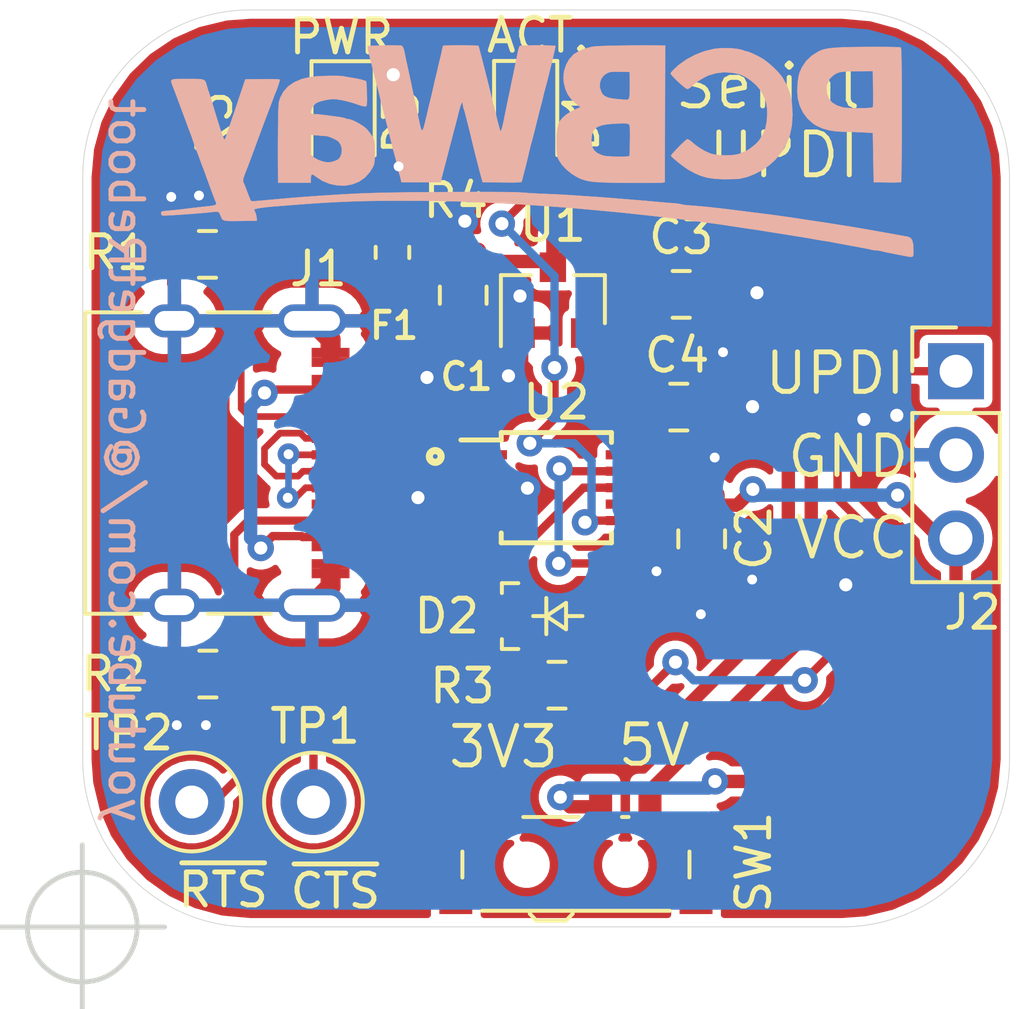
<source format=kicad_pcb>
(kicad_pcb (version 20171130) (host pcbnew "(5.1.2-1)-1")

  (general
    (thickness 1.6)
    (drawings 22)
    (tracks 191)
    (zones 0)
    (modules 21)
    (nets 21)
  )

  (page A4)
  (layers
    (0 F.Cu signal)
    (31 B.Cu signal)
    (32 B.Adhes user hide)
    (33 F.Adhes user hide)
    (34 B.Paste user hide)
    (35 F.Paste user hide)
    (36 B.SilkS user)
    (37 F.SilkS user)
    (38 B.Mask user hide)
    (39 F.Mask user hide)
    (40 Dwgs.User user hide)
    (41 Cmts.User user hide)
    (42 Eco1.User user hide)
    (43 Eco2.User user hide)
    (44 Edge.Cuts user)
    (45 Margin user hide)
    (46 B.CrtYd user hide)
    (47 F.CrtYd user hide)
    (48 B.Fab user hide)
    (49 F.Fab user hide)
  )

  (setup
    (last_trace_width 0.254)
    (user_trace_width 0.2032)
    (user_trace_width 0.254)
    (user_trace_width 0.3048)
    (user_trace_width 0.4064)
    (user_trace_width 0.6096)
    (user_trace_width 1.016)
    (trace_clearance 0.2)
    (zone_clearance 0.381)
    (zone_45_only no)
    (trace_min 0.1524)
    (via_size 0.8)
    (via_drill 0.4)
    (via_min_size 0.658)
    (via_min_drill 0.3)
    (user_via 0.658 0.3)
    (uvia_size 0.3)
    (uvia_drill 0.1)
    (uvias_allowed no)
    (uvia_min_size 0.2)
    (uvia_min_drill 0.1)
    (edge_width 0.15)
    (segment_width 0.2)
    (pcb_text_width 0.3)
    (pcb_text_size 1.5 1.5)
    (mod_edge_width 0.15)
    (mod_text_size 0.8 0.8)
    (mod_text_width 0.15)
    (pad_size 3.200001 3.200001)
    (pad_drill 3.200001)
    (pad_to_mask_clearance 0)
    (aux_axis_origin 102.986 96.371)
    (grid_origin 88.011 136.271)
    (visible_elements FFFFFF7F)
    (pcbplotparams
      (layerselection 0x010f8_ffffffff)
      (usegerberextensions false)
      (usegerberattributes false)
      (usegerberadvancedattributes false)
      (creategerberjobfile false)
      (excludeedgelayer true)
      (linewidth 0.152400)
      (plotframeref false)
      (viasonmask false)
      (mode 1)
      (useauxorigin false)
      (hpglpennumber 1)
      (hpglpenspeed 20)
      (hpglpendiameter 15.000000)
      (psnegative false)
      (psa4output false)
      (plotreference true)
      (plotvalue false)
      (plotinvisibletext false)
      (padsonsilk false)
      (subtractmaskfromsilk false)
      (outputformat 1)
      (mirror false)
      (drillshape 0)
      (scaleselection 1)
      (outputdirectory "Output/"))
  )

  (net 0 "")
  (net 1 GNDREF)
  (net 2 "Net-(D1-Pad1)")
  (net 3 "Net-(C4-Pad1)")
  (net 4 "Net-(D1-Pad2)")
  (net 5 "Net-(D2-Pad2)")
  (net 6 VCC)
  (net 7 "Net-(F1-Pad1)")
  (net 8 "Net-(TP1-Pad1)")
  (net 9 "Net-(D2-Pad1)")
  (net 10 "Net-(D3-Pad2)")
  (net 11 "Net-(J1-PadB5)")
  (net 12 "Net-(J1-PadA8)")
  (net 13 "Net-(J1-PadA5)")
  (net 14 "Net-(J1-PadB8)")
  (net 15 "Net-(TP2-Pad1)")
  (net 16 /D+)
  (net 17 /D-)
  (net 18 +5V)
  (net 19 +3V3)
  (net 20 "Net-(J2-Pad1)")

  (net_class Default "This is the default net class."
    (clearance 0.2)
    (trace_width 0.25)
    (via_dia 0.8)
    (via_drill 0.4)
    (uvia_dia 0.3)
    (uvia_drill 0.1)
    (add_net +3V3)
    (add_net +5V)
    (add_net /D+)
    (add_net /D-)
    (add_net GNDREF)
    (add_net "Net-(C4-Pad1)")
    (add_net "Net-(D1-Pad1)")
    (add_net "Net-(D1-Pad2)")
    (add_net "Net-(D2-Pad1)")
    (add_net "Net-(D2-Pad2)")
    (add_net "Net-(D3-Pad2)")
    (add_net "Net-(F1-Pad1)")
    (add_net "Net-(J1-PadA5)")
    (add_net "Net-(J1-PadA8)")
    (add_net "Net-(J1-PadB5)")
    (add_net "Net-(J1-PadB8)")
    (add_net "Net-(J2-Pad1)")
    (add_net "Net-(TP1-Pad1)")
    (add_net "Net-(TP2-Pad1)")
    (add_net VCC)
  )

  (net_class PWR ""
    (clearance 0.254)
    (trace_width 0.508)
    (via_dia 0.8)
    (via_drill 0.4)
    (uvia_dia 0.3)
    (uvia_drill 0.1)
  )

  (net_class Signals ""
    (clearance 0.254)
    (trace_width 0.4064)
    (via_dia 0.8)
    (via_drill 0.4)
    (uvia_dia 0.3)
    (uvia_drill 0.1)
  )

  (module Connector_USB:USB_C_Receptacle_XKB_U262-16XN-4BVC11 (layer F.Cu) (tedit 63D7CEC3) (tstamp 63D6E776)
    (at 106.861 82.271 270)
    (descr "USB Type C, right-angle, SMT, https://datasheet.lcsc.com/szlcsc/1811141824_XKB-Enterprise-U262-161N-4BVC11_C319148.pdf")
    (tags "USB C Type-C Receptacle SMD")
    (path /63D5AC1C)
    (attr smd)
    (fp_text reference J1 (at -5.9 -3.3 180) (layer F.SilkS)
      (effects (font (size 1 1) (thickness 0.15)))
    )
    (fp_text value USB_C_Receptacle (at 0 4.935 270) (layer F.Fab)
      (effects (font (size 1 1) (thickness 0.15)))
    )
    (fp_line (start -4.58 -1.85) (end -4.58 0.07) (layer F.SilkS) (width 0.12))
    (fp_line (start 4.58 0.07) (end 4.58 -1.85) (layer F.SilkS) (width 0.12))
    (fp_line (start 4.58 2.08) (end 4.58 3.785) (layer F.SilkS) (width 0.12))
    (fp_line (start -4.58 3.785) (end -4.58 2.08) (layer F.SilkS) (width 0.12))
    (fp_line (start 4.58 3.785) (end -4.58 3.785) (layer F.SilkS) (width 0.12))
    (fp_line (start -5.32 -4.75) (end 5.32 -4.75) (layer F.CrtYd) (width 0.05))
    (fp_line (start 5.32 -4.75) (end 5.32 4.18) (layer F.CrtYd) (width 0.05))
    (fp_line (start 5.32 4.18) (end -5.32 4.18) (layer F.CrtYd) (width 0.05))
    (fp_line (start -5.32 4.18) (end -5.32 -4.75) (layer F.CrtYd) (width 0.05))
    (fp_line (start -4.47 -3.675) (end -4.47 3.675) (layer F.Fab) (width 0.1))
    (fp_line (start -4.47 3.675) (end 4.47 3.675) (layer F.Fab) (width 0.1))
    (fp_line (start 4.47 3.675) (end 4.47 -3.675) (layer F.Fab) (width 0.1))
    (fp_line (start -4.47 -3.675) (end 4.47 -3.675) (layer F.Fab) (width 0.1))
    (fp_text user %R (at 0 0 270) (layer F.Fab)
      (effects (font (size 1 1) (thickness 0.15)))
    )
    (pad S1 thru_hole oval (at -4.32 -3.105 270) (size 1 2.1) (drill oval 0.6 1.7) (layers *.Cu *.Mask)
      (net 1 GNDREF))
    (pad S1 thru_hole oval (at 4.32 -3.105 270) (size 1 2.1) (drill oval 0.6 1.7) (layers *.Cu *.Mask)
      (net 1 GNDREF))
    (pad S1 thru_hole oval (at -4.32 1.075 270) (size 1 1.6) (drill oval 0.6 1.2) (layers *.Cu *.Mask)
      (net 1 GNDREF))
    (pad S1 thru_hole oval (at 4.32 1.075 270) (size 1 1.6) (drill oval 0.6 1.2) (layers *.Cu *.Mask)
      (net 1 GNDREF))
    (pad "" np_thru_hole circle (at 2.89 -2.605 270) (size 0.65 0.65) (drill 0.65) (layers *.Cu *.Mask))
    (pad "" np_thru_hole circle (at -2.89 -2.605 270) (size 0.65 0.65) (drill 0.65) (layers *.Cu *.Mask))
    (pad B1 smd rect (at 3.06 -3.67 270) (size 0.28 1.15) (layers F.Cu F.Paste F.Mask)
      (net 1 GNDREF))
    (pad B4 smd rect (at 2.26 -3.67 270) (size 0.28 1.15) (layers F.Cu F.Paste F.Mask)
      (net 7 "Net-(F1-Pad1)"))
    (pad B5 smd rect (at 1.75 -3.67 270) (size 0.28 1.15) (layers F.Cu F.Paste F.Mask)
      (net 11 "Net-(J1-PadB5)"))
    (pad A8 smd rect (at 1.25 -3.67 270) (size 0.28 1.15) (layers F.Cu F.Paste F.Mask)
      (net 12 "Net-(J1-PadA8)"))
    (pad B6 smd rect (at 0.75 -3.67 270) (size 0.28 1.15) (layers F.Cu F.Paste F.Mask)
      (net 16 /D+))
    (pad A7 smd rect (at 0.25 -3.67 270) (size 0.28 1.15) (layers F.Cu F.Paste F.Mask)
      (net 17 /D-))
    (pad A6 smd rect (at -0.25 -3.67 270) (size 0.28 1.15) (layers F.Cu F.Paste F.Mask)
      (net 16 /D+))
    (pad B7 smd rect (at -0.75 -3.67 270) (size 0.28 1.15) (layers F.Cu F.Paste F.Mask)
      (net 17 /D-))
    (pad A5 smd rect (at -1.25 -3.67 270) (size 0.28 1.15) (layers F.Cu F.Paste F.Mask)
      (net 13 "Net-(J1-PadA5)"))
    (pad B8 smd rect (at -1.75 -3.67 270) (size 0.28 1.15) (layers F.Cu F.Paste F.Mask)
      (net 14 "Net-(J1-PadB8)"))
    (pad A4 smd rect (at -2.54 -3.67 270) (size 0.28 1.15) (layers F.Cu F.Paste F.Mask)
      (net 7 "Net-(F1-Pad1)"))
    (pad A1 smd rect (at -3.35 -3.67 270) (size 0.3 1.15) (layers F.Cu F.Paste F.Mask)
      (net 1 GNDREF))
    (pad B12 smd rect (at -3.06 -3.67 270) (size 0.28 1.15) (layers F.Cu F.Paste F.Mask)
      (net 1 GNDREF))
    (pad B9 smd rect (at -2.26 -3.67 270) (size 0.28 1.15) (layers F.Cu F.Paste F.Mask)
      (net 7 "Net-(F1-Pad1)"))
    (pad A9 smd rect (at 2.54 -3.67 270) (size 0.28 1.15) (layers F.Cu F.Paste F.Mask)
      (net 7 "Net-(F1-Pad1)"))
    (pad A12 smd rect (at 3.35 -3.67 270) (size 0.3 1.15) (layers F.Cu F.Paste F.Mask)
      (net 1 GNDREF))
    (model ${KISYS3DMOD}/Connector_USB.3dshapes/USB_C_Receptacle_XKB_U262-16XN-4BVC11.wrl
      (at (xyz 0 0 0))
      (scale (xyz 1 1 1))
      (rotate (xyz 0 0 0))
    )
  )

  (module Package_SO:MSOP-10_3x3mm_P0.5mm (layer F.Cu) (tedit 63D720F4) (tstamp 63D6E814)
    (at 117.39118 83.0199)
    (descr "10-Lead Plastic Micro Small Outline Package (MS) [MSOP] (see Microchip Packaging Specification 00000049BS.pdf)")
    (tags "SSOP 0.5")
    (path /63D61ABA)
    (attr smd)
    (fp_text reference U2 (at 0 -2.6) (layer F.SilkS)
      (effects (font (size 1 1) (thickness 0.15)))
    )
    (fp_text value CH340E (at 0 2.6) (layer F.Fab)
      (effects (font (size 1 1) (thickness 0.15)))
    )
    (fp_line (start -0.5 -1.5) (end 1.5 -1.5) (layer F.Fab) (width 0.15))
    (fp_line (start 1.5 -1.5) (end 1.5 1.5) (layer F.Fab) (width 0.15))
    (fp_line (start 1.5 1.5) (end -1.5 1.5) (layer F.Fab) (width 0.15))
    (fp_line (start -1.5 1.5) (end -1.5 -0.5) (layer F.Fab) (width 0.15))
    (fp_line (start -1.5 -0.5) (end -0.5 -1.5) (layer F.Fab) (width 0.15))
    (fp_line (start -3.15 -1.85) (end -3.15 1.85) (layer F.CrtYd) (width 0.05))
    (fp_line (start 3.15 -1.85) (end 3.15 1.85) (layer F.CrtYd) (width 0.05))
    (fp_line (start -3.15 -1.85) (end 3.15 -1.85) (layer F.CrtYd) (width 0.05))
    (fp_line (start -3.15 1.85) (end 3.15 1.85) (layer F.CrtYd) (width 0.05))
    (fp_line (start -1.675 -1.675) (end -1.675 -1.45) (layer F.SilkS) (width 0.15))
    (fp_line (start 1.675 -1.675) (end 1.675 -1.375) (layer F.SilkS) (width 0.15))
    (fp_line (start 1.675 1.675) (end 1.675 1.375) (layer F.SilkS) (width 0.15))
    (fp_line (start -1.675 1.675) (end -1.675 1.375) (layer F.SilkS) (width 0.15))
    (fp_line (start -1.675 -1.675) (end 1.675 -1.675) (layer F.SilkS) (width 0.15))
    (fp_line (start -1.675 1.675) (end 1.675 1.675) (layer F.SilkS) (width 0.15))
    (fp_line (start -1.675 -1.45) (end -2.9 -1.45) (layer F.SilkS) (width 0.15))
    (fp_text user %R (at 0 0) (layer F.Fab)
      (effects (font (size 0.6 0.6) (thickness 0.15)))
    )
    (pad 1 smd rect (at -2.2 -1) (size 1.4 0.28) (layers F.Cu F.Paste F.Mask)
      (net 16 /D+))
    (pad 2 smd rect (at -2.2 -0.5) (size 1.4 0.28) (layers F.Cu F.Paste F.Mask)
      (net 17 /D-))
    (pad 3 smd rect (at -2.2 0) (size 1.4 0.28) (layers F.Cu F.Paste F.Mask)
      (net 1 GNDREF))
    (pad 4 smd rect (at -2.2 0.5) (size 1.4 0.28) (layers F.Cu F.Paste F.Mask)
      (net 15 "Net-(TP2-Pad1)"))
    (pad 5 smd rect (at -2.2 1) (size 1.4 0.28) (layers F.Cu F.Paste F.Mask)
      (net 8 "Net-(TP1-Pad1)"))
    (pad 6 smd rect (at 2.2 1) (size 1.4 0.28) (layers F.Cu F.Paste F.Mask)
      (net 4 "Net-(D1-Pad2)"))
    (pad 7 smd rect (at 2.2 0.5) (size 1.4 0.28) (layers F.Cu F.Paste F.Mask)
      (net 6 VCC))
    (pad 8 smd rect (at 2.2 0) (size 1.4 0.28) (layers F.Cu F.Paste F.Mask)
      (net 9 "Net-(D2-Pad1)"))
    (pad 9 smd rect (at 2.2 -0.5) (size 1.4 0.28) (layers F.Cu F.Paste F.Mask)
      (net 5 "Net-(D2-Pad2)"))
    (pad 10 smd rect (at 2.2 -1) (size 1.4 0.28) (layers F.Cu F.Paste F.Mask)
      (net 3 "Net-(C4-Pad1)"))
    (model ${KISYS3DMOD}/Package_SO.3dshapes/MSOP-10_3x3mm_P0.5mm.wrl
      (at (xyz 0 0 0))
      (scale (xyz 1 1 1))
      (rotate (xyz 0 0 0))
    )
  )

  (module "_Custom_Footprints:pcb way logo" locked (layer B.Cu) (tedit 0) (tstamp 601A8939)
    (at 116.811 73.471 180)
    (fp_text reference G*** (at 0 0) (layer B.SilkS) hide
      (effects (font (size 1.524 1.524) (thickness 0.3)) (justify mirror))
    )
    (fp_text value LOGO (at 0.75 0) (layer B.SilkS) hide
      (effects (font (size 1.524 1.524) (thickness 0.3)) (justify mirror))
    )
    (fp_poly (pts (xy -5.560911 3.803272) (xy -5.401501 3.788201) (xy -5.361481 3.782119) (xy -5.076571 3.712881)
      (xy -4.795154 3.603568) (xy -4.529552 3.460411) (xy -4.292089 3.289645) (xy -4.172403 3.180698)
      (xy -4.104182 3.111351) (xy -4.067054 3.067069) (xy -4.056004 3.037177) (xy -4.066021 3.011004)
      (xy -4.082614 2.98951) (xy -4.145914 2.918544) (xy -4.226202 2.837772) (xy -4.314442 2.755176)
      (xy -4.401595 2.678736) (xy -4.478625 2.616435) (xy -4.536493 2.576255) (xy -4.562821 2.5654)
      (xy -4.611019 2.583036) (xy -4.669978 2.627085) (xy -4.687898 2.644802) (xy -4.765385 2.713937)
      (xy -4.873187 2.793114) (xy -4.995161 2.871822) (xy -5.115163 2.939552) (xy -5.204077 2.980846)
      (xy -5.433434 3.047431) (xy -5.676004 3.074538) (xy -5.9055 3.060961) (xy -6.008013 3.043887)
      (xy -6.095873 3.026926) (xy -6.152947 3.013246) (xy -6.1595 3.01109) (xy -6.334764 2.928043)
      (xy -6.505094 2.813034) (xy -6.658737 2.676321) (xy -6.783938 2.528159) (xy -6.859486 2.4003)
      (xy -6.918748 2.264428) (xy -6.956631 2.151699) (xy -6.977719 2.041597) (xy -6.986598 1.913602)
      (xy -6.987951 1.825497) (xy -6.975849 1.585018) (xy -6.935027 1.377938) (xy -6.862071 1.193607)
      (xy -6.753568 1.021377) (xy -6.714078 0.971088) (xy -6.653022 0.907088) (xy -6.572446 0.836536)
      (xy -6.484014 0.768037) (xy -6.399391 0.710197) (xy -6.33024 0.671621) (xy -6.292974 0.6604)
      (xy -6.243816 0.646042) (xy -6.23443 0.639417) (xy -6.162525 0.601646) (xy -6.051915 0.573469)
      (xy -5.913856 0.555281) (xy -5.759604 0.547474) (xy -5.600413 0.550441) (xy -5.447539 0.564576)
      (xy -5.312237 0.59027) (xy -5.260917 0.605425) (xy -5.107137 0.671914) (xy -4.942548 0.767067)
      (xy -4.78661 0.878755) (xy -4.69571 0.957705) (xy -4.628347 1.011261) (xy -4.571856 1.036723)
      (xy -4.55601 1.037218) (xy -4.52428 1.017224) (xy -4.467719 0.968773) (xy -4.394591 0.900253)
      (xy -4.313161 0.820054) (xy -4.231693 0.736565) (xy -4.158452 0.658174) (xy -4.101702 0.59327)
      (xy -4.069709 0.550244) (xy -4.065589 0.539418) (xy -4.086112 0.510392) (xy -4.139138 0.459079)
      (xy -4.215794 0.392666) (xy -4.307208 0.31834) (xy -4.404508 0.243287) (xy -4.498819 0.174696)
      (xy -4.581271 0.119752) (xy -4.591249 0.113626) (xy -4.791482 0.003248) (xy -4.983731 -0.077389)
      (xy -5.181082 -0.131596) (xy -5.396619 -0.162684) (xy -5.64343 -0.173966) (xy -5.7277 -0.173965)
      (xy -5.862372 -0.172168) (xy -5.983352 -0.169393) (xy -6.07926 -0.165985) (xy -6.138712 -0.162287)
      (xy -6.1468 -0.161319) (xy -6.375963 -0.106574) (xy -6.613318 -0.013754) (xy -6.844756 0.109575)
      (xy -7.056167 0.255847) (xy -7.23344 0.417494) (xy -7.2406 0.425239) (xy -7.431262 0.662584)
      (xy -7.575989 0.91087) (xy -7.676975 1.175961) (xy -7.736416 1.463719) (xy -7.756507 1.78001)
      (xy -7.756496 1.8034) (xy -7.736786 2.124543) (xy -7.679727 2.414522) (xy -7.584026 2.67796)
      (xy -7.448391 2.919476) (xy -7.441557 2.929567) (xy -7.361341 3.030988) (xy -7.252021 3.147527)
      (xy -7.127068 3.266597) (xy -6.999958 3.37561) (xy -6.884164 3.461979) (xy -6.8453 3.486617)
      (xy -6.739634 3.545704) (xy -6.62761 3.602647) (xy -6.520935 3.652104) (xy -6.431316 3.688736)
      (xy -6.370457 3.7072) (xy -6.359195 3.7084) (xy -6.307149 3.719548) (xy -6.279806 3.731066)
      (xy -6.187409 3.762905) (xy -6.057033 3.786728) (xy -5.900965 3.801853) (xy -5.731495 3.807595)
      (xy -5.560911 3.803272)) (layer B.SilkS) (width 0.01))
    (fp_poly (pts (xy 2.532456 3.889832) (xy 2.657716 3.888599) (xy 2.760042 3.886628) (xy 2.830218 3.883908)
      (xy 2.859028 3.880425) (xy 2.859131 3.880335) (xy 2.870932 3.849669) (xy 2.886371 3.786168)
      (xy 2.894808 3.743361) (xy 2.914947 3.643707) (xy 2.937976 3.544555) (xy 2.944905 3.5179)
      (xy 2.967687 3.428532) (xy 2.992133 3.324997) (xy 3.000082 3.2893) (xy 3.021346 3.193811)
      (xy 3.042446 3.102438) (xy 3.0494 3.0734) (xy 3.069674 2.990274) (xy 3.093142 2.894069)
      (xy 3.098966 2.8702) (xy 3.119846 2.781561) (xy 3.144823 2.671285) (xy 3.162504 2.5908)
      (xy 3.186527 2.483626) (xy 3.217016 2.353188) (xy 3.247891 2.225449) (xy 3.251763 2.2098)
      (xy 3.279067 2.09902) (xy 3.304077 1.996127) (xy 3.322385 1.91929) (xy 3.325692 1.905)
      (xy 3.370361 1.711357) (xy 3.405943 1.562349) (xy 3.434031 1.452947) (xy 3.456219 1.378121)
      (xy 3.474099 1.332842) (xy 3.489267 1.312082) (xy 3.503315 1.31081) (xy 3.511903 1.317344)
      (xy 3.532784 1.356941) (xy 3.552951 1.423368) (xy 3.556475 1.439407) (xy 3.566748 1.489444)
      (xy 3.578581 1.54598) (xy 3.59377 1.617408) (xy 3.614111 1.712121) (xy 3.6414 1.838512)
      (xy 3.677433 2.004974) (xy 3.683288 2.032) (xy 3.72666 2.233467) (xy 3.769819 2.436234)
      (xy 3.808996 2.622505) (xy 3.836623 2.7559) (xy 3.852659 2.832388) (xy 3.876453 2.943748)
      (xy 3.904813 3.075248) (xy 3.934547 3.212156) (xy 3.962463 3.339738) (xy 3.985368 3.443262)
      (xy 3.990713 3.4671) (xy 4.010052 3.559329) (xy 4.026819 3.649305) (xy 4.028207 3.6576)
      (xy 4.055076 3.774527) (xy 4.089715 3.85244) (xy 4.129567 3.885945) (xy 4.136931 3.886841)
      (xy 4.345495 3.88905) (xy 4.54253 3.889209) (xy 4.721766 3.88747) (xy 4.876936 3.883988)
      (xy 5.001773 3.878914) (xy 5.090008 3.872402) (xy 5.135374 3.864605) (xy 5.139404 3.862356)
      (xy 5.145247 3.849252) (xy 5.146076 3.823156) (xy 5.140926 3.779807) (xy 5.128834 3.714939)
      (xy 5.108838 3.624291) (xy 5.079975 3.503597) (xy 5.04128 3.348596) (xy 4.991792 3.155022)
      (xy 4.930548 2.918613) (xy 4.898082 2.794) (xy 4.865476 2.667856) (xy 4.83542 2.549524)
      (xy 4.811568 2.453503) (xy 4.798909 2.4003) (xy 4.775787 2.303417) (xy 4.750453 2.204447)
      (xy 4.748478 2.1971) (xy 4.72461 2.105348) (xy 4.702627 2.015622) (xy 4.700529 2.0066)
      (xy 4.684254 1.939014) (xy 4.659926 1.841453) (xy 4.632337 1.733091) (xy 4.627545 1.7145)
      (xy 4.574801 1.509431) (xy 4.526752 1.320887) (xy 4.485181 1.155968) (xy 4.451871 1.021776)
      (xy 4.428604 0.925408) (xy 4.420272 0.889) (xy 4.40403 0.821688) (xy 4.378762 0.72453)
      (xy 4.349429 0.61652) (xy 4.343963 0.5969) (xy 4.313978 0.486584) (xy 4.286853 0.381281)
      (xy 4.267782 0.301257) (xy 4.265814 0.2921) (xy 4.247455 0.204485) (xy 4.230429 0.123255)
      (xy 4.228551 0.1143) (xy 4.209852 0.04085) (xy 4.19199 -0.0127) (xy 4.173206 -0.070618)
      (xy 4.153088 -0.148808) (xy 4.149453 -0.1651) (xy 4.1275 -0.2667) (xy 2.938047 -0.2667)
      (xy 2.893177 -0.0889) (xy 2.868086 0.009446) (xy 2.83473 0.138709) (xy 2.797818 0.280692)
      (xy 2.76824 0.3937) (xy 2.735111 0.520353) (xy 2.704769 0.637322) (xy 2.680656 0.731281)
      (xy 2.666575 0.7874) (xy 2.644522 0.873764) (xy 2.619149 0.967425) (xy 2.6162 0.9779)
      (xy 2.591168 1.069487) (xy 2.568004 1.159124) (xy 2.56572 1.1684) (xy 2.548617 1.235871)
      (xy 2.523171 1.333261) (xy 2.494379 1.441473) (xy 2.489262 1.4605) (xy 2.458044 1.578672)
      (xy 2.427239 1.699113) (xy 2.403136 1.797197) (xy 2.401672 1.8034) (xy 2.366409 1.941706)
      (xy 2.333436 2.049421) (xy 2.304562 2.122787) (xy 2.281593 2.158044) (xy 2.266338 2.151435)
      (xy 2.260605 2.0992) (xy 2.2606 2.096696) (xy 2.250875 2.020759) (xy 2.237845 1.976046)
      (xy 2.216552 1.912822) (xy 2.193209 1.831697) (xy 2.18914 1.8161) (xy 2.164181 1.718938)
      (xy 2.138513 1.619802) (xy 2.136715 1.6129) (xy 2.105263 1.490582) (xy 2.071717 1.357498)
      (xy 2.040364 1.230881) (xy 2.015491 1.127962) (xy 2.00715 1.0922) (xy 1.979587 0.975023)
      (xy 1.9433 0.825859) (xy 1.901119 0.655861) (xy 1.855878 0.476179) (xy 1.810407 0.297964)
      (xy 1.767539 0.132369) (xy 1.730106 -0.009457) (xy 1.700939 -0.116362) (xy 1.694299 -0.1397)
      (xy 1.657617 -0.2667) (xy 1.069491 -0.273519) (xy 0.872546 -0.275198) (xy 0.721329 -0.274957)
      (xy 0.610798 -0.27258) (xy 0.535909 -0.267853) (xy 0.491621 -0.260563) (xy 0.47289 -0.250495)
      (xy 0.471765 -0.248119) (xy 0.460509 -0.205967) (xy 0.442497 -0.134359) (xy 0.431364 -0.0889)
      (xy 0.408486 0.002528) (xy 0.386331 0.086547) (xy 0.378578 0.1143) (xy 0.363845 0.169982)
      (xy 0.341079 0.261377) (xy 0.313671 0.3747) (xy 0.291144 0.4699) (xy 0.259688 0.604058)
      (xy 0.236509 0.70208) (xy 0.218289 0.777292) (xy 0.201711 0.843018) (xy 0.183458 0.912583)
      (xy 0.160214 0.999311) (xy 0.148882 1.0414) (xy 0.117117 1.160106) (xy 0.0908 1.260746)
      (xy 0.064449 1.364659) (xy 0.032584 1.493186) (xy 0.026561 1.51765) (xy 0.001936 1.617732)
      (xy -0.023503 1.721121) (xy -0.026562 1.73355) (xy -0.062832 1.879468) (xy -0.091806 1.99217)
      (xy -0.117699 2.087917) (xy -0.126945 2.1209) (xy -0.151296 2.214274) (xy -0.175148 2.316539)
      (xy -0.179472 2.3368) (xy -0.202089 2.433961) (xy -0.230564 2.541967) (xy -0.240947 2.5781)
      (xy -0.261252 2.650877) (xy -0.288878 2.756031) (xy -0.321933 2.885733) (xy -0.35852 3.032157)
      (xy -0.396745 3.187475) (xy -0.434712 3.343858) (xy -0.470528 3.49348) (xy -0.502296 3.628511)
      (xy -0.528122 3.741125) (xy -0.546111 3.823494) (xy -0.554369 3.86779) (xy -0.554459 3.873179)
      (xy -0.523918 3.878961) (xy -0.45192 3.883555) (xy -0.347737 3.886966) (xy -0.220638 3.889198)
      (xy -0.079893 3.890258) (xy 0.065228 3.890149) (xy 0.205456 3.888878) (xy 0.33152 3.886448)
      (xy 0.434151 3.882866) (xy 0.504078 3.878137) (xy 0.53178 3.87258) (xy 0.547402 3.846288)
      (xy 0.564882 3.793606) (xy 0.585844 3.708127) (xy 0.611912 3.58344) (xy 0.634504 3.4671)
      (xy 0.654403 3.365556) (xy 0.680383 3.237027) (xy 0.708666 3.099806) (xy 0.735475 2.97219)
      (xy 0.757031 2.872473) (xy 0.760377 2.8575) (xy 0.77832 2.774039) (xy 0.799698 2.669324)
      (xy 0.812631 2.6035) (xy 0.832633 2.503627) (xy 0.852741 2.409423) (xy 0.8636 2.3622)
      (xy 0.880611 2.286843) (xy 0.901294 2.187928) (xy 0.914568 2.1209) (xy 0.934794 2.017764)
      (xy 0.955077 1.917249) (xy 0.965565 1.8669) (xy 0.982392 1.78543) (xy 1.003342 1.680704)
      (xy 1.018543 1.60292) (xy 1.040573 1.500504) (xy 1.065117 1.403678) (xy 1.081736 1.34892)
      (xy 1.101631 1.298561) (xy 1.116971 1.287401) (xy 1.133013 1.318881) (xy 1.155009 1.396442)
      (xy 1.155156 1.397) (xy 1.173674 1.466752) (xy 1.195299 1.547245) (xy 1.195882 1.5494)
      (xy 1.218315 1.636652) (xy 1.240966 1.730949) (xy 1.243013 1.7399) (xy 1.260969 1.814112)
      (xy 1.287227 1.916925) (xy 1.316569 2.027975) (xy 1.321081 2.0447) (xy 1.350151 2.155161)
      (xy 1.376501 2.260569) (xy 1.395068 2.340579) (xy 1.396944 2.3495) (xy 1.409668 2.405685)
      (xy 1.43209 2.498761) (xy 1.462353 2.621461) (xy 1.498601 2.766515) (xy 1.538978 2.926655)
      (xy 1.581626 3.094614) (xy 1.624689 3.263123) (xy 1.666311 3.424914) (xy 1.704635 3.572717)
      (xy 1.737804 3.699266) (xy 1.763962 3.797292) (xy 1.781252 3.859527) (xy 1.787604 3.878872)
      (xy 1.815362 3.882449) (xy 1.884695 3.885376) (xy 1.986389 3.887641) (xy 2.111228 3.889232)
      (xy 2.249996 3.890136) (xy 2.393477 3.89034) (xy 2.532456 3.889832)) (layer B.SilkS) (width 0.01))
    (fp_poly (pts (xy -10.126591 3.844228) (xy -9.929313 3.843139) (xy -9.735945 3.841192) (xy -9.553325 3.838394)
      (xy -9.38829 3.834755) (xy -9.247678 3.830284) (xy -9.138327 3.824989) (xy -9.1313 3.824541)
      (xy -8.956587 3.810675) (xy -8.820741 3.793302) (xy -8.711841 3.770008) (xy -8.617965 3.738376)
      (xy -8.5471 3.706161) (xy -8.339348 3.575875) (xy -8.169537 3.411834) (xy -8.037919 3.214314)
      (xy -7.972923 3.067989) (xy -7.940297 2.945556) (xy -7.917438 2.789796) (xy -7.905442 2.617438)
      (xy -7.905406 2.44521) (xy -7.918428 2.289839) (xy -7.920839 2.273633) (xy -7.978841 2.053731)
      (xy -8.078306 1.848794) (xy -8.213134 1.667826) (xy -8.377223 1.519831) (xy -8.473314 1.458208)
      (xy -8.658103 1.371987) (xy -8.859803 1.312819) (xy -9.08855 1.278442) (xy -9.331367 1.266769)
      (xy -9.489371 1.263875) (xy -9.664856 1.258708) (xy -9.831707 1.252114) (xy -9.9187 1.247719)
      (xy -10.1981 1.2319) (xy -10.2235 -0.2667) (xy -10.631411 -0.273655) (xy -10.77054 -0.27497)
      (xy -10.891505 -0.274108) (xy -10.985333 -0.271294) (xy -11.04305 -0.266751) (xy -11.056861 -0.263072)
      (xy -11.059598 -0.235523) (xy -11.062204 -0.161025) (xy -11.064646 -0.04343) (xy -11.066891 0.113411)
      (xy -11.068906 0.305646) (xy -11.070657 0.529424) (xy -11.072113 0.780894) (xy -11.073239 1.056204)
      (xy -11.074003 1.351503) (xy -11.074371 1.662939) (xy -11.0744 1.780735) (xy -11.074244 2.164842)
      (xy -11.074084 2.273478) (xy -10.206686 2.273478) (xy -10.205711 2.153396) (xy -10.203623 2.065736)
      (xy -10.200501 2.018535) (xy -10.19943 2.013607) (xy -10.170509 2.001425) (xy -10.100654 1.991956)
      (xy -9.999658 1.985252) (xy -9.87732 1.981367) (xy -9.743433 1.980352) (xy -9.607793 1.98226)
      (xy -9.480196 1.987143) (xy -9.370437 1.995054) (xy -9.288312 2.006046) (xy -9.275898 2.008657)
      (xy -9.094353 2.069302) (xy -8.955111 2.157988) (xy -8.857953 2.274965) (xy -8.802659 2.420484)
      (xy -8.7884 2.56289) (xy -8.792343 2.646367) (xy -8.802568 2.7078) (xy -8.8138 2.7305)
      (xy -8.835581 2.766536) (xy -8.8392 2.792544) (xy -8.857061 2.834911) (xy -8.902809 2.893041)
      (xy -8.940235 2.930168) (xy -9.005333 2.985814) (xy -9.066813 3.028095) (xy -9.133035 3.058917)
      (xy -9.21236 3.080186) (xy -9.313151 3.093808) (xy -9.443767 3.101691) (xy -9.612571 3.105741)
      (xy -9.7155 3.106939) (xy -10.1981 3.1115) (xy -10.204983 2.578757) (xy -10.20647 2.417944)
      (xy -10.206686 2.273478) (xy -11.074084 2.273478) (xy -11.073747 2.500914) (xy -11.072867 2.791711)
      (xy -11.071559 3.039997) (xy -11.069782 3.248535) (xy -11.067493 3.420088) (xy -11.064649 3.557417)
      (xy -11.061207 3.663286) (xy -11.057123 3.740457) (xy -11.052356 3.791693) (xy -11.046863 3.819757)
      (xy -11.04265 3.827039) (xy -11.009458 3.832215) (xy -10.932311 3.83647) (xy -10.818049 3.839811)
      (xy -10.673508 3.842249) (xy -10.505526 3.843791) (xy -10.320941 3.844448) (xy -10.126591 3.844228)) (layer B.SilkS) (width 0.01))
    (fp_poly (pts (xy -2.826161 3.888604) (xy -2.547899 3.885702) (xy -2.298297 3.881231) (xy -2.081536 3.875271)
      (xy -1.901796 3.867901) (xy -1.76326 3.859201) (xy -1.670106 3.849252) (xy -1.652043 3.846118)
      (xy -1.511814 3.809359) (xy -1.36666 3.756716) (xy -1.233173 3.695249) (xy -1.127946 3.632021)
      (xy -1.102665 3.612326) (xy -0.971639 3.468909) (xy -0.874304 3.295237) (xy -0.814414 3.102098)
      (xy -0.795727 2.90028) (xy -0.808041 2.766075) (xy -0.85569 2.566701) (xy -0.928239 2.401811)
      (xy -1.03359 2.258017) (xy -1.179645 2.121929) (xy -1.19592 2.108919) (xy -1.314522 2.015169)
      (xy -1.149826 1.94342) (xy -0.999404 1.865906) (xy -0.86345 1.773398) (xy -0.754307 1.675281)
      (xy -0.692679 1.595897) (xy -0.643674 1.485989) (xy -0.610219 1.343592) (xy -0.591599 1.163695)
      (xy -0.587101 0.94129) (xy -0.588446 0.8636) (xy -0.592987 0.719002) (xy -0.59942 0.614043)
      (xy -0.609397 0.537564) (xy -0.624572 0.478406) (xy -0.646597 0.425408) (xy -0.656151 0.4064)
      (xy -0.753876 0.260044) (xy -0.889112 0.116632) (xy -1.049198 -0.012941) (xy -1.221469 -0.117778)
      (xy -1.31437 -0.159979) (xy -1.391698 -0.188515) (xy -1.470346 -0.212198) (xy -1.55594 -0.231518)
      (xy -1.654109 -0.246962) (xy -1.770477 -0.259017) (xy -1.910673 -0.268171) (xy -2.080323 -0.274912)
      (xy -2.285053 -0.279728) (xy -2.530491 -0.283105) (xy -2.757815 -0.285084) (xy -2.977534 -0.286331)
      (xy -3.18365 -0.286837) (xy -3.370072 -0.286637) (xy -3.530713 -0.285766) (xy -3.659482 -0.284259)
      (xy -3.750292 -0.28215) (xy -3.797052 -0.279474) (xy -3.799215 -0.279151) (xy -3.8735 -0.266203)
      (xy -3.878041 1.184547) (xy -2.818582 1.184547) (xy -2.817073 1.021154) (xy -2.816858 1.00502)
      (xy -2.814295 0.856885) (xy -2.810974 0.726325) (xy -2.807198 0.621829) (xy -2.803269 0.551884)
      (xy -2.7998 0.525388) (xy -2.771866 0.518289) (xy -2.702553 0.512947) (xy -2.601262 0.509762)
      (xy -2.477397 0.509135) (xy -2.429524 0.509607) (xy -2.265057 0.513623) (xy -2.14102 0.521235)
      (xy -2.047109 0.533535) (xy -1.973015 0.551613) (xy -1.9466 0.560712) (xy -1.812717 0.625543)
      (xy -1.721436 0.707944) (xy -1.66763 0.815751) (xy -1.646173 0.956802) (xy -1.64544 1.021055)
      (xy -1.656934 1.158) (xy -1.689294 1.267668) (xy -1.747132 1.353053) (xy -1.835059 1.417148)
      (xy -1.957686 1.462946) (xy -2.119625 1.493441) (xy -2.325487 1.511627) (xy -2.407225 1.515575)
      (xy -2.557358 1.520242) (xy -2.663947 1.519852) (xy -2.734033 1.51405) (xy -2.774655 1.502482)
      (xy -2.783707 1.496603) (xy -2.797929 1.477928) (xy -2.808051 1.444461) (xy -2.814549 1.389125)
      (xy -2.8179 1.304845) (xy -2.818582 1.184547) (xy -3.878041 1.184547) (xy -3.879999 1.809999)
      (xy -3.88244 2.590112) (xy -2.813181 2.590112) (xy -2.810644 2.467993) (xy -2.805187 2.370719)
      (xy -2.797283 2.309616) (xy -2.79461 2.300304) (xy -2.783084 2.271876) (xy -2.768266 2.252865)
      (xy -2.741647 2.242352) (xy -2.694719 2.239416) (xy -2.618975 2.243138) (xy -2.505906 2.252598)
      (xy -2.422709 2.260096) (xy -2.259121 2.280214) (xy -2.137508 2.309326) (xy -2.049305 2.351297)
      (xy -1.985948 2.409991) (xy -1.945487 2.475399) (xy -1.902792 2.61068) (xy -1.902858 2.746357)
      (xy -1.942613 2.871848) (xy -2.018982 2.976572) (xy -2.109711 3.041016) (xy -2.165453 3.066011)
      (xy -2.221264 3.081986) (xy -2.289857 3.090538) (xy -2.383946 3.093267) (xy -2.513896 3.091816)
      (xy -2.805291 3.0861) (xy -2.812327 2.725754) (xy -2.813181 2.590112) (xy -3.88244 2.590112)
      (xy -3.886497 3.8862) (xy -3.791099 3.887089) (xy -3.451942 3.889377) (xy -3.128903 3.889855)
      (xy -2.826161 3.888604)) (layer B.SilkS) (width 0.01))
    (fp_poly (pts (xy 6.374051 2.963366) (xy 6.534973 2.958054) (xy 6.687105 2.949813) (xy 6.818563 2.938907)
      (xy 6.9088 2.927132) (xy 7.166464 2.864128) (xy 7.386143 2.769718) (xy 7.56685 2.644696)
      (xy 7.707601 2.489858) (xy 7.807409 2.305998) (xy 7.85082 2.167245) (xy 7.856694 2.116434)
      (xy 7.861997 2.019777) (xy 7.866681 1.882223) (xy 7.870695 1.708723) (xy 7.873989 1.504228)
      (xy 7.876515 1.273689) (xy 7.878221 1.022055) (xy 7.879059 0.754277) (xy 7.878978 0.475307)
      (xy 7.877928 0.190094) (xy 7.87586 -0.096411) (xy 7.874744 -0.20955) (xy 7.874 -0.2794)
      (xy 6.8834 -0.2794) (xy 6.881614 -0.18415) (xy 6.875988 -0.087279) (xy 6.859568 -0.037279)
      (xy 6.826213 -0.030437) (xy 6.769778 -0.063037) (xy 6.730917 -0.093022) (xy 6.528512 -0.224926)
      (xy 6.305413 -0.316199) (xy 6.070831 -0.364866) (xy 5.833973 -0.368954) (xy 5.620289 -0.331176)
      (xy 5.41391 -0.248277) (xy 5.235986 -0.123391) (xy 5.087186 0.042941) (xy 5.014508 0.158159)
      (xy 4.984619 0.214355) (xy 4.964065 0.263604) (xy 4.951101 0.317165) (xy 4.943982 0.386294)
      (xy 4.940965 0.482249) (xy 4.940303 0.616287) (xy 4.9403 0.637007) (xy 4.940719 0.754567)
      (xy 5.939747 0.754567) (xy 5.945868 0.621594) (xy 5.949934 0.60325) (xy 5.985283 0.499964)
      (xy 6.038919 0.43254) (xy 6.124436 0.386614) (xy 6.169343 0.371435) (xy 6.275488 0.343441)
      (xy 6.362466 0.335245) (xy 6.453554 0.346858) (xy 6.54929 0.371648) (xy 6.64924 0.40918)
      (xy 6.745627 0.459168) (xy 6.78815 0.488082) (xy 6.8834 0.563069) (xy 6.8834 1.175704)
      (xy 6.67385 1.156668) (xy 6.571854 1.147871) (xy 6.486772 1.141384) (xy 6.433388 1.138311)
      (xy 6.4262 1.138211) (xy 6.363068 1.126765) (xy 6.274708 1.096245) (xy 6.179029 1.054403)
      (xy 6.093942 1.008994) (xy 6.041338 0.971591) (xy 5.972709 0.875821) (xy 5.939747 0.754567)
      (xy 4.940719 0.754567) (xy 4.940799 0.776953) (xy 4.943465 0.877469) (xy 4.950044 0.949922)
      (xy 4.962286 1.00568) (xy 4.98194 1.056111) (xy 5.010753 1.112582) (xy 5.014534 1.119607)
      (xy 5.077448 1.217687) (xy 5.1574 1.318344) (xy 5.205034 1.368558) (xy 5.285856 1.433962)
      (xy 5.389578 1.501342) (xy 5.502645 1.563625) (xy 5.6115 1.613736) (xy 5.702589 1.644604)
      (xy 5.746355 1.651) (xy 5.803451 1.659476) (xy 5.83057 1.67261) (xy 5.865458 1.685566)
      (xy 5.937495 1.701337) (xy 6.033337 1.717163) (xy 6.0706 1.722278) (xy 6.205962 1.739909)
      (xy 6.35533 1.759424) (xy 6.486908 1.776669) (xy 6.4897 1.777036) (xy 6.600417 1.789978)
      (xy 6.704469 1.799414) (xy 6.781362 1.803521) (xy 6.78815 1.803568) (xy 6.851035 1.807548)
      (xy 6.877931 1.826093) (xy 6.8834 1.865449) (xy 6.863629 1.950347) (xy 6.812914 2.041152)
      (xy 6.744146 2.118098) (xy 6.697419 2.150531) (xy 6.612845 2.183516) (xy 6.497012 2.21509)
      (xy 6.369385 2.241073) (xy 6.249429 2.257284) (xy 6.184899 2.2606) (xy 6.081305 2.252234)
      (xy 5.945471 2.229454) (xy 5.792701 2.195742) (xy 5.6383 2.154581) (xy 5.497572 2.109451)
      (xy 5.461 2.095925) (xy 5.373424 2.066142) (xy 5.290712 2.044044) (xy 5.267809 2.039656)
      (xy 5.216272 2.035367) (xy 5.191528 2.052825) (xy 5.179982 2.104872) (xy 5.177551 2.124899)
      (xy 5.174134 2.190438) (xy 5.173761 2.291548) (xy 5.176326 2.413097) (xy 5.180242 2.511177)
      (xy 5.1943 2.799853) (xy 5.2832 2.832329) (xy 5.353341 2.852546) (xy 5.452663 2.874639)
      (xy 5.559974 2.893905) (xy 5.5626 2.894313) (xy 5.677861 2.913091) (xy 5.793439 2.93341)
      (xy 5.8801 2.950033) (xy 5.957361 2.959082) (xy 6.073362 2.964145) (xy 6.216219 2.965484)
      (xy 6.374051 2.963366)) (layer B.SilkS) (width 0.01))
    (fp_poly (pts (xy 10.941751 2.86953) (xy 11.034044 2.863302) (xy 11.090937 2.848355) (xy 11.117548 2.821094)
      (xy 11.118996 2.777928) (xy 11.1004 2.715261) (xy 11.06688 2.629502) (xy 11.046612 2.5781)
      (xy 11.003013 2.464628) (xy 10.960072 2.350996) (xy 10.926076 2.259161) (xy 10.922 2.2479)
      (xy 10.890423 2.161388) (xy 10.849025 2.049481) (xy 10.805991 1.934288) (xy 10.799753 1.9177)
      (xy 10.752167 1.790368) (xy 10.700245 1.650019) (xy 10.655045 1.526542) (xy 10.654122 1.524)
      (xy 10.616622 1.421965) (xy 10.581593 1.328856) (xy 10.555917 1.262934) (xy 10.553619 1.2573)
      (xy 10.530664 1.197148) (xy 10.498007 1.106187) (xy 10.461877 1.001846) (xy 10.453769 0.9779)
      (xy 10.416205 0.867189) (xy 10.388152 0.787235) (xy 10.363191 0.720559) (xy 10.3349 0.649682)
      (xy 10.318485 0.6096) (xy 10.294763 0.548093) (xy 10.263994 0.46356) (xy 10.248367 0.4191)
      (xy 10.216029 0.328884) (xy 10.184411 0.245514) (xy 10.172459 0.2159) (xy 10.13949 0.133185)
      (xy 10.113576 0.0635) (xy 10.060957 -0.083985) (xy 10.005294 -0.238058) (xy 9.949596 -0.3906)
      (xy 9.896869 -0.533493) (xy 9.850123 -0.658618) (xy 9.812364 -0.757855) (xy 9.786601 -0.823087)
      (xy 9.777295 -0.844205) (xy 9.754822 -0.894763) (xy 9.754404 -0.931413) (xy 9.782027 -0.957549)
      (xy 9.843676 -0.976565) (xy 9.945338 -0.991853) (xy 10.0584 -1.003577) (xy 10.154068 -1.013432)
      (xy 10.28116 -1.027601) (xy 10.420715 -1.043932) (xy 10.5156 -1.055489) (xy 10.689517 -1.076871)
      (xy 10.82766 -1.093239) (xy 10.944623 -1.106176) (xy 11.055002 -1.117266) (xy 11.173393 -1.12809)
      (xy 11.233149 -1.133294) (xy 11.332288 -1.142985) (xy 11.391112 -1.153508) (xy 11.420014 -1.168775)
      (xy 11.429385 -1.1927) (xy 11.429999 -1.207411) (xy 11.415964 -1.258174) (xy 11.394359 -1.278241)
      (xy 11.36101 -1.279792) (xy 11.2848 -1.277645) (xy 11.173489 -1.272337) (xy 11.03484 -1.264408)
      (xy 10.876613 -1.254396) (xy 10.706569 -1.24284) (xy 10.532471 -1.230279) (xy 10.36208 -1.217251)
      (xy 10.203156 -1.204296) (xy 10.063462 -1.191951) (xy 9.950758 -1.180756) (xy 9.8933 -1.174049)
      (xy 9.80487 -1.164727) (xy 9.733206 -1.160864) (xy 9.701121 -1.162365) (xy 9.670543 -1.189154)
      (xy 9.635625 -1.249055) (xy 9.616279 -1.295641) (xy 9.597266 -1.345398) (xy 9.576233 -1.383223)
      (xy 9.546533 -1.410619) (xy 9.501522 -1.429087) (xy 9.434553 -1.440129) (xy 9.338983 -1.445248)
      (xy 9.208164 -1.445945) (xy 9.035453 -1.443723) (xy 8.9662 -1.442572) (xy 8.5217 -1.4351)
      (xy 8.526639 -1.345472) (xy 8.541657 -1.259388) (xy 8.569789 -1.182194) (xy 8.59313 -1.126869)
      (xy 8.597948 -1.092496) (xy 8.597406 -1.091402) (xy 8.566632 -1.078136) (xy 8.494993 -1.062243)
      (xy 8.392259 -1.045187) (xy 8.268202 -1.028429) (xy 8.132591 -1.013435) (xy 8.001 -1.002085)
      (xy 7.880738 -0.993106) (xy 7.732557 -0.981733) (xy 7.579169 -0.969721) (xy 7.493 -0.96285)
      (xy 7.010429 -0.925824) (xy 6.563164 -0.89557) (xy 6.138348 -0.871582) (xy 5.723121 -0.853352)
      (xy 5.304626 -0.840373) (xy 4.870005 -0.832137) (xy 4.406399 -0.828138) (xy 4.064 -0.827582)
      (xy 3.70564 -0.828459) (xy 3.376837 -0.830693) (xy 3.068014 -0.834549) (xy 2.769592 -0.840297)
      (xy 2.471992 -0.848203) (xy 2.165636 -0.858535) (xy 1.840947 -0.871562) (xy 1.488346 -0.88755)
      (xy 1.098255 -0.906768) (xy 0.9398 -0.91489) (xy 0.623408 -0.932526) (xy 0.274421 -0.954221)
      (xy -0.095155 -0.979089) (xy -0.473314 -1.006244) (xy -0.84805 -1.034797) (xy -1.207356 -1.063862)
      (xy -1.539228 -1.092553) (xy -1.8161 -1.118453) (xy -1.964562 -1.132806) (xy -2.127038 -1.148199)
      (xy -2.277416 -1.16217) (xy -2.3368 -1.167572) (xy -2.514025 -1.184428) (xy -2.732042 -1.206598)
      (xy -2.981247 -1.232996) (xy -3.252037 -1.262535) (xy -3.534808 -1.294128) (xy -3.819957 -1.326689)
      (xy -4.097881 -1.35913) (xy -4.358976 -1.390366) (xy -4.593638 -1.419309) (xy -4.792265 -1.444872)
      (xy -4.81965 -1.448522) (xy -4.948405 -1.465751) (xy -5.091174 -1.484818) (xy -5.18795 -1.49772)
      (xy -5.472592 -1.536675) (xy -5.742159 -1.575588) (xy -5.8928 -1.598426) (xy -6.103288 -1.630921)
      (xy -6.273467 -1.656851) (xy -6.413186 -1.677699) (xy -6.532297 -1.694942) (xy -6.5786 -1.701473)
      (xy -6.700755 -1.719395) (xy -6.834931 -1.740296) (xy -6.9088 -1.752401) (xy -7.02736 -1.771951)
      (xy -7.154652 -1.792293) (xy -7.2263 -1.8034) (xy -7.344215 -1.821722) (xy -7.472588 -1.842243)
      (xy -7.5311 -1.851822) (xy -7.625804 -1.867225) (xy -7.749763 -1.886994) (xy -7.882022 -1.907799)
      (xy -7.9375 -1.91643) (xy -8.076352 -1.938647) (xy -8.225299 -1.963595) (xy -8.358626 -1.986937)
      (xy -8.396499 -1.99386) (xy -8.503232 -2.013103) (xy -8.599587 -2.029466) (xy -8.667548 -2.03991)
      (xy -8.675899 -2.040991) (xy -8.713272 -2.046171) (xy -8.766917 -2.054833) (xy -8.843103 -2.068099)
      (xy -8.948101 -2.087093) (xy -9.088178 -2.112939) (xy -9.269605 -2.146759) (xy -9.3472 -2.161281)
      (xy -9.460378 -2.182322) (xy -9.582291 -2.20476) (xy -9.6266 -2.212846) (xy -9.78495 -2.241744)
      (xy -9.902302 -2.263488) (xy -9.987668 -2.279849) (xy -10.050061 -2.292596) (xy -10.098493 -2.3035)
      (xy -10.137547 -2.313188) (xy -10.222708 -2.329583) (xy -10.302451 -2.336785) (xy -10.305207 -2.3368)
      (xy -10.389259 -2.344859) (xy -10.45466 -2.359459) (xy -10.522408 -2.377393) (xy -10.614094 -2.398167)
      (xy -10.668 -2.409133) (xy -10.754195 -2.425812) (xy -10.871623 -2.448549) (xy -11.001646 -2.473736)
      (xy -11.075636 -2.488073) (xy -11.215799 -2.515642) (xy -11.31334 -2.532315) (xy -11.375922 -2.534407)
      (xy -11.411207 -2.518235) (xy -11.426859 -2.480114) (xy -11.430538 -2.41636) (xy -11.429913 -2.32329)
      (xy -11.429906 -2.31775) (xy -11.422505 -2.162627) (xy -11.398697 -2.050643) (xy -11.35584 -1.976033)
      (xy -11.291294 -1.933037) (xy -11.248185 -1.921243) (xy -11.173025 -1.907653) (xy -11.076152 -1.890428)
      (xy -11.0236 -1.881187) (xy -10.912621 -1.861549) (xy -10.790409 -1.839613) (xy -10.73785 -1.830069)
      (xy -10.519036 -1.79046) (xy -10.293835 -1.750321) (xy -10.07161 -1.711273) (xy -9.861723 -1.674935)
      (xy -9.673534 -1.642929) (xy -9.516406 -1.616876) (xy -9.399701 -1.598394) (xy -9.398 -1.598137)
      (xy -9.279182 -1.579733) (xy -9.151668 -1.559339) (xy -9.0805 -1.547618) (xy -8.848233 -1.510123)
      (xy -8.590469 -1.470995) (xy -8.4328 -1.448164) (xy -8.310512 -1.430283) (xy -8.176216 -1.409896)
      (xy -8.1026 -1.398354) (xy -7.984204 -1.379923) (xy -7.850051 -1.359726) (xy -7.7597 -1.346534)
      (xy -7.63307 -1.328344) (xy -7.493061 -1.308145) (xy -7.4041 -1.295261) (xy -7.2849 -1.27858)
      (xy -7.146108 -1.260064) (xy -7.0231 -1.244389) (xy -6.891528 -1.227993) (xy -6.7471 -1.209736)
      (xy -6.6294 -1.194644) (xy -6.504381 -1.178577) (xy -6.360295 -1.160258) (xy -6.22935 -1.143779)
      (xy -6.092834 -1.126668) (xy -5.94003 -1.107434) (xy -5.81025 -1.091028) (xy -5.611587 -1.066931)
      (xy -5.399058 -1.043047) (xy -5.18541 -1.020659) (xy -4.983395 -1.001055) (xy -4.805763 -0.985521)
      (xy -4.665262 -0.975343) (xy -4.6609 -0.975084) (xy -4.552447 -0.966681) (xy -4.458922 -0.955795)
      (xy -4.395258 -0.944304) (xy -4.3815 -0.939959) (xy -4.333971 -0.928502) (xy -4.250626 -0.916483)
      (xy -4.146384 -0.905899) (xy -4.1021 -0.90251) (xy -3.967084 -0.892391) (xy -3.809864 -0.879425)
      (xy -3.658769 -0.865973) (xy -3.6195 -0.862256) (xy -3.485673 -0.849858) (xy -3.324313 -0.835644)
      (xy -3.158541 -0.821621) (xy -3.048 -0.812655) (xy -2.887342 -0.799751) (xy -2.708169 -0.785069)
      (xy -2.53639 -0.770746) (xy -2.4384 -0.762418) (xy -2.303186 -0.751343) (xy -2.136186 -0.73848)
      (xy -1.956314 -0.725246) (xy -1.782484 -0.713054) (xy -1.7399 -0.710182) (xy -1.564178 -0.698399)
      (xy -1.371013 -0.685368) (xy -1.181737 -0.672531) (xy -1.017682 -0.661333) (xy -0.9906 -0.659474)
      (xy -0.831218 -0.649552) (xy -0.643355 -0.639458) (xy -0.449316 -0.63031) (xy -0.271404 -0.623222)
      (xy -0.254 -0.622624) (xy -0.082693 -0.615607) (xy 0.103789 -0.605934) (xy 0.284472 -0.594807)
      (xy 0.438378 -0.583429) (xy 0.4572 -0.581832) (xy 0.558902 -0.575794) (xy 0.711224 -0.570909)
      (xy 0.913997 -0.567179) (xy 1.167054 -0.564605) (xy 1.470227 -0.563187) (xy 1.823348 -0.562927)
      (xy 2.226249 -0.563826) (xy 2.678763 -0.565884) (xy 2.8194 -0.566699) (xy 3.244497 -0.569491)
      (xy 3.624182 -0.572519) (xy 3.963842 -0.575927) (xy 4.268864 -0.579858) (xy 4.544637 -0.584457)
      (xy 4.796546 -0.589867) (xy 5.029981 -0.596232) (xy 5.250328 -0.603696) (xy 5.462974 -0.612402)
      (xy 5.673308 -0.622495) (xy 5.886716 -0.634118) (xy 6.108586 -0.647415) (xy 6.2992 -0.659576)
      (xy 6.544222 -0.675725) (xy 6.760931 -0.690472) (xy 6.959533 -0.704625) (xy 7.150233 -0.718991)
      (xy 7.343241 -0.734378) (xy 7.548761 -0.751594) (xy 7.777001 -0.771447) (xy 8.038167 -0.794743)
      (xy 8.255 -0.814346) (xy 8.412969 -0.828557) (xy 8.527733 -0.838136) (xy 8.606675 -0.843058)
      (xy 8.65718 -0.843297) (xy 8.686633 -0.83883) (xy 8.702418 -0.829631) (xy 8.711919 -0.815675)
      (xy 8.713456 -0.8128) (xy 8.731032 -0.772796) (xy 8.760765 -0.698334) (xy 8.797412 -0.602683)
      (xy 8.813821 -0.5588) (xy 8.852285 -0.457189) (xy 8.886587 -0.370198) (xy 8.911262 -0.311548)
      (xy 8.917372 -0.298794) (xy 8.933576 -0.262712) (xy 8.940378 -0.225145) (xy 8.935878 -0.177617)
      (xy 8.918179 -0.111648) (xy 8.885381 -0.018762) (xy 8.835587 0.109521) (xy 8.813494 0.1651)
      (xy 8.78775 0.231507) (xy 8.748976 0.333767) (xy 8.701601 0.460031) (xy 8.650052 0.598447)
      (xy 8.598756 0.737162) (xy 8.552143 0.864327) (xy 8.547783 0.8763) (xy 8.512579 0.972337)
      (xy 8.46743 1.094461) (xy 8.415499 1.234222) (xy 8.359952 1.38317) (xy 8.303953 1.532857)
      (xy 8.250667 1.674831) (xy 8.203258 1.800644) (xy 8.164892 1.901845) (xy 8.138732 1.969985)
      (xy 8.129203 1.9939) (xy 8.10913 2.044316) (xy 8.079028 2.123562) (xy 8.0518 2.1971)
      (xy 8.010221 2.310243) (xy 7.980629 2.389119) (xy 7.957808 2.447263) (xy 7.936543 2.49821)
      (xy 7.929477 2.5146) (xy 7.902851 2.582545) (xy 7.873575 2.666703) (xy 7.847018 2.750326)
      (xy 7.828547 2.816664) (xy 7.8232 2.846203) (xy 7.848086 2.854948) (xy 7.92081 2.861165)
      (xy 8.038467 2.864755) (xy 8.19815 2.865617) (xy 8.347393 2.864366) (xy 8.871586 2.8575)
      (xy 9.118463 2.1209) (xy 9.180564 1.935835) (xy 9.237928 1.76532) (xy 9.288441 1.615596)
      (xy 9.329995 1.492905) (xy 9.360477 1.403488) (xy 9.377777 1.353585) (xy 9.380488 1.3462)
      (xy 9.396405 1.301406) (xy 9.420854 1.227703) (xy 9.437968 1.174365) (xy 9.464605 1.098384)
      (xy 9.488255 1.044701) (xy 9.499426 1.028808) (xy 9.51083 1.033261) (xy 9.527373 1.060235)
      (xy 9.550191 1.113073) (xy 9.580419 1.195115) (xy 9.619192 1.309702) (xy 9.667646 1.460177)
      (xy 9.726917 1.64988) (xy 9.798139 1.882153) (xy 9.87054 2.1209) (xy 9.907529 2.242238)
      (xy 9.940803 2.349402) (xy 9.966793 2.431025) (xy 9.981929 2.475741) (xy 9.982219 2.4765)
      (xy 10.001098 2.531929) (xy 10.025215 2.610725) (xy 10.034115 2.6416) (xy 10.055404 2.717587)
      (xy 10.075167 2.774588) (xy 10.100501 2.815326) (xy 10.138501 2.84252) (xy 10.196264 2.858889)
      (xy 10.280884 2.867154) (xy 10.399458 2.870035) (xy 10.559082 2.870251) (xy 10.630485 2.8702)
      (xy 10.808938 2.870632) (xy 10.941751 2.86953)) (layer B.SilkS) (width 0.01))
  )

  (module Capacitor_SMD:C_0805_2012Metric_Pad1.15x1.40mm_HandSolder (layer F.Cu) (tedit 5B36C52B) (tstamp 6221224B)
    (at 114.561 77.170999 270)
    (descr "Capacitor SMD 0805 (2012 Metric), square (rectangular) end terminal, IPC_7351 nominal with elongated pad for handsoldering. (Body size source: https://docs.google.com/spreadsheets/d/1BsfQQcO9C6DZCsRaXUlFlo91Tg2WpOkGARC1WS5S8t0/edit?usp=sharing), generated with kicad-footprint-generator")
    (tags "capacitor handsolder")
    (path /605E68D2)
    (attr smd)
    (fp_text reference C1 (at 2.475001 -0.1 180) (layer F.SilkS)
      (effects (font (size 0.8 0.8) (thickness 0.15)))
    )
    (fp_text value 1uF (at 0 1.65 90) (layer F.Fab)
      (effects (font (size 1 1) (thickness 0.15)))
    )
    (fp_text user %R (at 0 0 90) (layer F.Fab)
      (effects (font (size 0.5 0.5) (thickness 0.08)))
    )
    (fp_line (start 1.85 0.95) (end -1.85 0.95) (layer F.CrtYd) (width 0.05))
    (fp_line (start 1.85 -0.95) (end 1.85 0.95) (layer F.CrtYd) (width 0.05))
    (fp_line (start -1.85 -0.95) (end 1.85 -0.95) (layer F.CrtYd) (width 0.05))
    (fp_line (start -1.85 0.95) (end -1.85 -0.95) (layer F.CrtYd) (width 0.05))
    (fp_line (start -0.261252 0.71) (end 0.261252 0.71) (layer F.SilkS) (width 0.12))
    (fp_line (start -0.261252 -0.71) (end 0.261252 -0.71) (layer F.SilkS) (width 0.12))
    (fp_line (start 1 0.6) (end -1 0.6) (layer F.Fab) (width 0.1))
    (fp_line (start 1 -0.6) (end 1 0.6) (layer F.Fab) (width 0.1))
    (fp_line (start -1 -0.6) (end 1 -0.6) (layer F.Fab) (width 0.1))
    (fp_line (start -1 0.6) (end -1 -0.6) (layer F.Fab) (width 0.1))
    (pad 2 smd roundrect (at 1.025 0 270) (size 1.15 1.4) (layers F.Cu F.Paste F.Mask) (roundrect_rratio 0.217391)
      (net 1 GNDREF))
    (pad 1 smd roundrect (at -1.025 0 270) (size 1.15 1.4) (layers F.Cu F.Paste F.Mask) (roundrect_rratio 0.217391)
      (net 18 +5V))
    (model ${KISYS3DMOD}/Capacitor_SMD.3dshapes/C_0805_2012Metric.wrl
      (at (xyz 0 0 0))
      (scale (xyz 1 1 1))
      (rotate (xyz 0 0 0))
    )
  )

  (module LED_SMD:LED_0805_2012Metric_Pad1.15x1.40mm_HandSolder (layer F.Cu) (tedit 5B4B45C9) (tstamp 63D6F4DD)
    (at 110.911 71.921 270)
    (descr "LED SMD 0805 (2012 Metric), square (rectangular) end terminal, IPC_7351 nominal, (Body size source: https://docs.google.com/spreadsheets/d/1BsfQQcO9C6DZCsRaXUlFlo91Tg2WpOkGARC1WS5S8t0/edit?usp=sharing), generated with kicad-footprint-generator")
    (tags "LED handsolder")
    (path /60C1F084)
    (attr smd)
    (fp_text reference D3 (at -0.0127 -1.7653 90) (layer F.SilkS)
      (effects (font (size 1 1) (thickness 0.15)))
    )
    (fp_text value Power (at 0 1.65 90) (layer F.Fab)
      (effects (font (size 1 1) (thickness 0.15)))
    )
    (fp_line (start 1 -0.6) (end -0.7 -0.6) (layer F.Fab) (width 0.1))
    (fp_line (start -0.7 -0.6) (end -1 -0.3) (layer F.Fab) (width 0.1))
    (fp_line (start -1 -0.3) (end -1 0.6) (layer F.Fab) (width 0.1))
    (fp_line (start -1 0.6) (end 1 0.6) (layer F.Fab) (width 0.1))
    (fp_line (start 1 0.6) (end 1 -0.6) (layer F.Fab) (width 0.1))
    (fp_line (start 1 -0.96) (end -1.86 -0.96) (layer F.SilkS) (width 0.12))
    (fp_line (start -1.86 -0.96) (end -1.86 0.96) (layer F.SilkS) (width 0.12))
    (fp_line (start -1.86 0.96) (end 1 0.96) (layer F.SilkS) (width 0.12))
    (fp_line (start -1.85 0.95) (end -1.85 -0.95) (layer F.CrtYd) (width 0.05))
    (fp_line (start -1.85 -0.95) (end 1.85 -0.95) (layer F.CrtYd) (width 0.05))
    (fp_line (start 1.85 -0.95) (end 1.85 0.95) (layer F.CrtYd) (width 0.05))
    (fp_line (start 1.85 0.95) (end -1.85 0.95) (layer F.CrtYd) (width 0.05))
    (fp_text user %R (at 0 0 90) (layer F.Fab)
      (effects (font (size 0.5 0.5) (thickness 0.08)))
    )
    (pad 1 smd roundrect (at -1.025 0 270) (size 1.15 1.4) (layers F.Cu F.Paste F.Mask) (roundrect_rratio 0.217391)
      (net 1 GNDREF))
    (pad 2 smd roundrect (at 1.025 0 270) (size 1.15 1.4) (layers F.Cu F.Paste F.Mask) (roundrect_rratio 0.217391)
      (net 10 "Net-(D3-Pad2)"))
    (model ${KISYS3DMOD}/LED_SMD.3dshapes/LED_0805_2012Metric.wrl
      (at (xyz 0 0 0))
      (scale (xyz 1 1 1))
      (rotate (xyz 0 0 0))
    )
  )

  (module LED_SMD:LED_0805_2012Metric_Pad1.15x1.40mm_HandSolder (layer F.Cu) (tedit 5B4B45C9) (tstamp 63D6F4A7)
    (at 116.4586 71.913 270)
    (descr "LED SMD 0805 (2012 Metric), square (rectangular) end terminal, IPC_7351 nominal, (Body size source: https://docs.google.com/spreadsheets/d/1BsfQQcO9C6DZCsRaXUlFlo91Tg2WpOkGARC1WS5S8t0/edit?usp=sharing), generated with kicad-footprint-generator")
    (tags "LED handsolder")
    (path /62268AF1)
    (attr smd)
    (fp_text reference D1 (at -0.0762 -1.7018 90) (layer F.SilkS)
      (effects (font (size 1 1) (thickness 0.15)))
    )
    (fp_text value Activity (at 0 1.65 90) (layer F.Fab)
      (effects (font (size 1 1) (thickness 0.15)))
    )
    (fp_text user %R (at 0 0 90) (layer F.Fab)
      (effects (font (size 0.5 0.5) (thickness 0.08)))
    )
    (fp_line (start 1.85 0.95) (end -1.85 0.95) (layer F.CrtYd) (width 0.05))
    (fp_line (start 1.85 -0.95) (end 1.85 0.95) (layer F.CrtYd) (width 0.05))
    (fp_line (start -1.85 -0.95) (end 1.85 -0.95) (layer F.CrtYd) (width 0.05))
    (fp_line (start -1.85 0.95) (end -1.85 -0.95) (layer F.CrtYd) (width 0.05))
    (fp_line (start -1.86 0.96) (end 1 0.96) (layer F.SilkS) (width 0.12))
    (fp_line (start -1.86 -0.96) (end -1.86 0.96) (layer F.SilkS) (width 0.12))
    (fp_line (start 1 -0.96) (end -1.86 -0.96) (layer F.SilkS) (width 0.12))
    (fp_line (start 1 0.6) (end 1 -0.6) (layer F.Fab) (width 0.1))
    (fp_line (start -1 0.6) (end 1 0.6) (layer F.Fab) (width 0.1))
    (fp_line (start -1 -0.3) (end -1 0.6) (layer F.Fab) (width 0.1))
    (fp_line (start -0.7 -0.6) (end -1 -0.3) (layer F.Fab) (width 0.1))
    (fp_line (start 1 -0.6) (end -0.7 -0.6) (layer F.Fab) (width 0.1))
    (pad 2 smd roundrect (at 1.025 0 270) (size 1.15 1.4) (layers F.Cu F.Paste F.Mask) (roundrect_rratio 0.217391)
      (net 4 "Net-(D1-Pad2)"))
    (pad 1 smd roundrect (at -1.025 0 270) (size 1.15 1.4) (layers F.Cu F.Paste F.Mask) (roundrect_rratio 0.217391)
      (net 2 "Net-(D1-Pad1)"))
    (model ${KISYS3DMOD}/LED_SMD.3dshapes/LED_0805_2012Metric.wrl
      (at (xyz 0 0 0))
      (scale (xyz 1 1 1))
      (rotate (xyz 0 0 0))
    )
  )

  (module Resistor_SMD:R_0603_1608Metric_Pad1.05x0.95mm_HandSolder (layer F.Cu) (tedit 5B301BBD) (tstamp 62212313)
    (at 112.411 75.871 90)
    (descr "Resistor SMD 0603 (1608 Metric), square (rectangular) end terminal, IPC_7351 nominal with elongated pad for handsoldering. (Body size source: http://www.tortai-tech.com/upload/download/2011102023233369053.pdf), generated with kicad-footprint-generator")
    (tags "resistor handsolder")
    (path /605CD74C)
    (attr smd)
    (fp_text reference F1 (at -2.225 0.05 180) (layer F.SilkS)
      (effects (font (size 0.8 0.8) (thickness 0.15)))
    )
    (fp_text value MF-FSMF050X (at 0 1.43 90) (layer F.Fab)
      (effects (font (size 1 1) (thickness 0.15)))
    )
    (fp_line (start -0.8 0.4) (end -0.8 -0.4) (layer F.Fab) (width 0.1))
    (fp_line (start -0.8 -0.4) (end 0.8 -0.4) (layer F.Fab) (width 0.1))
    (fp_line (start 0.8 -0.4) (end 0.8 0.4) (layer F.Fab) (width 0.1))
    (fp_line (start 0.8 0.4) (end -0.8 0.4) (layer F.Fab) (width 0.1))
    (fp_line (start -0.171267 -0.51) (end 0.171267 -0.51) (layer F.SilkS) (width 0.12))
    (fp_line (start -0.171267 0.51) (end 0.171267 0.51) (layer F.SilkS) (width 0.12))
    (fp_line (start -1.65 0.73) (end -1.65 -0.73) (layer F.CrtYd) (width 0.05))
    (fp_line (start -1.65 -0.73) (end 1.65 -0.73) (layer F.CrtYd) (width 0.05))
    (fp_line (start 1.65 -0.73) (end 1.65 0.73) (layer F.CrtYd) (width 0.05))
    (fp_line (start 1.65 0.73) (end -1.65 0.73) (layer F.CrtYd) (width 0.05))
    (fp_text user %R (at 0 0 90) (layer F.Fab)
      (effects (font (size 0.4 0.4) (thickness 0.06)))
    )
    (pad 1 smd roundrect (at -0.875 0 90) (size 1.05 0.95) (layers F.Cu F.Paste F.Mask) (roundrect_rratio 0.25)
      (net 7 "Net-(F1-Pad1)"))
    (pad 2 smd roundrect (at 0.875 0 90) (size 1.05 0.95) (layers F.Cu F.Paste F.Mask) (roundrect_rratio 0.25)
      (net 18 +5V))
    (model ${KISYS3DMOD}/Resistor_SMD.3dshapes/R_0603_1608Metric.wrl
      (at (xyz 0 0 0))
      (scale (xyz 1 1 1))
      (rotate (xyz 0 0 0))
    )
  )

  (module Resistor_SMD:R_0805_2012Metric_Pad1.15x1.40mm_HandSolder (layer F.Cu) (tedit 5B36C52B) (tstamp 63D6F511)
    (at 108.561 71.921 90)
    (descr "Resistor SMD 0805 (2012 Metric), square (rectangular) end terminal, IPC_7351 nominal with elongated pad for handsoldering. (Body size source: https://docs.google.com/spreadsheets/d/1BsfQQcO9C6DZCsRaXUlFlo91Tg2WpOkGARC1WS5S8t0/edit?usp=sharing), generated with kicad-footprint-generator")
    (tags "resistor handsolder")
    (path /60C1BA7F)
    (attr smd)
    (fp_text reference R5 (at -0.025 -1.55 270) (layer F.SilkS)
      (effects (font (size 1 1) (thickness 0.15)))
    )
    (fp_text value 3K3 (at 0 1.65 90) (layer F.Fab)
      (effects (font (size 1 1) (thickness 0.15)))
    )
    (fp_text user %R (at 0 0 90) (layer F.Fab)
      (effects (font (size 0.5 0.5) (thickness 0.08)))
    )
    (fp_line (start 1.85 0.95) (end -1.85 0.95) (layer F.CrtYd) (width 0.05))
    (fp_line (start 1.85 -0.95) (end 1.85 0.95) (layer F.CrtYd) (width 0.05))
    (fp_line (start -1.85 -0.95) (end 1.85 -0.95) (layer F.CrtYd) (width 0.05))
    (fp_line (start -1.85 0.95) (end -1.85 -0.95) (layer F.CrtYd) (width 0.05))
    (fp_line (start -0.261252 0.71) (end 0.261252 0.71) (layer F.SilkS) (width 0.12))
    (fp_line (start -0.261252 -0.71) (end 0.261252 -0.71) (layer F.SilkS) (width 0.12))
    (fp_line (start 1 0.6) (end -1 0.6) (layer F.Fab) (width 0.1))
    (fp_line (start 1 -0.6) (end 1 0.6) (layer F.Fab) (width 0.1))
    (fp_line (start -1 -0.6) (end 1 -0.6) (layer F.Fab) (width 0.1))
    (fp_line (start -1 0.6) (end -1 -0.6) (layer F.Fab) (width 0.1))
    (pad 2 smd roundrect (at 1.025 0 90) (size 1.15 1.4) (layers F.Cu F.Paste F.Mask) (roundrect_rratio 0.217391)
      (net 10 "Net-(D3-Pad2)"))
    (pad 1 smd roundrect (at -1.025 0 90) (size 1.15 1.4) (layers F.Cu F.Paste F.Mask) (roundrect_rratio 0.217391)
      (net 18 +5V))
    (model ${KISYS3DMOD}/Resistor_SMD.3dshapes/R_0805_2012Metric.wrl
      (at (xyz 0 0 0))
      (scale (xyz 1 1 1))
      (rotate (xyz 0 0 0))
    )
  )

  (module Capacitor_SMD:C_0805_2012Metric_Pad1.15x1.40mm_HandSolder (layer F.Cu) (tedit 5B36C52B) (tstamp 63D6E72C)
    (at 121.807 84.576 270)
    (descr "Capacitor SMD 0805 (2012 Metric), square (rectangular) end terminal, IPC_7351 nominal with elongated pad for handsoldering. (Body size source: https://docs.google.com/spreadsheets/d/1BsfQQcO9C6DZCsRaXUlFlo91Tg2WpOkGARC1WS5S8t0/edit?usp=sharing), generated with kicad-footprint-generator")
    (tags "capacitor handsolder")
    (path /63DC99A3)
    (attr smd)
    (fp_text reference C2 (at -0.033 -1.59 270) (layer F.SilkS)
      (effects (font (size 1 1) (thickness 0.15)))
    )
    (fp_text value 100nF (at 0 1.65 90) (layer F.Fab)
      (effects (font (size 1 1) (thickness 0.15)))
    )
    (fp_text user %R (at 0 0 90) (layer F.Fab)
      (effects (font (size 0.5 0.5) (thickness 0.08)))
    )
    (fp_line (start 1.85 0.95) (end -1.85 0.95) (layer F.CrtYd) (width 0.05))
    (fp_line (start 1.85 -0.95) (end 1.85 0.95) (layer F.CrtYd) (width 0.05))
    (fp_line (start -1.85 -0.95) (end 1.85 -0.95) (layer F.CrtYd) (width 0.05))
    (fp_line (start -1.85 0.95) (end -1.85 -0.95) (layer F.CrtYd) (width 0.05))
    (fp_line (start -0.261252 0.71) (end 0.261252 0.71) (layer F.SilkS) (width 0.12))
    (fp_line (start -0.261252 -0.71) (end 0.261252 -0.71) (layer F.SilkS) (width 0.12))
    (fp_line (start 1 0.6) (end -1 0.6) (layer F.Fab) (width 0.1))
    (fp_line (start 1 -0.6) (end 1 0.6) (layer F.Fab) (width 0.1))
    (fp_line (start -1 -0.6) (end 1 -0.6) (layer F.Fab) (width 0.1))
    (fp_line (start -1 0.6) (end -1 -0.6) (layer F.Fab) (width 0.1))
    (pad 2 smd roundrect (at 1.025 0 270) (size 1.15 1.4) (layers F.Cu F.Paste F.Mask) (roundrect_rratio 0.217391)
      (net 1 GNDREF))
    (pad 1 smd roundrect (at -1.025 0 270) (size 1.15 1.4) (layers F.Cu F.Paste F.Mask) (roundrect_rratio 0.217391)
      (net 6 VCC))
    (model ${KISYS3DMOD}/Capacitor_SMD.3dshapes/C_0805_2012Metric.wrl
      (at (xyz 0 0 0))
      (scale (xyz 1 1 1))
      (rotate (xyz 0 0 0))
    )
  )

  (module Capacitor_SMD:C_0805_2012Metric_Pad1.15x1.40mm_HandSolder (layer F.Cu) (tedit 5B36C52B) (tstamp 63D6E74E)
    (at 121.111 80.571)
    (descr "Capacitor SMD 0805 (2012 Metric), square (rectangular) end terminal, IPC_7351 nominal with elongated pad for handsoldering. (Body size source: https://docs.google.com/spreadsheets/d/1BsfQQcO9C6DZCsRaXUlFlo91Tg2WpOkGARC1WS5S8t0/edit?usp=sharing), generated with kicad-footprint-generator")
    (tags "capacitor handsolder")
    (path /63DC2412)
    (attr smd)
    (fp_text reference C4 (at -0.05 -1.575) (layer F.SilkS)
      (effects (font (size 1 1) (thickness 0.15)))
    )
    (fp_text value 100nF (at 0 1.65) (layer F.Fab)
      (effects (font (size 1 1) (thickness 0.15)))
    )
    (fp_line (start -1 0.6) (end -1 -0.6) (layer F.Fab) (width 0.1))
    (fp_line (start -1 -0.6) (end 1 -0.6) (layer F.Fab) (width 0.1))
    (fp_line (start 1 -0.6) (end 1 0.6) (layer F.Fab) (width 0.1))
    (fp_line (start 1 0.6) (end -1 0.6) (layer F.Fab) (width 0.1))
    (fp_line (start -0.261252 -0.71) (end 0.261252 -0.71) (layer F.SilkS) (width 0.12))
    (fp_line (start -0.261252 0.71) (end 0.261252 0.71) (layer F.SilkS) (width 0.12))
    (fp_line (start -1.85 0.95) (end -1.85 -0.95) (layer F.CrtYd) (width 0.05))
    (fp_line (start -1.85 -0.95) (end 1.85 -0.95) (layer F.CrtYd) (width 0.05))
    (fp_line (start 1.85 -0.95) (end 1.85 0.95) (layer F.CrtYd) (width 0.05))
    (fp_line (start 1.85 0.95) (end -1.85 0.95) (layer F.CrtYd) (width 0.05))
    (fp_text user %R (at 0 0) (layer F.Fab)
      (effects (font (size 0.5 0.5) (thickness 0.08)))
    )
    (pad 1 smd roundrect (at -1.025 0) (size 1.15 1.4) (layers F.Cu F.Paste F.Mask) (roundrect_rratio 0.217391)
      (net 3 "Net-(C4-Pad1)"))
    (pad 2 smd roundrect (at 1.025 0) (size 1.15 1.4) (layers F.Cu F.Paste F.Mask) (roundrect_rratio 0.217391)
      (net 1 GNDREF))
    (model ${KISYS3DMOD}/Capacitor_SMD.3dshapes/C_0805_2012Metric.wrl
      (at (xyz 0 0 0))
      (scale (xyz 1 1 1))
      (rotate (xyz 0 0 0))
    )
  )

  (module Resistor_SMD:R_0805_2012Metric_Pad1.15x1.40mm_HandSolder (layer F.Cu) (tedit 5B36C52B) (tstamp 63D6E79F)
    (at 106.79 75.93)
    (descr "Resistor SMD 0805 (2012 Metric), square (rectangular) end terminal, IPC_7351 nominal with elongated pad for handsoldering. (Body size source: https://docs.google.com/spreadsheets/d/1BsfQQcO9C6DZCsRaXUlFlo91Tg2WpOkGARC1WS5S8t0/edit?usp=sharing), generated with kicad-footprint-generator")
    (tags "resistor handsolder")
    (path /63D777CB)
    (attr smd)
    (fp_text reference R1 (at -2.775 -0.05) (layer F.SilkS)
      (effects (font (size 1 1) (thickness 0.15)))
    )
    (fp_text value 5K1 (at 0 1.65) (layer F.Fab)
      (effects (font (size 1 1) (thickness 0.15)))
    )
    (fp_text user %R (at 0 0) (layer F.Fab)
      (effects (font (size 0.5 0.5) (thickness 0.08)))
    )
    (fp_line (start 1.85 0.95) (end -1.85 0.95) (layer F.CrtYd) (width 0.05))
    (fp_line (start 1.85 -0.95) (end 1.85 0.95) (layer F.CrtYd) (width 0.05))
    (fp_line (start -1.85 -0.95) (end 1.85 -0.95) (layer F.CrtYd) (width 0.05))
    (fp_line (start -1.85 0.95) (end -1.85 -0.95) (layer F.CrtYd) (width 0.05))
    (fp_line (start -0.261252 0.71) (end 0.261252 0.71) (layer F.SilkS) (width 0.12))
    (fp_line (start -0.261252 -0.71) (end 0.261252 -0.71) (layer F.SilkS) (width 0.12))
    (fp_line (start 1 0.6) (end -1 0.6) (layer F.Fab) (width 0.1))
    (fp_line (start 1 -0.6) (end 1 0.6) (layer F.Fab) (width 0.1))
    (fp_line (start -1 -0.6) (end 1 -0.6) (layer F.Fab) (width 0.1))
    (fp_line (start -1 0.6) (end -1 -0.6) (layer F.Fab) (width 0.1))
    (pad 2 smd roundrect (at 1.025 0) (size 1.15 1.4) (layers F.Cu F.Paste F.Mask) (roundrect_rratio 0.217391)
      (net 13 "Net-(J1-PadA5)"))
    (pad 1 smd roundrect (at -1.025 0) (size 1.15 1.4) (layers F.Cu F.Paste F.Mask) (roundrect_rratio 0.217391)
      (net 1 GNDREF))
    (model ${KISYS3DMOD}/Resistor_SMD.3dshapes/R_0805_2012Metric.wrl
      (at (xyz 0 0 0))
      (scale (xyz 1 1 1))
      (rotate (xyz 0 0 0))
    )
  )

  (module Resistor_SMD:R_0805_2012Metric_Pad1.15x1.40mm_HandSolder (layer F.Cu) (tedit 5B36C52B) (tstamp 63D6E7B0)
    (at 106.803 88.683)
    (descr "Resistor SMD 0805 (2012 Metric), square (rectangular) end terminal, IPC_7351 nominal with elongated pad for handsoldering. (Body size source: https://docs.google.com/spreadsheets/d/1BsfQQcO9C6DZCsRaXUlFlo91Tg2WpOkGARC1WS5S8t0/edit?usp=sharing), generated with kicad-footprint-generator")
    (tags "resistor handsolder")
    (path /63D6BB1C)
    (attr smd)
    (fp_text reference R2 (at -2.875 0) (layer F.SilkS)
      (effects (font (size 1 1) (thickness 0.15)))
    )
    (fp_text value 5K1 (at 0 1.65) (layer F.Fab)
      (effects (font (size 1 1) (thickness 0.15)))
    )
    (fp_line (start -1 0.6) (end -1 -0.6) (layer F.Fab) (width 0.1))
    (fp_line (start -1 -0.6) (end 1 -0.6) (layer F.Fab) (width 0.1))
    (fp_line (start 1 -0.6) (end 1 0.6) (layer F.Fab) (width 0.1))
    (fp_line (start 1 0.6) (end -1 0.6) (layer F.Fab) (width 0.1))
    (fp_line (start -0.261252 -0.71) (end 0.261252 -0.71) (layer F.SilkS) (width 0.12))
    (fp_line (start -0.261252 0.71) (end 0.261252 0.71) (layer F.SilkS) (width 0.12))
    (fp_line (start -1.85 0.95) (end -1.85 -0.95) (layer F.CrtYd) (width 0.05))
    (fp_line (start -1.85 -0.95) (end 1.85 -0.95) (layer F.CrtYd) (width 0.05))
    (fp_line (start 1.85 -0.95) (end 1.85 0.95) (layer F.CrtYd) (width 0.05))
    (fp_line (start 1.85 0.95) (end -1.85 0.95) (layer F.CrtYd) (width 0.05))
    (fp_text user %R (at 0 0) (layer F.Fab)
      (effects (font (size 0.5 0.5) (thickness 0.08)))
    )
    (pad 1 smd roundrect (at -1.025 0) (size 1.15 1.4) (layers F.Cu F.Paste F.Mask) (roundrect_rratio 0.217391)
      (net 1 GNDREF))
    (pad 2 smd roundrect (at 1.025 0) (size 1.15 1.4) (layers F.Cu F.Paste F.Mask) (roundrect_rratio 0.217391)
      (net 11 "Net-(J1-PadB5)"))
    (model ${KISYS3DMOD}/Resistor_SMD.3dshapes/R_0805_2012Metric.wrl
      (at (xyz 0 0 0))
      (scale (xyz 1 1 1))
      (rotate (xyz 0 0 0))
    )
  )

  (module TestPoint:TestPoint_Loop_D1.80mm_Drill1.0mm_Beaded (layer F.Cu) (tedit 5A0F774F) (tstamp 63D6E7CE)
    (at 110.011 92.571)
    (descr "wire loop with bead as test point, loop diameter 1.8mm, hole diameter 1.0mm")
    (tags "test point wire loop bead")
    (path /63E0612B)
    (fp_text reference TP1 (at 0.05 -2.3) (layer F.SilkS)
      (effects (font (size 1 1) (thickness 0.15)))
    )
    (fp_text value TestPoint (at 0 -2.8) (layer F.Fab)
      (effects (font (size 1 1) (thickness 0.15)))
    )
    (fp_text user %R (at 0.7 2.5) (layer F.Fab)
      (effects (font (size 1 1) (thickness 0.15)))
    )
    (fp_circle (center 0 0) (end 1.3 0) (layer F.Fab) (width 0.12))
    (fp_line (start -0.9 0.2) (end -0.9 -0.2) (layer F.Fab) (width 0.12))
    (fp_line (start 0.9 0.2) (end -0.9 0.2) (layer F.Fab) (width 0.12))
    (fp_line (start 0.9 -0.2) (end 0.9 0.2) (layer F.Fab) (width 0.12))
    (fp_line (start -0.9 -0.2) (end 0.9 -0.2) (layer F.Fab) (width 0.12))
    (fp_circle (center 0 0) (end 1.5 0) (layer F.SilkS) (width 0.12))
    (fp_circle (center 0 0) (end 1.8 0) (layer F.CrtYd) (width 0.05))
    (pad 1 thru_hole circle (at 0 0) (size 2 2) (drill 1) (layers *.Cu *.Mask)
      (net 8 "Net-(TP1-Pad1)"))
    (model ${KISYS3DMOD}/TestPoint.3dshapes/TestPoint_Loop_D1.80mm_Drill1.0mm_Beaded.wrl
      (at (xyz 0 0 0))
      (scale (xyz 1 1 1))
      (rotate (xyz 0 0 0))
    )
  )

  (module TestPoint:TestPoint_Loop_D1.80mm_Drill1.0mm_Beaded (layer F.Cu) (tedit 5A0F774F) (tstamp 63D6E7DB)
    (at 106.311 92.571)
    (descr "wire loop with bead as test point, loop diameter 1.8mm, hole diameter 1.0mm")
    (tags "test point wire loop bead")
    (path /63E04BD8)
    (fp_text reference TP2 (at -1.925 -2.098) (layer F.SilkS)
      (effects (font (size 1 1) (thickness 0.15)))
    )
    (fp_text value TestPoint (at 0 -2.8) (layer F.Fab)
      (effects (font (size 1 1) (thickness 0.15)))
    )
    (fp_circle (center 0 0) (end 1.8 0) (layer F.CrtYd) (width 0.05))
    (fp_circle (center 0 0) (end 1.5 0) (layer F.SilkS) (width 0.12))
    (fp_line (start -0.9 -0.2) (end 0.9 -0.2) (layer F.Fab) (width 0.12))
    (fp_line (start 0.9 -0.2) (end 0.9 0.2) (layer F.Fab) (width 0.12))
    (fp_line (start 0.9 0.2) (end -0.9 0.2) (layer F.Fab) (width 0.12))
    (fp_line (start -0.9 0.2) (end -0.9 -0.2) (layer F.Fab) (width 0.12))
    (fp_circle (center 0 0) (end 1.3 0) (layer F.Fab) (width 0.12))
    (fp_text user %R (at 0.7 2.5) (layer F.Fab)
      (effects (font (size 1 1) (thickness 0.15)))
    )
    (pad 1 thru_hole circle (at 0 0) (size 2 2) (drill 1) (layers *.Cu *.Mask)
      (net 15 "Net-(TP2-Pad1)"))
    (model ${KISYS3DMOD}/TestPoint.3dshapes/TestPoint_Loop_D1.80mm_Drill1.0mm_Beaded.wrl
      (at (xyz 0 0 0))
      (scale (xyz 1 1 1))
      (rotate (xyz 0 0 0))
    )
  )

  (module Capacitor_SMD:C_0805_2012Metric_Pad1.15x1.40mm_HandSolder (layer F.Cu) (tedit 5B36C52B) (tstamp 66D5D91D)
    (at 121.186 77.146)
    (descr "Capacitor SMD 0805 (2012 Metric), square (rectangular) end terminal, IPC_7351 nominal with elongated pad for handsoldering. (Body size source: https://docs.google.com/spreadsheets/d/1BsfQQcO9C6DZCsRaXUlFlo91Tg2WpOkGARC1WS5S8t0/edit?usp=sharing), generated with kicad-footprint-generator")
    (tags "capacitor handsolder")
    (path /66D98E2C)
    (attr smd)
    (fp_text reference C3 (at 0 -1.75) (layer F.SilkS)
      (effects (font (size 1 1) (thickness 0.15)))
    )
    (fp_text value 1uF (at 0 1.65) (layer F.Fab)
      (effects (font (size 1 1) (thickness 0.15)))
    )
    (fp_line (start -1 0.6) (end -1 -0.6) (layer F.Fab) (width 0.1))
    (fp_line (start -1 -0.6) (end 1 -0.6) (layer F.Fab) (width 0.1))
    (fp_line (start 1 -0.6) (end 1 0.6) (layer F.Fab) (width 0.1))
    (fp_line (start 1 0.6) (end -1 0.6) (layer F.Fab) (width 0.1))
    (fp_line (start -0.261252 -0.71) (end 0.261252 -0.71) (layer F.SilkS) (width 0.12))
    (fp_line (start -0.261252 0.71) (end 0.261252 0.71) (layer F.SilkS) (width 0.12))
    (fp_line (start -1.85 0.95) (end -1.85 -0.95) (layer F.CrtYd) (width 0.05))
    (fp_line (start -1.85 -0.95) (end 1.85 -0.95) (layer F.CrtYd) (width 0.05))
    (fp_line (start 1.85 -0.95) (end 1.85 0.95) (layer F.CrtYd) (width 0.05))
    (fp_line (start 1.85 0.95) (end -1.85 0.95) (layer F.CrtYd) (width 0.05))
    (fp_text user %R (at 0 0) (layer F.Fab)
      (effects (font (size 0.5 0.5) (thickness 0.08)))
    )
    (pad 1 smd roundrect (at -1.025 0) (size 1.15 1.4) (layers F.Cu F.Paste F.Mask) (roundrect_rratio 0.217391)
      (net 19 +3V3))
    (pad 2 smd roundrect (at 1.025 0) (size 1.15 1.4) (layers F.Cu F.Paste F.Mask) (roundrect_rratio 0.217391)
      (net 1 GNDREF))
    (model ${KISYS3DMOD}/Capacitor_SMD.3dshapes/C_0805_2012Metric.wrl
      (at (xyz 0 0 0))
      (scale (xyz 1 1 1))
      (rotate (xyz 0 0 0))
    )
  )

  (module Connector_PinHeader_2.54mm:PinHeader_1x03_P2.54mm_Vertical (layer F.Cu) (tedit 59FED5CC) (tstamp 66D5D955)
    (at 129.536 79.481)
    (descr "Through hole straight pin header, 1x03, 2.54mm pitch, single row")
    (tags "Through hole pin header THT 1x03 2.54mm single row")
    (path /66D66B32)
    (fp_text reference J2 (at 0.5 7.325) (layer F.SilkS)
      (effects (font (size 1 1) (thickness 0.15)))
    )
    (fp_text value Conn_01x03 (at 0 7.41) (layer F.Fab)
      (effects (font (size 1 1) (thickness 0.15)))
    )
    (fp_line (start -0.635 -1.27) (end 1.27 -1.27) (layer F.Fab) (width 0.1))
    (fp_line (start 1.27 -1.27) (end 1.27 6.35) (layer F.Fab) (width 0.1))
    (fp_line (start 1.27 6.35) (end -1.27 6.35) (layer F.Fab) (width 0.1))
    (fp_line (start -1.27 6.35) (end -1.27 -0.635) (layer F.Fab) (width 0.1))
    (fp_line (start -1.27 -0.635) (end -0.635 -1.27) (layer F.Fab) (width 0.1))
    (fp_line (start -1.33 6.41) (end 1.33 6.41) (layer F.SilkS) (width 0.12))
    (fp_line (start -1.33 1.27) (end -1.33 6.41) (layer F.SilkS) (width 0.12))
    (fp_line (start 1.33 1.27) (end 1.33 6.41) (layer F.SilkS) (width 0.12))
    (fp_line (start -1.33 1.27) (end 1.33 1.27) (layer F.SilkS) (width 0.12))
    (fp_line (start -1.33 0) (end -1.33 -1.33) (layer F.SilkS) (width 0.12))
    (fp_line (start -1.33 -1.33) (end 0 -1.33) (layer F.SilkS) (width 0.12))
    (fp_line (start -1.8 -1.8) (end -1.8 6.85) (layer F.CrtYd) (width 0.05))
    (fp_line (start -1.8 6.85) (end 1.8 6.85) (layer F.CrtYd) (width 0.05))
    (fp_line (start 1.8 6.85) (end 1.8 -1.8) (layer F.CrtYd) (width 0.05))
    (fp_line (start 1.8 -1.8) (end -1.8 -1.8) (layer F.CrtYd) (width 0.05))
    (fp_text user %R (at 0 2.54 90) (layer F.Fab)
      (effects (font (size 1 1) (thickness 0.15)))
    )
    (pad 1 thru_hole rect (at 0 0) (size 1.7 1.7) (drill 1) (layers *.Cu *.Mask)
      (net 20 "Net-(J2-Pad1)"))
    (pad 2 thru_hole oval (at 0 2.54) (size 1.7 1.7) (drill 1) (layers *.Cu *.Mask)
      (net 1 GNDREF))
    (pad 3 thru_hole oval (at 0 5.08) (size 1.7 1.7) (drill 1) (layers *.Cu *.Mask)
      (net 6 VCC))
    (model ${KISYS3DMOD}/Connector_PinHeader_2.54mm.3dshapes/PinHeader_1x03_P2.54mm_Vertical.wrl
      (at (xyz 0 0 0))
      (scale (xyz 1 1 1))
      (rotate (xyz 0 0 0))
    )
  )

  (module Resistor_SMD:R_0805_2012Metric_Pad1.15x1.40mm_HandSolder (layer F.Cu) (tedit 5B36C52B) (tstamp 66D5D966)
    (at 117.411 89.021 180)
    (descr "Resistor SMD 0805 (2012 Metric), square (rectangular) end terminal, IPC_7351 nominal with elongated pad for handsoldering. (Body size source: https://docs.google.com/spreadsheets/d/1BsfQQcO9C6DZCsRaXUlFlo91Tg2WpOkGARC1WS5S8t0/edit?usp=sharing), generated with kicad-footprint-generator")
    (tags "resistor handsolder")
    (path /66D5F7F0)
    (attr smd)
    (fp_text reference R3 (at 2.875 -0.025) (layer F.SilkS)
      (effects (font (size 1 1) (thickness 0.15)))
    )
    (fp_text value 470r (at 0 1.65) (layer F.Fab)
      (effects (font (size 1 1) (thickness 0.15)))
    )
    (fp_line (start -1 0.6) (end -1 -0.6) (layer F.Fab) (width 0.1))
    (fp_line (start -1 -0.6) (end 1 -0.6) (layer F.Fab) (width 0.1))
    (fp_line (start 1 -0.6) (end 1 0.6) (layer F.Fab) (width 0.1))
    (fp_line (start 1 0.6) (end -1 0.6) (layer F.Fab) (width 0.1))
    (fp_line (start -0.261252 -0.71) (end 0.261252 -0.71) (layer F.SilkS) (width 0.12))
    (fp_line (start -0.261252 0.71) (end 0.261252 0.71) (layer F.SilkS) (width 0.12))
    (fp_line (start -1.85 0.95) (end -1.85 -0.95) (layer F.CrtYd) (width 0.05))
    (fp_line (start -1.85 -0.95) (end 1.85 -0.95) (layer F.CrtYd) (width 0.05))
    (fp_line (start 1.85 -0.95) (end 1.85 0.95) (layer F.CrtYd) (width 0.05))
    (fp_line (start 1.85 0.95) (end -1.85 0.95) (layer F.CrtYd) (width 0.05))
    (fp_text user %R (at 0 0) (layer F.Fab)
      (effects (font (size 0.5 0.5) (thickness 0.08)))
    )
    (pad 1 smd roundrect (at -1.025 0 180) (size 1.15 1.4) (layers F.Cu F.Paste F.Mask) (roundrect_rratio 0.217391)
      (net 20 "Net-(J2-Pad1)"))
    (pad 2 smd roundrect (at 1.025 0 180) (size 1.15 1.4) (layers F.Cu F.Paste F.Mask) (roundrect_rratio 0.217391)
      (net 5 "Net-(D2-Pad2)"))
    (model ${KISYS3DMOD}/Resistor_SMD.3dshapes/R_0805_2012Metric.wrl
      (at (xyz 0 0 0))
      (scale (xyz 1 1 1))
      (rotate (xyz 0 0 0))
    )
  )

  (module Resistor_SMD:R_0805_2012Metric_Pad1.15x1.40mm_HandSolder (layer F.Cu) (tedit 5B36C52B) (tstamp 66D5D977)
    (at 114.336 71.895999 90)
    (descr "Resistor SMD 0805 (2012 Metric), square (rectangular) end terminal, IPC_7351 nominal with elongated pad for handsoldering. (Body size source: https://docs.google.com/spreadsheets/d/1BsfQQcO9C6DZCsRaXUlFlo91Tg2WpOkGARC1WS5S8t0/edit?usp=sharing), generated with kicad-footprint-generator")
    (tags "resistor handsolder")
    (path /66D75B81)
    (attr smd)
    (fp_text reference R4 (at -2.400001 0 180) (layer F.SilkS)
      (effects (font (size 1 1) (thickness 0.15)))
    )
    (fp_text value 470r (at 0 1.65 90) (layer F.Fab)
      (effects (font (size 1 1) (thickness 0.15)))
    )
    (fp_text user %R (at 0 0 90) (layer F.Fab)
      (effects (font (size 0.5 0.5) (thickness 0.08)))
    )
    (fp_line (start 1.85 0.95) (end -1.85 0.95) (layer F.CrtYd) (width 0.05))
    (fp_line (start 1.85 -0.95) (end 1.85 0.95) (layer F.CrtYd) (width 0.05))
    (fp_line (start -1.85 -0.95) (end 1.85 -0.95) (layer F.CrtYd) (width 0.05))
    (fp_line (start -1.85 0.95) (end -1.85 -0.95) (layer F.CrtYd) (width 0.05))
    (fp_line (start -0.261252 0.71) (end 0.261252 0.71) (layer F.SilkS) (width 0.12))
    (fp_line (start -0.261252 -0.71) (end 0.261252 -0.71) (layer F.SilkS) (width 0.12))
    (fp_line (start 1 0.6) (end -1 0.6) (layer F.Fab) (width 0.1))
    (fp_line (start 1 -0.6) (end 1 0.6) (layer F.Fab) (width 0.1))
    (fp_line (start -1 -0.6) (end 1 -0.6) (layer F.Fab) (width 0.1))
    (fp_line (start -1 0.6) (end -1 -0.6) (layer F.Fab) (width 0.1))
    (pad 2 smd roundrect (at 1.025 0 90) (size 1.15 1.4) (layers F.Cu F.Paste F.Mask) (roundrect_rratio 0.217391)
      (net 2 "Net-(D1-Pad1)"))
    (pad 1 smd roundrect (at -1.025 0 90) (size 1.15 1.4) (layers F.Cu F.Paste F.Mask) (roundrect_rratio 0.217391)
      (net 1 GNDREF))
    (model ${KISYS3DMOD}/Resistor_SMD.3dshapes/R_0805_2012Metric.wrl
      (at (xyz 0 0 0))
      (scale (xyz 1 1 1))
      (rotate (xyz 0 0 0))
    )
  )

  (module Package_TO_SOT_SMD:SOT-23 (layer F.Cu) (tedit 5A02FF57) (tstamp 66D5D9B6)
    (at 117.286 77.321 90)
    (descr "SOT-23, Standard")
    (tags SOT-23)
    (path /66D8D41C)
    (attr smd)
    (fp_text reference U1 (at 2.3 0 180) (layer F.SilkS)
      (effects (font (size 1 1) (thickness 0.15)))
    )
    (fp_text value XC6206P332MR-G (at 0 2.5 90) (layer F.Fab)
      (effects (font (size 1 1) (thickness 0.15)))
    )
    (fp_text user %R (at 0 0) (layer F.Fab)
      (effects (font (size 0.5 0.5) (thickness 0.075)))
    )
    (fp_line (start -0.7 -0.95) (end -0.7 1.5) (layer F.Fab) (width 0.1))
    (fp_line (start -0.15 -1.52) (end 0.7 -1.52) (layer F.Fab) (width 0.1))
    (fp_line (start -0.7 -0.95) (end -0.15 -1.52) (layer F.Fab) (width 0.1))
    (fp_line (start 0.7 -1.52) (end 0.7 1.52) (layer F.Fab) (width 0.1))
    (fp_line (start -0.7 1.52) (end 0.7 1.52) (layer F.Fab) (width 0.1))
    (fp_line (start 0.76 1.58) (end 0.76 0.65) (layer F.SilkS) (width 0.12))
    (fp_line (start 0.76 -1.58) (end 0.76 -0.65) (layer F.SilkS) (width 0.12))
    (fp_line (start -1.7 -1.75) (end 1.7 -1.75) (layer F.CrtYd) (width 0.05))
    (fp_line (start 1.7 -1.75) (end 1.7 1.75) (layer F.CrtYd) (width 0.05))
    (fp_line (start 1.7 1.75) (end -1.7 1.75) (layer F.CrtYd) (width 0.05))
    (fp_line (start -1.7 1.75) (end -1.7 -1.75) (layer F.CrtYd) (width 0.05))
    (fp_line (start 0.76 -1.58) (end -1.4 -1.58) (layer F.SilkS) (width 0.12))
    (fp_line (start 0.76 1.58) (end -0.7 1.58) (layer F.SilkS) (width 0.12))
    (pad 1 smd rect (at -1 -0.95 90) (size 0.9 0.8) (layers F.Cu F.Paste F.Mask)
      (net 1 GNDREF))
    (pad 2 smd rect (at -1 0.95 90) (size 0.9 0.8) (layers F.Cu F.Paste F.Mask)
      (net 19 +3V3))
    (pad 3 smd rect (at 1 0 90) (size 0.9 0.8) (layers F.Cu F.Paste F.Mask)
      (net 18 +5V))
    (model ${KISYS3DMOD}/Package_TO_SOT_SMD.3dshapes/SOT-23.wrl
      (at (xyz 0 0 0))
      (scale (xyz 1 1 1))
      (rotate (xyz 0 0 0))
    )
  )

  (module footprints:SOD-123 (layer F.Cu) (tedit 66D5D57C) (tstamp 66D62AC5)
    (at 117.436 86.921)
    (descr SOD-123)
    (tags SOD-123)
    (path /66D5395F)
    (attr smd)
    (fp_text reference D2 (at -3.375 0) (layer F.SilkS)
      (effects (font (size 1 1) (thickness 0.15)))
    )
    (fp_text value BAT54GWJ (at 0 2.1) (layer F.Fab)
      (effects (font (size 1 1) (thickness 0.15)))
    )
    (fp_line (start -1.7 -1) (end -1.2 -1) (layer F.SilkS) (width 0.12))
    (fp_line (start -1.7 1) (end -1.2 1) (layer F.SilkS) (width 0.12))
    (fp_line (start -2.35 -1.15) (end -2.35 1.15) (layer F.CrtYd) (width 0.05))
    (fp_line (start 2.35 1.15) (end -2.35 1.15) (layer F.CrtYd) (width 0.05))
    (fp_line (start 2.35 -1.15) (end 2.35 1.15) (layer F.CrtYd) (width 0.05))
    (fp_line (start -2.35 -1.15) (end 2.35 -1.15) (layer F.CrtYd) (width 0.05))
    (fp_line (start -1.4 -0.9) (end 1.4 -0.9) (layer F.Fab) (width 0.1))
    (fp_line (start 1.4 -0.9) (end 1.4 0.9) (layer F.Fab) (width 0.1))
    (fp_line (start 1.4 0.9) (end -1.4 0.9) (layer F.Fab) (width 0.1))
    (fp_line (start -1.4 0.9) (end -1.4 -0.9) (layer F.Fab) (width 0.1))
    (fp_line (start -0.75 0) (end -0.35 0) (layer F.Fab) (width 0.1))
    (fp_line (start -0.35 0) (end -0.35 -0.55) (layer F.Fab) (width 0.1))
    (fp_line (start -0.35 0) (end -0.35 0.55) (layer F.Fab) (width 0.1))
    (fp_line (start -0.35 0) (end 0.25 -0.4) (layer F.Fab) (width 0.1))
    (fp_line (start 0.25 -0.4) (end 0.25 0.4) (layer F.Fab) (width 0.1))
    (fp_line (start 0.25 0.4) (end -0.35 0) (layer F.Fab) (width 0.1))
    (fp_line (start 0.25 0) (end 0.75 0) (layer F.Fab) (width 0.1))
    (fp_text user %R (at 0 -2) (layer F.Fab)
      (effects (font (size 1 1) (thickness 0.15)))
    )
    (fp_line (start -0.35 0) (end -0.35 -0.55) (layer F.SilkS) (width 0.12))
    (fp_line (start 0.25 0) (end 0.75 0) (layer F.SilkS) (width 0.12))
    (fp_line (start -0.35 0) (end 0.25 -0.4) (layer F.SilkS) (width 0.12))
    (fp_line (start 0.25 -0.4) (end 0.25 0.4) (layer F.SilkS) (width 0.12))
    (fp_line (start -0.75 0) (end -0.35 0) (layer F.SilkS) (width 0.12))
    (fp_line (start 0.25 0.4) (end -0.35 0) (layer F.SilkS) (width 0.12))
    (fp_line (start -0.35 0) (end -0.35 0.55) (layer F.SilkS) (width 0.12))
    (fp_line (start -1.7 -0.7) (end -1.7 -1) (layer F.SilkS) (width 0.12))
    (fp_line (start -1.7 1) (end -1.7 0.7) (layer F.SilkS) (width 0.12))
    (pad 2 smd rect (at 1.65 0) (size 0.9 1.2) (layers F.Cu F.Paste F.Mask)
      (net 5 "Net-(D2-Pad2)"))
    (pad 1 smd rect (at -1.65 0) (size 0.9 1.2) (layers F.Cu F.Paste F.Mask)
      (net 9 "Net-(D2-Pad1)"))
    (model ${KISYS3DMOD}/Diode_SMD.3dshapes/D_SOD-123.wrl
      (at (xyz 0 0 0))
      (scale (xyz 1 1 1))
      (rotate (xyz 0 0 0))
    )
  )

  (module footprints:SW_SPDT_PCM12_ (layer F.Cu) (tedit 66D5E23E) (tstamp 66D6341B)
    (at 117.986 94.146)
    (descr "Ultraminiature Surface Mount Slide Switch")
    (path /66D54606)
    (attr smd)
    (fp_text reference SW1 (at 5.4 0.25 90) (layer F.SilkS)
      (effects (font (size 1 1) (thickness 0.15)))
    )
    (fp_text value SW_SPDT (at 0 4.25) (layer F.Fab)
      (effects (font (size 1 1) (thickness 0.15)))
    )
    (fp_line (start 3.45 0.72) (end 3.45 -0.07) (layer F.SilkS) (width 0.12))
    (fp_line (start -3.45 -0.07) (end -3.45 0.72) (layer F.SilkS) (width 0.12))
    (fp_line (start -1.6 -1.12) (end 0.1 -1.12) (layer F.SilkS) (width 0.12))
    (fp_line (start -2.85 1.73) (end 2.85 1.73) (layer F.SilkS) (width 0.12))
    (fp_line (start -0.1 1.82) (end -0.1 1.73) (layer F.SilkS) (width 0.12))
    (fp_line (start -1.2 2.03) (end -0.3 2.03) (layer F.SilkS) (width 0.12))
    (fp_line (start -1.4 1.73) (end -1.4 1.82) (layer F.SilkS) (width 0.12))
    (fp_line (start -0.1 1.82) (end -0.3 2.03) (layer F.SilkS) (width 0.12))
    (fp_line (start -1.4 1.82) (end -1.2 2.03) (layer F.SilkS) (width 0.12))
    (fp_line (start -4.4 2.1) (end -4.4 -2.45) (layer F.CrtYd) (width 0.05))
    (fp_line (start -1.65 2.1) (end -4.4 2.1) (layer F.CrtYd) (width 0.05))
    (fp_line (start -1.65 3.4) (end -1.65 2.1) (layer F.CrtYd) (width 0.05))
    (fp_line (start 1.65 3.4) (end -1.65 3.4) (layer F.CrtYd) (width 0.05))
    (fp_line (start 1.65 2.1) (end 1.65 3.4) (layer F.CrtYd) (width 0.05))
    (fp_line (start 4.4 2.1) (end 1.65 2.1) (layer F.CrtYd) (width 0.05))
    (fp_line (start 4.4 -2.45) (end 4.4 2.1) (layer F.CrtYd) (width 0.05))
    (fp_line (start -4.4 -2.45) (end 4.4 -2.45) (layer F.CrtYd) (width 0.05))
    (fp_line (start 1.4 -1.12) (end 1.6 -1.12) (layer F.SilkS) (width 0.12))
    (fp_line (start 3.35 -1) (end -3.35 -1) (layer F.Fab) (width 0.1))
    (fp_line (start 3.35 1.6) (end 3.35 -1) (layer F.Fab) (width 0.1))
    (fp_line (start -3.35 1.6) (end 3.35 1.6) (layer F.Fab) (width 0.1))
    (fp_line (start -3.35 -1) (end -3.35 1.6) (layer F.Fab) (width 0.1))
    (fp_line (start -0.1 1.9) (end -0.1 1.6) (layer F.Fab) (width 0.1))
    (fp_line (start -0.15 1.75) (end -0.1 1.7) (layer F.Fab) (width 0.1))
    (fp_line (start -0.35 1.95) (end -0.15 1.75) (layer F.Fab) (width 0.1))
    (fp_line (start -1.2 1.95) (end -0.35 1.95) (layer F.Fab) (width 0.1))
    (fp_line (start -1.4 1.75) (end -1.2 1.95) (layer F.Fab) (width 0.1))
    (fp_line (start -1.4 1.65) (end -1.4 1.9) (layer F.Fab) (width 0.1))
    (fp_text user %R (at 0 -3.2) (layer F.Fab)
      (effects (font (size 1 1) (thickness 0.15)))
    )
    (pad "" smd rect (at -3.65 -0.78) (size 1 0.8) (layers F.Cu F.Paste F.Mask))
    (pad "" smd rect (at 3.65 -0.78) (size 1 0.8) (layers F.Cu F.Paste F.Mask))
    (pad "" smd rect (at 3.65 1.43) (size 1 0.8) (layers F.Cu F.Paste F.Mask))
    (pad "" smd rect (at -3.65 1.43) (size 1 0.8) (layers F.Cu F.Paste F.Mask))
    (pad 3 smd rect (at 2.25 -1.43) (size 0.7 1.5) (layers F.Cu F.Paste F.Mask)
      (net 18 +5V))
    (pad 2 smd rect (at 0.75 -1.43) (size 0.7 1.5) (layers F.Cu F.Paste F.Mask)
      (net 6 VCC))
    (pad 1 smd rect (at -2.25 -1.43) (size 0.7 1.5) (layers F.Cu F.Paste F.Mask)
      (net 19 +3V3))
    (pad "" np_thru_hole circle (at 1.5 0.33) (size 0.9 0.9) (drill 0.9) (layers *.Cu *.Mask))
    (pad "" np_thru_hole circle (at -1.5 0.33) (size 0.9 0.9) (drill 0.9) (layers *.Cu *.Mask))
    (model ${KISYS3DMOD}/Button_Switch_SMD.3dshapes/SW_SPDT_PCM12.wrl
      (at (xyz 0 0 0))
      (scale (xyz 1 1 1))
      (rotate (xyz 0 0 0))
    )
  )

  (gr_text 3V3 (at 115.786 90.896) (layer F.SilkS) (tstamp 66D634CC)
    (effects (font (size 1.2 1.2) (thickness 0.15)))
  )
  (gr_text VCC (at 126.361 84.546) (layer F.SilkS) (tstamp 66D62B87)
    (effects (font (size 1.2 1.2) (thickness 0.15)))
  )
  (gr_text GND (at 126.261 82.071) (layer F.SilkS) (tstamp 66D62B84)
    (effects (font (size 1.2 1.2) (thickness 0.15)))
  )
  (target plus (at 102.986 96.371) (size 5) (width 0.15) (layer Edge.Cuts))
  (gr_text ~RTS (at 107.268 95.242) (layer F.SilkS) (tstamp 63D72BC9)
    (effects (font (size 1 1) (thickness 0.15)))
  )
  (gr_text ~CTS (at 110.679 95.276) (layer F.SilkS) (tstamp 63D72BC4)
    (effects (font (size 1 1) (thickness 0.15)))
  )
  (gr_text youtube.com/@GadgetReboot (at 104.311 82.196 270) (layer B.SilkS) (tstamp 63D703F0)
    (effects (font (size 1 1) (thickness 0.15)) (justify mirror))
  )
  (gr_text UPDI (at 125.861 79.546) (layer F.SilkS) (tstamp 63D7015D)
    (effects (font (size 1.2 1.2) (thickness 0.15)))
  )
  (gr_circle (center 113.711 82.071) (end 113.861 82.221) (layer F.SilkS) (width 0.15))
  (gr_circle (center 113.711 82.071) (end 113.761 82.121) (layer F.SilkS) (width 0.15))
  (gr_text 5V (at 120.361 90.846) (layer F.SilkS) (tstamp 62684402)
    (effects (font (size 1.2 1.2) (thickness 0.15)))
  )
  (gr_text "PWR\n" (at 110.861 69.321) (layer F.SilkS) (tstamp 63D6F595)
    (effects (font (size 1 1) (thickness 0.15)))
  )
  (gr_text ACT. (at 116.836 69.271) (layer F.SilkS) (tstamp 62214088)
    (effects (font (size 1 1) (thickness 0.15)))
  )
  (gr_arc (start 108.08 91.284) (end 103 91.284) (angle -90) (layer Edge.Cuts) (width 0.0254))
  (gr_text "Serial \nUPDI" (at 124.311 71.871) (layer F.SilkS) (tstamp 5D561778)
    (effects (font (size 1.3 1.3) (thickness 0.15)))
  )
  (gr_arc (start 126.08 91.284) (end 126.08 96.364) (angle -90) (layer Edge.Cuts) (width 0.0254) (tstamp 66D63AB1))
  (gr_arc (start 126.0794 73.5838) (end 131.1594 73.5838) (angle -90) (layer Edge.Cuts) (width 0.0254) (tstamp 66D63AAE))
  (gr_arc (start 108.08 73.5838) (end 108.08 68.5038) (angle -90) (layer Edge.Cuts) (width 0.0254) (tstamp 6111603E))
  (gr_line (start 103 91.284) (end 103 73.5838) (layer Edge.Cuts) (width 0.0254) (tstamp 63D6F15C))
  (gr_line (start 126.08 96.364) (end 108.08 96.364) (layer Edge.Cuts) (width 0.0254))
  (gr_line (start 131.16 73.5838) (end 131.16 91.284) (layer Edge.Cuts) (width 0.0254) (tstamp 66D63AAB))
  (gr_line (start 108.08 68.5038) (end 126.0794 68.5038) (layer Edge.Cuts) (width 0.0254) (tstamp 61116030))

  (segment (start 110.531 79.221) (end 110.531 78.921) (width 0.25) (layer F.Cu) (net 1))
  (segment (start 110.531 78.516) (end 109.966 77.951) (width 0.6096) (layer F.Cu) (net 1))
  (segment (start 110.531 78.921) (end 110.531 78.516) (width 0.6096) (layer F.Cu) (net 1))
  (segment (start 110.531 86.026) (end 110.531 85.475801) (width 0.6096) (layer F.Cu) (net 1))
  (segment (start 109.966 86.591) (end 110.531 86.026) (width 0.6096) (layer F.Cu) (net 1))
  (via (at 116.513 83.034) (size 0.8) (drill 0.4) (layers F.Cu B.Cu) (net 1))
  (segment (start 116.4989 83.0199) (end 116.513 83.034) (width 0.254) (layer F.Cu) (net 1))
  (segment (start 115.19118 83.0199) (end 116.4989 83.0199) (width 0.254) (layer F.Cu) (net 1))
  (via (at 123.352 80.558) (size 0.8) (drill 0.4) (layers F.Cu B.Cu) (net 1))
  (segment (start 123.339 80.571) (end 123.352 80.558) (width 0.4064) (layer F.Cu) (net 1))
  (segment (start 122.136 80.571) (end 123.339 80.571) (width 0.4064) (layer F.Cu) (net 1))
  (via (at 122.203 82.104) (size 0.658) (drill 0.3) (layers F.Cu B.Cu) (net 1))
  (via (at 122.456 78.903) (size 0.658) (drill 0.3) (layers F.Cu B.Cu) (net 1))
  (via (at 121.782 86.865) (size 0.658) (drill 0.3) (layers F.Cu B.Cu) (net 1))
  (via (at 123.341 85.811) (size 0.658) (drill 0.3) (layers F.Cu B.Cu) (net 1))
  (via (at 120.434 85.559) (size 0.658) (drill 0.3) (layers F.Cu B.Cu) (net 1))
  (via (at 105.689 74.184) (size 0.658) (drill 0.3) (layers F.Cu B.Cu) (net 1))
  (via (at 105.858 90.235) (size 0.658) (drill 0.3) (layers F.Cu B.Cu) (net 1))
  (via (at 106.743 90.235) (size 0.658) (drill 0.3) (layers F.Cu B.Cu) (net 1))
  (via (at 106.532 74.142) (size 0.658) (drill 0.3) (layers F.Cu B.Cu) (net 1))
  (via (at 112.598 73.258) (size 0.658) (drill 0.3) (layers F.Cu B.Cu) (net 1))
  (via (at 113.461 79.671) (size 0.8) (drill 0.4) (layers F.Cu B.Cu) (net 1))
  (via (at 115.936 79.621) (size 0.8) (drill 0.4) (layers F.Cu B.Cu) (net 1))
  (via (at 116.286 77.196) (size 0.8) (drill 0.4) (layers F.Cu B.Cu) (net 1))
  (via (at 114.611 74.921) (size 0.8) (drill 0.4) (layers F.Cu B.Cu) (net 1))
  (via (at 112.436 70.471) (size 0.8) (drill 0.4) (layers F.Cu B.Cu) (net 1))
  (via (at 123.486 77.096) (size 0.8) (drill 0.4) (layers F.Cu B.Cu) (net 1))
  (via (at 113.186 83.321) (size 0.8) (drill 0.4) (layers F.Cu B.Cu) (net 1))
  (via (at 127.736 80.821) (size 0.8) (drill 0.4) (layers F.Cu B.Cu) (net 1))
  (via (at 126.736 80.946) (size 0.8) (drill 0.4) (layers F.Cu B.Cu) (net 1))
  (via (at 126.186 85.971) (size 0.8) (drill 0.4) (layers F.Cu B.Cu) (net 1))
  (segment (start 116.441599 70.870999) (end 116.4586 70.888) (width 0.254) (layer F.Cu) (net 2))
  (segment (start 114.336 70.870999) (end 116.441599 70.870999) (width 0.254) (layer F.Cu) (net 2))
  (segment (start 119.736 81.87508) (end 119.59118 82.0199) (width 0.254) (layer F.Cu) (net 3))
  (segment (start 119.736 80.921) (end 119.736 81.87508) (width 0.254) (layer F.Cu) (net 3))
  (segment (start 120.086 80.571) (end 119.736 80.921) (width 0.254) (layer F.Cu) (net 3))
  (via (at 118.261 84.071) (size 0.8) (drill 0.4) (layers F.Cu B.Cu) (net 4))
  (segment (start 118.3121 84.0199) (end 118.261 84.071) (width 0.254) (layer F.Cu) (net 4))
  (segment (start 119.59118 84.0199) (end 118.3121 84.0199) (width 0.254) (layer F.Cu) (net 4))
  (segment (start 118.461 83.871) (end 118.261 84.071) (width 0.254) (layer B.Cu) (net 4))
  (segment (start 118.461 82.196) (end 118.461 83.871) (width 0.254) (layer B.Cu) (net 4))
  (segment (start 117.936 81.671) (end 118.461 82.196) (width 0.254) (layer B.Cu) (net 4))
  (segment (start 116.586 81.671) (end 117.936 81.671) (width 0.254) (layer B.Cu) (net 4))
  (via (at 116.586 81.671) (size 0.8) (drill 0.4) (layers F.Cu B.Cu) (net 4))
  (via (at 115.736 74.996) (size 0.8) (drill 0.4) (layers F.Cu B.Cu) (net 4))
  (segment (start 116.4586 74.2734) (end 115.736 74.996) (width 0.254) (layer F.Cu) (net 4))
  (segment (start 116.4586 72.938) (end 116.4586 74.2734) (width 0.254) (layer F.Cu) (net 4))
  (via (at 117.336 79.371) (size 0.8) (drill 0.4) (layers F.Cu B.Cu) (net 4))
  (segment (start 117.336 76.596) (end 117.336 79.371) (width 0.254) (layer B.Cu) (net 4))
  (segment (start 115.736 74.996) (end 117.336 76.596) (width 0.254) (layer B.Cu) (net 4))
  (segment (start 117.336 80.921) (end 116.586 81.671) (width 0.254) (layer F.Cu) (net 4))
  (segment (start 117.336 79.371) (end 117.336 80.921) (width 0.254) (layer F.Cu) (net 4))
  (segment (start 116.386 89.021) (end 116.386 88.846) (width 0.254) (layer F.Cu) (net 5))
  (segment (start 118.311 86.921) (end 119.086 86.921) (width 0.254) (layer F.Cu) (net 5))
  (segment (start 116.386 88.846) (end 118.311 86.921) (width 0.254) (layer F.Cu) (net 5))
  (via (at 117.486 82.446) (size 0.8) (drill 0.4) (layers F.Cu B.Cu) (net 5))
  (segment (start 117.5599 82.5199) (end 117.486 82.446) (width 0.254) (layer F.Cu) (net 5))
  (segment (start 119.59118 82.5199) (end 117.5599 82.5199) (width 0.254) (layer F.Cu) (net 5))
  (via (at 117.461 85.321) (size 0.8) (drill 0.4) (layers F.Cu B.Cu) (net 5))
  (segment (start 117.461 82.471) (end 117.461 85.321) (width 0.254) (layer B.Cu) (net 5))
  (segment (start 117.486 82.446) (end 117.461 82.471) (width 0.254) (layer B.Cu) (net 5))
  (segment (start 117.461 85.321) (end 118.561 85.321) (width 0.254) (layer F.Cu) (net 5))
  (segment (start 119.086 85.846) (end 119.086 86.921) (width 0.254) (layer F.Cu) (net 5))
  (segment (start 118.561 85.321) (end 119.086 85.846) (width 0.254) (layer F.Cu) (net 5))
  (segment (start 117.806 92.716) (end 117.511 92.421) (width 0.4064) (layer F.Cu) (net 6))
  (via (at 117.511 92.421) (size 0.8) (drill 0.4) (layers F.Cu B.Cu) (net 6))
  (segment (start 118.736 92.716) (end 117.806 92.716) (width 0.4064) (layer F.Cu) (net 6))
  (segment (start 117.786 92.146) (end 117.511 92.421) (width 0.4064) (layer B.Cu) (net 6))
  (segment (start 122.011 92.146) (end 117.786 92.146) (width 0.4064) (layer B.Cu) (net 6))
  (segment (start 122.211 91.946) (end 122.011 92.146) (width 0.4064) (layer B.Cu) (net 6))
  (via (at 122.211 91.946) (size 0.8) (drill 0.4) (layers F.Cu B.Cu) (net 6))
  (via (at 123.361 83.071) (size 0.8) (drill 0.4) (layers F.Cu B.Cu) (net 6))
  (segment (start 122.881 83.551) (end 123.361 83.071) (width 0.4064) (layer F.Cu) (net 6))
  (segment (start 121.807 83.551) (end 122.881 83.551) (width 0.4064) (layer F.Cu) (net 6))
  (segment (start 129.536 86.171) (end 129.536 84.561) (width 0.4064) (layer F.Cu) (net 6))
  (segment (start 123.761 91.946) (end 129.536 86.171) (width 0.4064) (layer F.Cu) (net 6))
  (segment (start 122.211 91.946) (end 123.761 91.946) (width 0.4064) (layer F.Cu) (net 6))
  (segment (start 121.7759 83.5199) (end 121.807 83.551) (width 0.3048) (layer F.Cu) (net 6))
  (segment (start 119.59118 83.5199) (end 121.7759 83.5199) (width 0.3048) (layer F.Cu) (net 6))
  (segment (start 123.536 83.246) (end 123.361 83.071) (width 0.4064) (layer B.Cu) (net 6))
  (segment (start 127.761 83.246) (end 123.536 83.246) (width 0.4064) (layer B.Cu) (net 6))
  (via (at 127.761 83.246) (size 0.8) (drill 0.4) (layers F.Cu B.Cu) (net 6))
  (segment (start 129.051 84.561) (end 129.536 84.561) (width 0.4064) (layer F.Cu) (net 6))
  (segment (start 127.761 83.271) (end 129.051 84.561) (width 0.4064) (layer F.Cu) (net 6))
  (segment (start 127.761 83.246) (end 127.761 83.271) (width 0.4064) (layer F.Cu) (net 6))
  (segment (start 110.531 79.721) (end 110.73618 79.92618) (width 0.2) (layer F.Cu) (net 7))
  (segment (start 110.531 84.521) (end 110.73678 84.72678) (width 0.2) (layer F.Cu) (net 7))
  (segment (start 111.99368 79.92618) (end 110.73618 79.92618) (width 0.4064) (layer F.Cu) (net 7))
  (segment (start 112.01146 79.9084) (end 111.99368 79.92618) (width 0.4064) (layer F.Cu) (net 7))
  (segment (start 112.465047 79.454813) (end 112.465047 76.811855) (width 0.4064) (layer F.Cu) (net 7))
  (segment (start 112.01146 79.9084) (end 112.465047 79.454813) (width 0.4064) (layer F.Cu) (net 7))
  (segment (start 110.531 84.521) (end 109.679 84.521) (width 0.25) (layer F.Cu) (net 7))
  (segment (start 109.679 84.521) (end 109.649 84.491) (width 0.25) (layer F.Cu) (net 7))
  (segment (start 109.649 84.491) (end 108.981 84.491) (width 0.25) (layer F.Cu) (net 7))
  (via (at 108.409 84.853) (size 0.8) (drill 0.4) (layers F.Cu B.Cu) (net 7))
  (segment (start 108.771 84.491) (end 108.409 84.853) (width 0.254) (layer F.Cu) (net 7))
  (segment (start 108.981 84.491) (end 108.771 84.491) (width 0.254) (layer F.Cu) (net 7))
  (segment (start 108.642 80.039) (end 110.531 80.039) (width 0.254) (layer F.Cu) (net 7))
  (segment (start 108.524 80.139) (end 108.642 80.021) (width 0.254) (layer F.Cu) (net 7))
  (segment (start 108.101 84.545) (end 108.409 84.853) (width 0.4064) (layer B.Cu) (net 7))
  (segment (start 108.101 80.562) (end 108.101 84.545) (width 0.4064) (layer B.Cu) (net 7))
  (segment (start 108.524 80.139) (end 108.101 80.562) (width 0.4064) (layer B.Cu) (net 7))
  (via (at 108.524 80.139) (size 0.8) (drill 0.4) (layers F.Cu B.Cu) (net 7))
  (segment (start 115.19118 84.49082) (end 115.19118 84.0199) (width 0.254) (layer F.Cu) (net 8))
  (segment (start 114.561 85.121) (end 115.19118 84.49082) (width 0.254) (layer F.Cu) (net 8))
  (segment (start 114.561 86.444) (end 114.561 85.121) (width 0.254) (layer F.Cu) (net 8))
  (segment (start 110.011 90.994) (end 114.561 86.444) (width 0.254) (layer F.Cu) (net 8))
  (segment (start 110.011 92.571) (end 110.011 90.994) (width 0.254) (layer F.Cu) (net 8))
  (segment (start 119.59118 83.0199) (end 118.2121 83.0199) (width 0.254) (layer F.Cu) (net 9))
  (segment (start 115.786 85.446) (end 115.786 86.921) (width 0.254) (layer F.Cu) (net 9))
  (segment (start 118.2121 83.0199) (end 115.786 85.446) (width 0.254) (layer F.Cu) (net 9))
  (segment (start 110.716 72.946) (end 110.911 72.946) (width 0.254) (layer F.Cu) (net 10))
  (segment (start 108.666 70.896) (end 110.716 72.946) (width 0.254) (layer F.Cu) (net 10))
  (segment (start 108.561 70.896) (end 108.666 70.896) (width 0.254) (layer F.Cu) (net 10))
  (segment (start 107.604 88.459) (end 107.828 88.683) (width 0.25) (layer F.Cu) (net 11))
  (segment (start 107.604 84.449) (end 107.604 88.459) (width 0.25) (layer F.Cu) (net 11))
  (segment (start 108.032 84.021) (end 107.604 84.449) (width 0.25) (layer F.Cu) (net 11))
  (segment (start 110.531 84.021) (end 108.032 84.021) (width 0.25) (layer F.Cu) (net 11))
  (segment (start 108.062 80.858) (end 107.815 80.611) (width 0.2032) (layer F.Cu) (net 13))
  (segment (start 109.716 80.858) (end 108.062 80.858) (width 0.2032) (layer F.Cu) (net 13))
  (segment (start 107.815 80.611) (end 107.815 75.93) (width 0.2032) (layer F.Cu) (net 13))
  (segment (start 109.879 81.021) (end 109.716 80.858) (width 0.2032) (layer F.Cu) (net 13))
  (segment (start 110.531 81.021) (end 109.879 81.021) (width 0.2032) (layer F.Cu) (net 13))
  (segment (start 106.987 92.571) (end 106.311 92.571) (width 0.254) (layer F.Cu) (net 15))
  (segment (start 112.811 86.747) (end 106.987 92.571) (width 0.254) (layer F.Cu) (net 15))
  (segment (start 112.811 84.903) (end 112.811 86.747) (width 0.254) (layer F.Cu) (net 15))
  (segment (start 114.1941 83.5199) (end 112.811 84.903) (width 0.254) (layer F.Cu) (net 15))
  (segment (start 115.19118 83.5199) (end 114.1941 83.5199) (width 0.254) (layer F.Cu) (net 15))
  (segment (start 115.19008 82.021) (end 115.19118 82.0199) (width 0.25) (layer F.Cu) (net 16))
  (segment (start 111.88446 82.0166) (end 111.88006 82.021) (width 0.25) (layer F.Cu) (net 16))
  (segment (start 111.88006 82.021) (end 115.19008 82.021) (width 0.25) (layer F.Cu) (net 16))
  (segment (start 110.531 82.021) (end 111.88006 82.021) (width 0.25) (layer F.Cu) (net 16))
  (segment (start 109.417 82.021) (end 110.531 82.021) (width 0.2032) (layer F.Cu) (net 16))
  (segment (start 109.401 82.037) (end 109.417 82.021) (width 0.2032) (layer F.Cu) (net 16))
  (via (at 109.253 82.003) (size 0.658) (drill 0.3) (layers F.Cu B.Cu) (net 16))
  (via (at 109.23 83.325) (size 0.658) (drill 0.3) (layers F.Cu B.Cu) (net 16))
  (segment (start 110.531 83.021) (end 109.774 83.021) (width 0.2032) (layer F.Cu) (net 16))
  (segment (start 109.47 83.325) (end 109.23 83.325) (width 0.2032) (layer F.Cu) (net 16))
  (segment (start 109.774 83.021) (end 109.47 83.325) (width 0.2032) (layer F.Cu) (net 16))
  (segment (start 109.253 83.302) (end 109.23 83.325) (width 0.2032) (layer B.Cu) (net 16))
  (segment (start 109.253 82.003) (end 109.253 83.302) (width 0.2032) (layer B.Cu) (net 16))
  (segment (start 115.19008 82.521) (end 115.19118 82.5199) (width 0.25) (layer F.Cu) (net 17))
  (segment (start 110.531 82.521) (end 115.19008 82.521) (width 0.25) (layer F.Cu) (net 17))
  (segment (start 109.692 82.521) (end 110.531 82.521) (width 0.2032) (layer F.Cu) (net 17))
  (segment (start 109.545399 82.667601) (end 109.692 82.521) (width 0.2032) (layer F.Cu) (net 17))
  (segment (start 108.880601 82.667601) (end 109.545399 82.667601) (width 0.2032) (layer F.Cu) (net 17))
  (segment (start 108.523 82.31) (end 108.880601 82.667601) (width 0.2032) (layer F.Cu) (net 17))
  (segment (start 108.523 81.832) (end 108.523 82.31) (width 0.2032) (layer F.Cu) (net 17))
  (segment (start 108.991 81.364) (end 108.523 81.832) (width 0.2032) (layer F.Cu) (net 17))
  (segment (start 109.617 81.364) (end 108.991 81.364) (width 0.2032) (layer F.Cu) (net 17))
  (segment (start 109.774 81.521) (end 109.617 81.364) (width 0.2032) (layer F.Cu) (net 17))
  (segment (start 110.531 81.521) (end 109.774 81.521) (width 0.2032) (layer F.Cu) (net 17))
  (segment (start 108.561 72.946) (end 108.561 73.871) (width 0.4064) (layer F.Cu) (net 18))
  (segment (start 109.680836 74.990836) (end 112.779135 74.990836) (width 0.4064) (layer F.Cu) (net 18))
  (segment (start 108.561 73.871) (end 109.680836 74.990836) (width 0.4064) (layer F.Cu) (net 18))
  (segment (start 113.411001 74.996) (end 114.561 76.145999) (width 0.4064) (layer F.Cu) (net 18))
  (segment (start 112.411 74.996) (end 113.411001 74.996) (width 0.4064) (layer F.Cu) (net 18))
  (segment (start 117.110999 76.145999) (end 117.286 76.321) (width 0.4064) (layer F.Cu) (net 18))
  (segment (start 114.561 76.145999) (end 117.110999 76.145999) (width 0.4064) (layer F.Cu) (net 18))
  (segment (start 117.286 75.346) (end 117.286 76.321) (width 0.4064) (layer F.Cu) (net 18))
  (segment (start 118.111 74.521) (end 117.286 75.346) (width 0.4064) (layer F.Cu) (net 18))
  (segment (start 123.661 74.521) (end 118.111 74.521) (width 0.4064) (layer F.Cu) (net 18))
  (segment (start 125.136 75.996) (end 123.661 74.521) (width 0.4064) (layer F.Cu) (net 18))
  (segment (start 125.136 87.321) (end 125.136 75.996) (width 0.4064) (layer F.Cu) (net 18))
  (segment (start 120.236 92.221) (end 125.136 87.321) (width 0.4064) (layer F.Cu) (net 18))
  (segment (start 120.236 92.716) (end 120.236 92.221) (width 0.4064) (layer F.Cu) (net 18))
  (segment (start 120.661 75.596) (end 120.161 76.096) (width 0.4064) (layer F.Cu) (net 19))
  (segment (start 123.238752 75.596) (end 120.661 75.596) (width 0.4064) (layer F.Cu) (net 19))
  (segment (start 124.439328 76.796576) (end 123.238752 75.596) (width 0.4064) (layer F.Cu) (net 19))
  (segment (start 124.439328 86.592672) (end 124.439328 76.796576) (width 0.4064) (layer F.Cu) (net 19))
  (segment (start 120.211 90.821) (end 124.439328 86.592672) (width 0.4064) (layer F.Cu) (net 19))
  (segment (start 120.161 76.096) (end 120.161 77.146) (width 0.4064) (layer F.Cu) (net 19))
  (segment (start 116.286 90.821) (end 120.211 90.821) (width 0.4064) (layer F.Cu) (net 19))
  (segment (start 115.736 91.371) (end 116.286 90.821) (width 0.4064) (layer F.Cu) (net 19))
  (segment (start 115.736 92.716) (end 115.736 91.371) (width 0.4064) (layer F.Cu) (net 19))
  (segment (start 118.236 78.321) (end 118.236 77.421) (width 0.4064) (layer F.Cu) (net 19))
  (segment (start 118.511 77.146) (end 120.161 77.146) (width 0.4064) (layer F.Cu) (net 19))
  (segment (start 118.236 77.421) (end 118.511 77.146) (width 0.4064) (layer F.Cu) (net 19))
  (via (at 121.011 88.321) (size 0.8) (drill 0.4) (layers F.Cu B.Cu) (net 20))
  (segment (start 120.311 89.021) (end 121.011 88.321) (width 0.254) (layer F.Cu) (net 20))
  (segment (start 118.436 89.021) (end 120.311 89.021) (width 0.254) (layer F.Cu) (net 20))
  (via (at 124.936 88.871) (size 0.8) (drill 0.4) (layers F.Cu B.Cu) (net 20))
  (segment (start 121.561 88.871) (end 124.936 88.871) (width 0.254) (layer B.Cu) (net 20))
  (segment (start 121.011 88.321) (end 121.561 88.871) (width 0.254) (layer B.Cu) (net 20))
  (segment (start 124.936 88.871) (end 124.936 88.824853) (width 0.254) (layer F.Cu) (net 20))
  (segment (start 127.461 86.346) (end 124.936 88.871) (width 0.254) (layer F.Cu) (net 20))
  (segment (start 127.461 84.871) (end 127.461 86.346) (width 0.254) (layer F.Cu) (net 20))
  (segment (start 125.936 83.346) (end 127.461 84.871) (width 0.254) (layer F.Cu) (net 20))
  (segment (start 126.651 79.481) (end 125.936 80.196) (width 0.254) (layer F.Cu) (net 20))
  (segment (start 125.936 80.196) (end 125.936 83.346) (width 0.254) (layer F.Cu) (net 20))
  (segment (start 129.536 79.481) (end 126.651 79.481) (width 0.254) (layer F.Cu) (net 20))

  (zone (net 1) (net_name GNDREF) (layer F.Cu) (tstamp 63D7D2DD) (hatch edge 0.508)
    (connect_pads (clearance 0.254))
    (min_thickness 0.2032)
    (fill yes (arc_segments 32) (thermal_gap 0.508) (thermal_bridge_width 0.4064))
    (polygon
      (pts
        (xy 102.035129 68.256839) (xy 131.218679 68.344889) (xy 131.453322 97.147111) (xy 102.282472 96.944761)
      )
    )
    (filled_polygon
      (pts
        (xy 126.913509 68.948006) (xy 127.721254 69.168979) (xy 128.477104 69.529502) (xy 129.157163 70.018172) (xy 129.73994 70.619551)
        (xy 130.207011 71.314625) (xy 130.543613 72.081424) (xy 130.739786 72.898546) (xy 130.7917 73.605477) (xy 130.7917 81.283631)
        (xy 130.7737 81.247343) (xy 130.598985 81.020745) (xy 130.38342 80.832587) (xy 130.135289 80.690099) (xy 130.130008 80.68832)
        (xy 130.386 80.68832) (xy 130.45571 80.681454) (xy 130.52274 80.661121) (xy 130.584516 80.628101) (xy 130.638663 80.583663)
        (xy 130.683101 80.529516) (xy 130.716121 80.46774) (xy 130.736454 80.40071) (xy 130.74332 80.331) (xy 130.74332 78.631)
        (xy 130.736454 78.56129) (xy 130.716121 78.49426) (xy 130.683101 78.432484) (xy 130.638663 78.378337) (xy 130.584516 78.333899)
        (xy 130.52274 78.300879) (xy 130.45571 78.280546) (xy 130.386 78.27368) (xy 128.686 78.27368) (xy 128.61629 78.280546)
        (xy 128.54926 78.300879) (xy 128.487484 78.333899) (xy 128.433337 78.378337) (xy 128.388899 78.432484) (xy 128.355879 78.49426)
        (xy 128.335546 78.56129) (xy 128.32868 78.631) (xy 128.32868 78.9984) (xy 126.674707 78.9984) (xy 126.651 78.996065)
        (xy 126.556393 79.005383) (xy 126.496131 79.023663) (xy 126.465423 79.032978) (xy 126.381585 79.077791) (xy 126.381583 79.077792)
        (xy 126.381584 79.077792) (xy 126.32796 79.1218) (xy 126.308099 79.138099) (xy 126.292987 79.156513) (xy 125.6948 79.754701)
        (xy 125.6948 76.023441) (xy 125.697503 75.995999) (xy 125.692507 75.945275) (xy 125.686714 75.886456) (xy 125.654761 75.781122)
        (xy 125.602873 75.684046) (xy 125.533043 75.598957) (xy 125.511725 75.581462) (xy 124.075543 74.145281) (xy 124.058043 74.123957)
        (xy 123.972954 74.054127) (xy 123.875878 74.002239) (xy 123.770544 73.970286) (xy 123.688444 73.9622) (xy 123.688442 73.9622)
        (xy 123.661 73.959497) (xy 123.633558 73.9622) (xy 118.138441 73.9622) (xy 118.110999 73.959497) (xy 118.083557 73.9622)
        (xy 118.083556 73.9622) (xy 118.001456 73.970286) (xy 117.896122 74.002239) (xy 117.799046 74.054127) (xy 117.713957 74.123957)
        (xy 117.696457 74.145281) (xy 116.910281 74.931457) (xy 116.888957 74.948957) (xy 116.819127 75.034046) (xy 116.767239 75.131123)
        (xy 116.735286 75.236457) (xy 116.727449 75.316031) (xy 116.724497 75.346) (xy 116.7272 75.373442) (xy 116.7272 75.55267)
        (xy 116.687484 75.573899) (xy 116.671278 75.587199) (xy 116.211253 75.587199) (xy 116.217667 75.582913) (xy 116.322913 75.477667)
        (xy 116.405604 75.353911) (xy 116.462563 75.2164) (xy 116.4916 75.07042) (xy 116.4916 74.9229) (xy 116.783087 74.631413)
        (xy 116.801501 74.616301) (xy 116.861809 74.542815) (xy 116.906622 74.458977) (xy 116.910775 74.445286) (xy 116.934217 74.368007)
        (xy 116.943535 74.2734) (xy 116.9412 74.249693) (xy 116.9412 73.867109) (xy 117.027083 73.858651) (xy 117.141012 73.824091)
        (xy 117.246009 73.767968) (xy 117.33804 73.69244) (xy 117.413568 73.600409) (xy 117.469691 73.495412) (xy 117.504251 73.381483)
        (xy 117.51592 73.263001) (xy 117.51592 72.612999) (xy 117.504251 72.494517) (xy 117.469691 72.380588) (xy 117.413568 72.275591)
        (xy 117.33804 72.18356) (xy 117.246009 72.108032) (xy 117.141012 72.051909) (xy 117.027083 72.017349) (xy 116.908601 72.00568)
        (xy 116.008599 72.00568) (xy 115.890117 72.017349) (xy 115.776188 72.051909) (xy 115.671191 72.108032) (xy 115.614866 72.154257)
        (xy 115.601922 72.111586) (xy 115.545317 72.005684) (xy 115.469138 71.912861) (xy 115.376315 71.836682) (xy 115.270413 71.780077)
        (xy 115.155503 71.745219) (xy 115.058495 71.735665) (xy 115.123409 71.700967) (xy 115.21544 71.625439) (xy 115.290968 71.533408)
        (xy 115.347091 71.428411) (xy 115.369785 71.353599) (xy 115.419658 71.353599) (xy 115.447509 71.445412) (xy 115.503632 71.550409)
        (xy 115.57916 71.64244) (xy 115.671191 71.717968) (xy 115.776188 71.774091) (xy 115.890117 71.808651) (xy 116.008599 71.82032)
        (xy 116.908601 71.82032) (xy 117.027083 71.808651) (xy 117.141012 71.774091) (xy 117.246009 71.717968) (xy 117.33804 71.64244)
        (xy 117.413568 71.550409) (xy 117.469691 71.445412) (xy 117.504251 71.331483) (xy 117.51592 71.213001) (xy 117.51592 70.562999)
        (xy 117.504251 70.444517) (xy 117.469691 70.330588) (xy 117.413568 70.225591) (xy 117.33804 70.13356) (xy 117.246009 70.058032)
        (xy 117.141012 70.001909) (xy 117.027083 69.967349) (xy 116.908601 69.95568) (xy 116.008599 69.95568) (xy 115.890117 69.967349)
        (xy 115.776188 70.001909) (xy 115.671191 70.058032) (xy 115.57916 70.13356) (xy 115.503632 70.225591) (xy 115.447509 70.330588)
        (xy 115.429972 70.388399) (xy 115.369785 70.388399) (xy 115.347091 70.313587) (xy 115.290968 70.20859) (xy 115.21544 70.116559)
        (xy 115.123409 70.041031) (xy 115.018412 69.984908) (xy 114.904483 69.950348) (xy 114.786001 69.938679) (xy 113.885999 69.938679)
        (xy 113.767517 69.950348) (xy 113.653588 69.984908) (xy 113.548591 70.041031) (xy 113.45656 70.116559) (xy 113.381032 70.20859)
        (xy 113.324909 70.313587) (xy 113.290349 70.427516) (xy 113.27868 70.545998) (xy 113.27868 71.196) (xy 113.290349 71.314482)
        (xy 113.324909 71.428411) (xy 113.381032 71.533408) (xy 113.45656 71.625439) (xy 113.548591 71.700967) (xy 113.613505 71.735665)
        (xy 113.516497 71.745219) (xy 113.401587 71.780077) (xy 113.295685 71.836682) (xy 113.202862 71.912861) (xy 113.126683 72.005684)
        (xy 113.070078 72.111586) (xy 113.03522 72.226496) (xy 113.02345 72.345999) (xy 113.0264 72.666999) (xy 113.1788 72.819399)
        (xy 114.2344 72.819399) (xy 114.2344 72.799399) (xy 114.4376 72.799399) (xy 114.4376 72.819399) (xy 114.4576 72.819399)
        (xy 114.4576 73.022599) (xy 114.4376 73.022599) (xy 114.4376 73.953199) (xy 114.59 74.105599) (xy 115.036 74.108549)
        (xy 115.155503 74.096779) (xy 115.270413 74.061921) (xy 115.376315 74.005316) (xy 115.469138 73.929137) (xy 115.545317 73.836314)
        (xy 115.601922 73.730412) (xy 115.606608 73.714966) (xy 115.671191 73.767968) (xy 115.776188 73.824091) (xy 115.890117 73.858651)
        (xy 115.976001 73.867109) (xy 115.976001 74.073499) (xy 115.8091 74.2404) (xy 115.66158 74.2404) (xy 115.5156 74.269437)
        (xy 115.378089 74.326396) (xy 115.254333 74.409087) (xy 115.149087 74.514333) (xy 115.066396 74.638089) (xy 115.009437 74.7756)
        (xy 114.9804 74.92158) (xy 114.9804 75.07042) (xy 115.008896 75.213679) (xy 114.418942 75.213679) (xy 113.825544 74.620281)
        (xy 113.808044 74.598957) (xy 113.722955 74.529127) (xy 113.625879 74.477239) (xy 113.520545 74.445286) (xy 113.438445 74.4372)
        (xy 113.438443 74.4372) (xy 113.411001 74.434497) (xy 113.383559 74.4372) (xy 113.174699 74.4372) (xy 113.143075 74.378036)
        (xy 113.069101 74.287899) (xy 112.978964 74.213925) (xy 112.876128 74.158958) (xy 112.764544 74.125109) (xy 112.6485 74.11368)
        (xy 112.1735 74.11368) (xy 112.057456 74.125109) (xy 111.945872 74.158958) (xy 111.843036 74.213925) (xy 111.752899 74.287899)
        (xy 111.678925 74.378036) (xy 111.650061 74.432036) (xy 109.912298 74.432036) (xy 109.288339 73.808077) (xy 109.348409 73.775968)
        (xy 109.44044 73.70044) (xy 109.515968 73.608409) (xy 109.572091 73.503412) (xy 109.606651 73.389483) (xy 109.61832 73.271001)
        (xy 109.61832 72.620999) (xy 109.608468 72.520968) (xy 109.85368 72.76618) (xy 109.85368 73.271001) (xy 109.865349 73.389483)
        (xy 109.899909 73.503412) (xy 109.956032 73.608409) (xy 110.03156 73.70044) (xy 110.123591 73.775968) (xy 110.228588 73.832091)
        (xy 110.342517 73.866651) (xy 110.460999 73.87832) (xy 111.361001 73.87832) (xy 111.479483 73.866651) (xy 111.593412 73.832091)
        (xy 111.698409 73.775968) (xy 111.79044 73.70044) (xy 111.865968 73.608409) (xy 111.922091 73.503412) (xy 111.924339 73.495999)
        (xy 113.02345 73.495999) (xy 113.03522 73.615502) (xy 113.070078 73.730412) (xy 113.126683 73.836314) (xy 113.202862 73.929137)
        (xy 113.295685 74.005316) (xy 113.401587 74.061921) (xy 113.516497 74.096779) (xy 113.636 74.108549) (xy 114.082 74.105599)
        (xy 114.2344 73.953199) (xy 114.2344 73.022599) (xy 113.1788 73.022599) (xy 113.0264 73.174999) (xy 113.02345 73.495999)
        (xy 111.924339 73.495999) (xy 111.956651 73.389483) (xy 111.96832 73.271001) (xy 111.96832 72.620999) (xy 111.956651 72.502517)
        (xy 111.922091 72.388588) (xy 111.865968 72.283591) (xy 111.79044 72.19156) (xy 111.698409 72.116032) (xy 111.633495 72.081334)
        (xy 111.730503 72.07178) (xy 111.845413 72.036922) (xy 111.951315 71.980317) (xy 112.044138 71.904138) (xy 112.120317 71.811315)
        (xy 112.176922 71.705413) (xy 112.21178 71.590503) (xy 112.22355 71.471) (xy 112.2206 71.15) (xy 112.0682 70.9976)
        (xy 111.0126 70.9976) (xy 111.0126 71.0176) (xy 110.8094 71.0176) (xy 110.8094 70.9976) (xy 110.7894 70.9976)
        (xy 110.7894 70.7944) (xy 110.8094 70.7944) (xy 110.8094 69.8638) (xy 111.0126 69.8638) (xy 111.0126 70.7944)
        (xy 112.0682 70.7944) (xy 112.2206 70.642) (xy 112.22355 70.321) (xy 112.21178 70.201497) (xy 112.176922 70.086587)
        (xy 112.120317 69.980685) (xy 112.044138 69.887862) (xy 111.951315 69.811683) (xy 111.845413 69.755078) (xy 111.730503 69.72022)
        (xy 111.611 69.70845) (xy 111.165 69.7114) (xy 111.0126 69.8638) (xy 110.8094 69.8638) (xy 110.657 69.7114)
        (xy 110.211 69.70845) (xy 110.091497 69.72022) (xy 109.976587 69.755078) (xy 109.870685 69.811683) (xy 109.777862 69.887862)
        (xy 109.701683 69.980685) (xy 109.645078 70.086587) (xy 109.61022 70.201497) (xy 109.59845 70.321) (xy 109.59944 70.428746)
        (xy 109.572091 70.338588) (xy 109.515968 70.233591) (xy 109.44044 70.14156) (xy 109.348409 70.066032) (xy 109.243412 70.009909)
        (xy 109.129483 69.975349) (xy 109.011001 69.96368) (xy 108.110999 69.96368) (xy 107.992517 69.975349) (xy 107.878588 70.009909)
        (xy 107.773591 70.066032) (xy 107.68156 70.14156) (xy 107.606032 70.233591) (xy 107.549909 70.338588) (xy 107.515349 70.452517)
        (xy 107.50368 70.570999) (xy 107.50368 71.221001) (xy 107.515349 71.339483) (xy 107.549909 71.453412) (xy 107.606032 71.558409)
        (xy 107.68156 71.65044) (xy 107.773591 71.725968) (xy 107.878588 71.782091) (xy 107.992517 71.816651) (xy 108.110999 71.82832)
        (xy 108.915821 71.82832) (xy 109.111032 72.023532) (xy 109.011001 72.01368) (xy 108.110999 72.01368) (xy 107.992517 72.025349)
        (xy 107.878588 72.059909) (xy 107.773591 72.116032) (xy 107.68156 72.19156) (xy 107.606032 72.283591) (xy 107.549909 72.388588)
        (xy 107.515349 72.502517) (xy 107.50368 72.620999) (xy 107.50368 73.271001) (xy 107.515349 73.389483) (xy 107.549909 73.503412)
        (xy 107.606032 73.608409) (xy 107.68156 73.70044) (xy 107.773591 73.775968) (xy 107.878588 73.832091) (xy 107.992517 73.866651)
        (xy 107.999854 73.867374) (xy 107.999497 73.871) (xy 108.010287 73.980544) (xy 108.042239 74.085877) (xy 108.062594 74.123958)
        (xy 108.094128 74.182954) (xy 108.163958 74.268043) (xy 108.185276 74.285538) (xy 109.266293 75.366555) (xy 109.283793 75.387879)
        (xy 109.368882 75.457709) (xy 109.465958 75.509597) (xy 109.571292 75.54155) (xy 109.653392 75.549636) (xy 109.653393 75.549636)
        (xy 109.680835 75.552339) (xy 109.708277 75.549636) (xy 111.644541 75.549636) (xy 111.678925 75.613964) (xy 111.752899 75.704101)
        (xy 111.843036 75.778075) (xy 111.945872 75.833042) (xy 112.057456 75.866891) (xy 112.099177 75.871) (xy 112.057456 75.875109)
        (xy 111.945872 75.908958) (xy 111.843036 75.963925) (xy 111.752899 76.037899) (xy 111.678925 76.128036) (xy 111.623958 76.230872)
        (xy 111.590109 76.342456) (xy 111.57868 76.4585) (xy 111.57868 77.0335) (xy 111.590109 77.149544) (xy 111.623958 77.261128)
        (xy 111.678925 77.363964) (xy 111.752899 77.454101) (xy 111.843036 77.528075) (xy 111.906248 77.561862) (xy 111.906247 79.22335)
        (xy 111.762218 79.36738) (xy 111.68118 79.36738) (xy 111.654194 79.340394) (xy 111.664922 79.321647) (xy 111.703081 79.20779)
        (xy 111.7156 79.1218) (xy 111.6648 79.071) (xy 111.7156 79.0202) (xy 111.703081 78.93421) (xy 111.664922 78.820353)
        (xy 111.646915 78.788885) (xy 111.7156 78.7202) (xy 111.703081 78.63421) (xy 111.664922 78.520353) (xy 111.605284 78.416129)
        (xy 111.550071 78.352678) (xy 111.580018 78.28176) (xy 111.591442 78.2242) (xy 111.467793 78.0526) (xy 110.0676 78.0526)
        (xy 110.0676 78.0726) (xy 109.8644 78.0726) (xy 109.8644 78.0526) (xy 108.464207 78.0526) (xy 108.340558 78.2242)
        (xy 108.351982 78.28176) (xy 108.436955 78.482984) (xy 108.559552 78.663764) (xy 108.715062 78.817153) (xy 108.897508 78.937256)
        (xy 108.934036 78.952093) (xy 108.86286 79.058615) (xy 108.811555 79.182476) (xy 108.7854 79.313967) (xy 108.7854 79.42942)
        (xy 108.7444 79.412437) (xy 108.59842 79.3834) (xy 108.44958 79.3834) (xy 108.3036 79.412437) (xy 108.2722 79.425443)
        (xy 108.2722 77.6778) (xy 108.340558 77.6778) (xy 108.464207 77.8494) (xy 109.8644 77.8494) (xy 109.8644 76.8414)
        (xy 110.0676 76.8414) (xy 110.0676 77.8494) (xy 111.467793 77.8494) (xy 111.591442 77.6778) (xy 111.580018 77.62024)
        (xy 111.495045 77.419016) (xy 111.372448 77.238236) (xy 111.216938 77.084847) (xy 111.034492 76.964744) (xy 110.83212 76.882542)
        (xy 110.6176 76.8414) (xy 110.0676 76.8414) (xy 109.8644 76.8414) (xy 109.3144 76.8414) (xy 109.09988 76.882542)
        (xy 108.897508 76.964744) (xy 108.715062 77.084847) (xy 108.559552 77.238236) (xy 108.436955 77.419016) (xy 108.351982 77.62024)
        (xy 108.340558 77.6778) (xy 108.2722 77.6778) (xy 108.2722 76.97149) (xy 108.372412 76.941091) (xy 108.477409 76.884968)
        (xy 108.56944 76.80944) (xy 108.644968 76.717409) (xy 108.701091 76.612412) (xy 108.735651 76.498483) (xy 108.74732 76.380001)
        (xy 108.74732 75.479999) (xy 108.735651 75.361517) (xy 108.701091 75.247588) (xy 108.644968 75.142591) (xy 108.56944 75.05056)
        (xy 108.477409 74.975032) (xy 108.372412 74.918909) (xy 108.258483 74.884349) (xy 108.140001 74.87268) (xy 107.489999 74.87268)
        (xy 107.371517 74.884349) (xy 107.257588 74.918909) (xy 107.152591 74.975032) (xy 107.06056 75.05056) (xy 106.985032 75.142591)
        (xy 106.950334 75.207505) (xy 106.94078 75.110497) (xy 106.905922 74.995587) (xy 106.849317 74.889685) (xy 106.773138 74.796862)
        (xy 106.680315 74.720683) (xy 106.574413 74.664078) (xy 106.459503 74.62922) (xy 106.34 74.61745) (xy 106.019 74.6204)
        (xy 105.8666 74.7728) (xy 105.8666 75.8284) (xy 105.8866 75.8284) (xy 105.8866 76.0316) (xy 105.8666 76.0316)
        (xy 105.8666 77.0872) (xy 105.8876 77.1082) (xy 105.8876 77.8494) (xy 107.037793 77.8494) (xy 107.161442 77.6778)
        (xy 107.150018 77.62024) (xy 107.065045 77.419016) (xy 106.942448 77.238236) (xy 106.786938 77.084847) (xy 106.764602 77.070143)
        (xy 106.773138 77.063138) (xy 106.849317 76.970315) (xy 106.905922 76.864413) (xy 106.94078 76.749503) (xy 106.950334 76.652495)
        (xy 106.985032 76.717409) (xy 107.06056 76.80944) (xy 107.152591 76.884968) (xy 107.257588 76.941091) (xy 107.357801 76.97149)
        (xy 107.3578 80.58855) (xy 107.355589 80.611) (xy 107.3578 80.63345) (xy 107.3578 80.633459) (xy 107.364415 80.700626)
        (xy 107.390559 80.786808) (xy 107.433013 80.866235) (xy 107.490147 80.935853) (xy 107.507597 80.950174) (xy 107.722829 81.165407)
        (xy 107.737147 81.182853) (xy 107.806764 81.239987) (xy 107.831881 81.253412) (xy 107.88619 81.282441) (xy 107.906249 81.288526)
        (xy 107.972373 81.308585) (xy 108.03954 81.3152) (xy 108.03955 81.3152) (xy 108.062 81.317411) (xy 108.08445 81.3152)
        (xy 108.393223 81.3152) (xy 108.215597 81.492826) (xy 108.198147 81.507147) (xy 108.141013 81.576765) (xy 108.098559 81.656192)
        (xy 108.072415 81.742374) (xy 108.0658 81.809541) (xy 108.0658 81.80955) (xy 108.063589 81.832) (xy 108.0658 81.854451)
        (xy 108.065801 82.287541) (xy 108.063589 82.31) (xy 108.065801 82.33246) (xy 108.072416 82.399627) (xy 108.092904 82.467164)
        (xy 108.09856 82.485809) (xy 108.141013 82.565235) (xy 108.183243 82.616691) (xy 108.198148 82.634853) (xy 108.215592 82.649169)
        (xy 108.541431 82.975009) (xy 108.555748 82.992454) (xy 108.573193 83.006771) (xy 108.587265 83.01832) (xy 108.60873 83.035935)
        (xy 108.571709 83.12531) (xy 108.5454 83.257573) (xy 108.5454 83.392427) (xy 108.571709 83.52469) (xy 108.578216 83.5404)
        (xy 108.055603 83.5404) (xy 108.031999 83.538075) (xy 108.008395 83.5404) (xy 108.008393 83.5404) (xy 107.937786 83.547354)
        (xy 107.847193 83.574835) (xy 107.847191 83.574836) (xy 107.7637 83.619463) (xy 107.733947 83.643881) (xy 107.69052 83.67952)
        (xy 107.675469 83.69786) (xy 107.280865 84.092465) (xy 107.26252 84.10752) (xy 107.202463 84.180701) (xy 107.157835 84.264194)
        (xy 107.130354 84.354787) (xy 107.123638 84.422978) (xy 107.121075 84.449) (xy 107.1234 84.472604) (xy 107.1234 86.197207)
        (xy 107.065045 86.059016) (xy 106.942448 85.878236) (xy 106.786938 85.724847) (xy 106.604492 85.604744) (xy 106.40212 85.522542)
        (xy 106.1876 85.4814) (xy 105.8876 85.4814) (xy 105.8876 86.4894) (xy 105.9076 86.4894) (xy 105.9076 86.6926)
        (xy 105.8876 86.6926) (xy 105.8876 87.5178) (xy 105.8796 87.5258) (xy 105.8796 88.5814) (xy 105.8996 88.5814)
        (xy 105.8996 88.7846) (xy 105.8796 88.7846) (xy 105.8796 89.8402) (xy 106.032 89.9926) (xy 106.353 89.99555)
        (xy 106.472503 89.98378) (xy 106.587413 89.948922) (xy 106.693315 89.892317) (xy 106.786138 89.816138) (xy 106.862317 89.723315)
        (xy 106.918922 89.617413) (xy 106.95378 89.502503) (xy 106.963334 89.405495) (xy 106.998032 89.470409) (xy 107.07356 89.56244)
        (xy 107.165591 89.637968) (xy 107.270588 89.694091) (xy 107.384517 89.728651) (xy 107.502999 89.74032) (xy 108.153001 89.74032)
        (xy 108.271483 89.728651) (xy 108.385412 89.694091) (xy 108.490409 89.637968) (xy 108.58244 89.56244) (xy 108.657968 89.470409)
        (xy 108.714091 89.365412) (xy 108.748651 89.251483) (xy 108.76032 89.133001) (xy 108.76032 88.232999) (xy 108.748651 88.114517)
        (xy 108.714091 88.000588) (xy 108.657968 87.895591) (xy 108.58244 87.80356) (xy 108.490409 87.728032) (xy 108.385412 87.671909)
        (xy 108.271483 87.637349) (xy 108.153001 87.62568) (xy 108.0846 87.62568) (xy 108.0846 86.8642) (xy 108.340558 86.8642)
        (xy 108.351982 86.92176) (xy 108.436955 87.122984) (xy 108.559552 87.303764) (xy 108.715062 87.457153) (xy 108.897508 87.577256)
        (xy 109.09988 87.659458) (xy 109.3144 87.7006) (xy 109.8644 87.7006) (xy 109.8644 86.6926) (xy 110.0676 86.6926)
        (xy 110.0676 87.7006) (xy 110.6176 87.7006) (xy 110.83212 87.659458) (xy 111.034492 87.577256) (xy 111.216938 87.457153)
        (xy 111.372448 87.303764) (xy 111.495045 87.122984) (xy 111.580018 86.92176) (xy 111.591442 86.8642) (xy 111.467793 86.6926)
        (xy 110.0676 86.6926) (xy 109.8644 86.6926) (xy 108.464207 86.6926) (xy 108.340558 86.8642) (xy 108.0846 86.8642)
        (xy 108.0846 85.536485) (xy 108.1886 85.579563) (xy 108.33458 85.6086) (xy 108.48342 85.6086) (xy 108.6294 85.579563)
        (xy 108.766911 85.522604) (xy 108.854784 85.463889) (xy 108.86286 85.483385) (xy 108.934036 85.589907) (xy 108.897508 85.604744)
        (xy 108.715062 85.724847) (xy 108.559552 85.878236) (xy 108.436955 86.059016) (xy 108.351982 86.26024) (xy 108.340558 86.3178)
        (xy 108.464207 86.4894) (xy 109.8644 86.4894) (xy 109.8644 86.4694) (xy 110.0676 86.4694) (xy 110.0676 86.4894)
        (xy 111.467793 86.4894) (xy 111.591442 86.3178) (xy 111.580018 86.26024) (xy 111.550071 86.189322) (xy 111.605284 86.125871)
        (xy 111.664922 86.021647) (xy 111.703081 85.90779) (xy 111.7156 85.8218) (xy 111.646915 85.753115) (xy 111.664922 85.721647)
        (xy 111.703081 85.60779) (xy 111.7156 85.5218) (xy 111.6648 85.471) (xy 111.7156 85.4202) (xy 111.703081 85.33421)
        (xy 111.664922 85.220353) (xy 111.654194 85.201606) (xy 111.7156 85.1402) (xy 111.703081 85.05421) (xy 111.664922 84.940353)
        (xy 111.605284 84.836129) (xy 111.526458 84.745543) (xy 111.46332 84.696707) (xy 111.46332 84.391) (xy 111.456454 84.32129)
        (xy 111.442716 84.276) (xy 111.456454 84.23071) (xy 111.46332 84.161) (xy 111.46332 83.881) (xy 111.456454 83.81129)
        (xy 111.444232 83.771) (xy 111.456454 83.73071) (xy 111.46332 83.661) (xy 111.46332 83.381) (xy 111.456454 83.31129)
        (xy 111.444232 83.271) (xy 111.456454 83.23071) (xy 111.46332 83.161) (xy 111.46332 83.0016) (xy 114.392611 83.0016)
        (xy 114.42147 83.010354) (xy 114.49118 83.01722) (xy 115.89118 83.01722) (xy 115.96089 83.010354) (xy 116.02792 82.990021)
        (xy 116.043862 82.9815) (xy 116.34838 82.9815) (xy 116.50078 82.8291) (xy 116.488748 82.745254) (xy 116.450998 82.631261)
        (xy 116.391734 82.526823) (xy 116.313234 82.435954) (xy 116.2485 82.385511) (xy 116.2485 82.3799) (xy 116.245333 82.347747)
        (xy 116.3656 82.397563) (xy 116.51158 82.4266) (xy 116.66042 82.4266) (xy 116.7304 82.41268) (xy 116.7304 82.52042)
        (xy 116.759437 82.6664) (xy 116.816396 82.803911) (xy 116.899087 82.927667) (xy 117.004333 83.032913) (xy 117.128089 83.115604)
        (xy 117.2656 83.172563) (xy 117.358465 83.191035) (xy 116.175449 84.374052) (xy 116.188281 84.358416) (xy 116.221301 84.29664)
        (xy 116.241634 84.22961) (xy 116.2485 84.1599) (xy 116.2485 83.8799) (xy 116.241634 83.81019) (xy 116.229412 83.7699)
        (xy 116.241634 83.72961) (xy 116.2485 83.6599) (xy 116.2485 83.654289) (xy 116.313234 83.603846) (xy 116.391734 83.512977)
        (xy 116.450998 83.408539) (xy 116.488748 83.294546) (xy 116.50078 83.2107) (xy 116.34838 83.0583) (xy 116.043862 83.0583)
        (xy 116.02792 83.049779) (xy 115.96089 83.029446) (xy 115.89118 83.02258) (xy 114.49118 83.02258) (xy 114.42147 83.029446)
        (xy 114.395578 83.0373) (xy 114.217807 83.0373) (xy 114.1941 83.034965) (xy 114.099493 83.044283) (xy 114.053284 83.0583)
        (xy 114.03398 83.0583) (xy 114.025574 83.066706) (xy 114.015492 83.069764) (xy 114.008523 83.071878) (xy 113.924685 83.116691)
        (xy 113.851199 83.176999) (xy 113.836088 83.195412) (xy 112.486518 84.544983) (xy 112.468099 84.560099) (xy 112.407791 84.633585)
        (xy 112.362978 84.717424) (xy 112.335383 84.808395) (xy 112.329022 84.872978) (xy 112.326065 84.903) (xy 112.3284 84.926705)
        (xy 112.328401 86.547099) (xy 107.266304 91.609196) (xy 107.175145 91.518037) (xy 106.953117 91.369683) (xy 106.706414 91.267495)
        (xy 106.444515 91.2154) (xy 106.177485 91.2154) (xy 105.915586 91.267495) (xy 105.668883 91.369683) (xy 105.446855 91.518037)
        (xy 105.258037 91.706855) (xy 105.109683 91.928883) (xy 105.007495 92.175586) (xy 104.9554 92.437485) (xy 104.9554 92.704515)
        (xy 105.007495 92.966414) (xy 105.109683 93.213117) (xy 105.258037 93.435145) (xy 105.446855 93.623963) (xy 105.668883 93.772317)
        (xy 105.915586 93.874505) (xy 106.177485 93.9266) (xy 106.444515 93.9266) (xy 106.706414 93.874505) (xy 106.953117 93.772317)
        (xy 107.175145 93.623963) (xy 107.363963 93.435145) (xy 107.512317 93.213117) (xy 107.614505 92.966414) (xy 107.6666 92.704515)
        (xy 107.6666 92.573899) (xy 113.135488 87.105012) (xy 113.153901 87.089901) (xy 113.214209 87.016415) (xy 113.259022 86.932577)
        (xy 113.260127 86.928935) (xy 113.286617 86.841607) (xy 113.295935 86.747) (xy 113.2936 86.723293) (xy 113.2936 85.102899)
        (xy 114.146815 84.249684) (xy 114.161059 84.29664) (xy 114.194079 84.358416) (xy 114.238517 84.412563) (xy 114.292664 84.457001)
        (xy 114.35444 84.490021) (xy 114.42147 84.510354) (xy 114.483079 84.516422) (xy 114.236513 84.762988) (xy 114.2181 84.778099)
        (xy 114.202989 84.796512) (xy 114.202987 84.796514) (xy 114.157792 84.851585) (xy 114.112978 84.935424) (xy 114.085384 85.026394)
        (xy 114.076065 85.121) (xy 114.078401 85.144715) (xy 114.0784 86.2441) (xy 109.686513 90.635988) (xy 109.6681 90.651099)
        (xy 109.652989 90.669512) (xy 109.652987 90.669514) (xy 109.607792 90.724585) (xy 109.562978 90.808424) (xy 109.535384 90.899394)
        (xy 109.526065 90.994) (xy 109.528401 91.017715) (xy 109.528401 91.303608) (xy 109.368883 91.369683) (xy 109.146855 91.518037)
        (xy 108.958037 91.706855) (xy 108.809683 91.928883) (xy 108.707495 92.175586) (xy 108.6554 92.437485) (xy 108.6554 92.704515)
        (xy 108.707495 92.966414) (xy 108.809683 93.213117) (xy 108.958037 93.435145) (xy 109.146855 93.623963) (xy 109.368883 93.772317)
        (xy 109.615586 93.874505) (xy 109.877485 93.9266) (xy 110.144515 93.9266) (xy 110.406414 93.874505) (xy 110.653117 93.772317)
        (xy 110.875145 93.623963) (xy 111.063963 93.435145) (xy 111.212317 93.213117) (xy 111.314505 92.966414) (xy 111.3666 92.704515)
        (xy 111.3666 92.437485) (xy 111.314505 92.175586) (xy 111.212317 91.928883) (xy 111.063963 91.706855) (xy 110.875145 91.518037)
        (xy 110.653117 91.369683) (xy 110.4936 91.303609) (xy 110.4936 91.193899) (xy 114.885488 86.802012) (xy 114.903901 86.786901)
        (xy 114.964209 86.713415) (xy 114.97868 86.686342) (xy 114.97868 87.521) (xy 114.985546 87.59071) (xy 115.005879 87.65774)
        (xy 115.038899 87.719516) (xy 115.083337 87.773663) (xy 115.137484 87.818101) (xy 115.19926 87.851121) (xy 115.26629 87.871454)
        (xy 115.336 87.87832) (xy 116.236 87.87832) (xy 116.30571 87.871454) (xy 116.37274 87.851121) (xy 116.434516 87.818101)
        (xy 116.488663 87.773663) (xy 116.533101 87.719516) (xy 116.566121 87.65774) (xy 116.586454 87.59071) (xy 116.59332 87.521)
        (xy 116.59332 86.321) (xy 116.586454 86.25129) (xy 116.566121 86.18426) (xy 116.533101 86.122484) (xy 116.488663 86.068337)
        (xy 116.434516 86.023899) (xy 116.37274 85.990879) (xy 116.30571 85.970546) (xy 116.2686 85.966891) (xy 116.2686 85.645899)
        (xy 116.714706 85.199793) (xy 116.7054 85.24658) (xy 116.7054 85.39542) (xy 116.734437 85.5414) (xy 116.791396 85.678911)
        (xy 116.874087 85.802667) (xy 116.979333 85.907913) (xy 117.103089 85.990604) (xy 117.2406 86.047563) (xy 117.38658 86.0766)
        (xy 117.53542 86.0766) (xy 117.6814 86.047563) (xy 117.818911 85.990604) (xy 117.942667 85.907913) (xy 118.04698 85.8036)
        (xy 118.361101 85.8036) (xy 118.536947 85.979447) (xy 118.49926 85.990879) (xy 118.437484 86.023899) (xy 118.383337 86.068337)
        (xy 118.338899 86.122484) (xy 118.305879 86.18426) (xy 118.285546 86.25129) (xy 118.27868 86.321) (xy 118.27868 86.439248)
        (xy 118.216394 86.445383) (xy 118.125423 86.472978) (xy 118.041585 86.517791) (xy 117.968099 86.578099) (xy 117.952988 86.596512)
        (xy 116.585821 87.96368) (xy 116.060999 87.96368) (xy 115.942517 87.975349) (xy 115.828588 88.009909) (xy 115.723591 88.066032)
        (xy 115.63156 88.14156) (xy 115.556032 88.233591) (xy 115.499909 88.338588) (xy 115.465349 88.452517) (xy 115.45368 88.570999)
        (xy 115.45368 89.471001) (xy 115.465349 89.589483) (xy 115.499909 89.703412) (xy 115.556032 89.808409) (xy 115.63156 89.90044)
        (xy 115.723591 89.975968) (xy 115.828588 90.032091) (xy 115.942517 90.066651) (xy 116.060999 90.07832) (xy 116.711001 90.07832)
        (xy 116.829483 90.066651) (xy 116.943412 90.032091) (xy 117.048409 89.975968) (xy 117.14044 89.90044) (xy 117.215968 89.808409)
        (xy 117.272091 89.703412) (xy 117.306651 89.589483) (xy 117.31832 89.471001) (xy 117.31832 88.596179) (xy 117.538587 88.375913)
        (xy 117.515349 88.452517) (xy 117.50368 88.570999) (xy 117.50368 89.471001) (xy 117.515349 89.589483) (xy 117.549909 89.703412)
        (xy 117.606032 89.808409) (xy 117.68156 89.90044) (xy 117.773591 89.975968) (xy 117.878588 90.032091) (xy 117.992517 90.066651)
        (xy 118.110999 90.07832) (xy 118.761001 90.07832) (xy 118.879483 90.066651) (xy 118.993412 90.032091) (xy 119.098409 89.975968)
        (xy 119.19044 89.90044) (xy 119.265968 89.808409) (xy 119.322091 89.703412) (xy 119.356651 89.589483) (xy 119.365109 89.5036)
        (xy 120.287295 89.5036) (xy 120.311 89.505935) (xy 120.334705 89.5036) (xy 120.334707 89.5036) (xy 120.405606 89.496617)
        (xy 120.496577 89.469022) (xy 120.580415 89.424209) (xy 120.653901 89.363901) (xy 120.669017 89.345482) (xy 120.937899 89.0766)
        (xy 121.08542 89.0766) (xy 121.184932 89.056806) (xy 119.979538 90.2622) (xy 116.313441 90.2622) (xy 116.285999 90.259497)
        (xy 116.258557 90.2622) (xy 116.258556 90.2622) (xy 116.176456 90.270286) (xy 116.071122 90.302239) (xy 115.974046 90.354127)
        (xy 115.888957 90.423957) (xy 115.871457 90.445281) (xy 115.360276 90.956462) (xy 115.338958 90.973957) (xy 115.321463 90.995275)
        (xy 115.269128 91.059046) (xy 115.217239 91.156123) (xy 115.185287 91.261456) (xy 115.174497 91.371) (xy 115.177201 91.398452)
        (xy 115.177201 91.677338) (xy 115.133337 91.713337) (xy 115.088899 91.767484) (xy 115.055879 91.82926) (xy 115.035546 91.89629)
        (xy 115.02868 91.966) (xy 115.02868 92.66578) (xy 114.97274 92.635879) (xy 114.90571 92.615546) (xy 114.836 92.60868)
        (xy 113.836 92.60868) (xy 113.76629 92.615546) (xy 113.69926 92.635879) (xy 113.637484 92.668899) (xy 113.583337 92.713337)
        (xy 113.538899 92.767484) (xy 113.505879 92.82926) (xy 113.485546 92.89629) (xy 113.47868 92.966) (xy 113.47868 93.766)
        (xy 113.485546 93.83571) (xy 113.505879 93.90274) (xy 113.538899 93.964516) (xy 113.583337 94.018663) (xy 113.637484 94.063101)
        (xy 113.69926 94.096121) (xy 113.76629 94.116454) (xy 113.836 94.12332) (xy 114.836 94.12332) (xy 114.90571 94.116454)
        (xy 114.97274 94.096121) (xy 115.034516 94.063101) (xy 115.088663 94.018663) (xy 115.133101 93.964516) (xy 115.166121 93.90274)
        (xy 115.186454 93.83571) (xy 115.193299 93.766209) (xy 115.24926 93.796121) (xy 115.31629 93.816454) (xy 115.386 93.82332)
        (xy 116.012764 93.82332) (xy 115.97246 93.85025) (xy 115.86025 93.96246) (xy 115.772087 94.094405) (xy 115.711359 94.241015)
        (xy 115.6804 94.396655) (xy 115.6804 94.555345) (xy 115.711359 94.710985) (xy 115.772087 94.857595) (xy 115.86025 94.98954)
        (xy 115.97246 95.10175) (xy 116.104405 95.189913) (xy 116.251015 95.250641) (xy 116.406655 95.2816) (xy 116.565345 95.2816)
        (xy 116.720985 95.250641) (xy 116.867595 95.189913) (xy 116.99954 95.10175) (xy 117.11175 94.98954) (xy 117.199913 94.857595)
        (xy 117.260641 94.710985) (xy 117.2916 94.555345) (xy 117.2916 94.396655) (xy 117.260641 94.241015) (xy 117.199913 94.094405)
        (xy 117.11175 93.96246) (xy 116.99954 93.85025) (xy 116.867595 93.762087) (xy 116.720985 93.701359) (xy 116.565345 93.6704)
        (xy 116.406655 93.6704) (xy 116.372735 93.677147) (xy 116.383101 93.664516) (xy 116.416121 93.60274) (xy 116.436454 93.53571)
        (xy 116.44332 93.466) (xy 116.44332 91.966) (xy 116.436454 91.89629) (xy 116.416121 91.82926) (xy 116.383101 91.767484)
        (xy 116.338663 91.713337) (xy 116.2948 91.677339) (xy 116.2948 91.602462) (xy 116.517462 91.3798) (xy 120.183558 91.3798)
        (xy 120.211 91.382503) (xy 120.238442 91.3798) (xy 120.238444 91.3798) (xy 120.292236 91.374502) (xy 120.058058 91.60868)
        (xy 119.886 91.60868) (xy 119.81629 91.615546) (xy 119.74926 91.635879) (xy 119.687484 91.668899) (xy 119.633337 91.713337)
        (xy 119.588899 91.767484) (xy 119.555879 91.82926) (xy 119.535546 91.89629) (xy 119.52868 91.966) (xy 119.52868 93.466)
        (xy 119.535546 93.53571) (xy 119.555879 93.60274) (xy 119.588899 93.664516) (xy 119.599265 93.677147) (xy 119.565345 93.6704)
        (xy 119.406655 93.6704) (xy 119.372735 93.677147) (xy 119.383101 93.664516) (xy 119.416121 93.60274) (xy 119.436454 93.53571)
        (xy 119.44332 93.466) (xy 119.44332 91.966) (xy 119.436454 91.89629) (xy 119.416121 91.82926) (xy 119.383101 91.767484)
        (xy 119.338663 91.713337) (xy 119.284516 91.668899) (xy 119.22274 91.635879) (xy 119.15571 91.615546) (xy 119.086 91.60868)
        (xy 118.386 91.60868) (xy 118.31629 91.615546) (xy 118.24926 91.635879) (xy 118.187484 91.668899) (xy 118.133337 91.713337)
        (xy 118.088899 91.767484) (xy 118.055879 91.82926) (xy 118.040043 91.881463) (xy 117.992667 91.834087) (xy 117.868911 91.751396)
        (xy 117.7314 91.694437) (xy 117.58542 91.6654) (xy 117.43658 91.6654) (xy 117.2906 91.694437) (xy 117.153089 91.751396)
        (xy 117.029333 91.834087) (xy 116.924087 91.939333) (xy 116.841396 92.063089) (xy 116.784437 92.2006) (xy 116.7554 92.34658)
        (xy 116.7554 92.49542) (xy 116.784437 92.6414) (xy 116.841396 92.778911) (xy 116.924087 92.902667) (xy 117.029333 93.007913)
        (xy 117.153089 93.090604) (xy 117.2906 93.147563) (xy 117.43658 93.1766) (xy 117.486402 93.1766) (xy 117.494046 93.182873)
        (xy 117.591122 93.234761) (xy 117.696456 93.266714) (xy 117.778556 93.2748) (xy 117.778557 93.2748) (xy 117.805999 93.277503)
        (xy 117.833441 93.2748) (xy 118.02868 93.2748) (xy 118.02868 93.466) (xy 118.035546 93.53571) (xy 118.055879 93.60274)
        (xy 118.088899 93.664516) (xy 118.133337 93.718663) (xy 118.187484 93.763101) (xy 118.24926 93.796121) (xy 118.31629 93.816454)
        (xy 118.386 93.82332) (xy 119.012764 93.82332) (xy 118.97246 93.85025) (xy 118.86025 93.96246) (xy 118.772087 94.094405)
        (xy 118.711359 94.241015) (xy 118.6804 94.396655) (xy 118.6804 94.555345) (xy 118.711359 94.710985) (xy 118.772087 94.857595)
        (xy 118.86025 94.98954) (xy 118.97246 95.10175) (xy 119.104405 95.189913) (xy 119.251015 95.250641) (xy 119.406655 95.2816)
        (xy 119.565345 95.2816) (xy 119.720985 95.250641) (xy 119.867595 95.189913) (xy 119.99954 95.10175) (xy 120.11175 94.98954)
        (xy 120.199913 94.857595) (xy 120.260641 94.710985) (xy 120.2916 94.555345) (xy 120.2916 94.396655) (xy 120.260641 94.241015)
        (xy 120.199913 94.094405) (xy 120.11175 93.96246) (xy 119.99954 93.85025) (xy 119.959236 93.82332) (xy 120.586 93.82332)
        (xy 120.65571 93.816454) (xy 120.72274 93.796121) (xy 120.778701 93.766209) (xy 120.785546 93.83571) (xy 120.805879 93.90274)
        (xy 120.838899 93.964516) (xy 120.883337 94.018663) (xy 120.937484 94.063101) (xy 120.99926 94.096121) (xy 121.06629 94.116454)
        (xy 121.136 94.12332) (xy 122.136 94.12332) (xy 122.20571 94.116454) (xy 122.27274 94.096121) (xy 122.334516 94.063101)
        (xy 122.388663 94.018663) (xy 122.433101 93.964516) (xy 122.466121 93.90274) (xy 122.486454 93.83571) (xy 122.49332 93.766)
        (xy 122.49332 92.966) (xy 122.486454 92.89629) (xy 122.466121 92.82926) (xy 122.433101 92.767484) (xy 122.388663 92.713337)
        (xy 122.35701 92.68736) (xy 122.4314 92.672563) (xy 122.568911 92.615604) (xy 122.692667 92.532913) (xy 122.72078 92.5048)
        (xy 123.733558 92.5048) (xy 123.761 92.507503) (xy 123.788442 92.5048) (xy 123.788444 92.5048) (xy 123.870544 92.496714)
        (xy 123.975878 92.464761) (xy 124.072954 92.412873) (xy 124.158043 92.343043) (xy 124.175543 92.321719) (xy 129.911719 86.585543)
        (xy 129.933043 86.568043) (xy 130.002873 86.482954) (xy 130.054761 86.385878) (xy 130.086714 86.280544) (xy 130.0948 86.198444)
        (xy 130.0948 86.198443) (xy 130.097503 86.171001) (xy 130.0948 86.143559) (xy 130.0948 85.62933) (xy 130.209036 85.56827)
        (xy 130.392612 85.417612) (xy 130.54327 85.234036) (xy 130.655218 85.024595) (xy 130.724156 84.797339) (xy 130.747433 84.561)
        (xy 130.724156 84.324661) (xy 130.655218 84.097405) (xy 130.54327 83.887964) (xy 130.392612 83.704388) (xy 130.209036 83.55373)
        (xy 129.999595 83.441782) (xy 129.9306 83.420852) (xy 130.135289 83.351901) (xy 130.38342 83.209413) (xy 130.598985 83.021255)
        (xy 130.7737 82.794657) (xy 130.791701 82.758369) (xy 130.791701 91.267585) (xy 130.715794 92.118109) (xy 130.494819 92.925857)
        (xy 130.134298 93.681704) (xy 129.645625 94.361766) (xy 129.044246 94.944542) (xy 128.349176 95.41161) (xy 127.582373 95.748213)
        (xy 126.765252 95.944386) (xy 126.066494 95.9957) (xy 122.49138 95.9957) (xy 122.49332 95.976) (xy 122.49332 95.176)
        (xy 122.486454 95.10629) (xy 122.466121 95.03926) (xy 122.433101 94.977484) (xy 122.388663 94.923337) (xy 122.334516 94.878899)
        (xy 122.27274 94.845879) (xy 122.20571 94.825546) (xy 122.136 94.81868) (xy 121.136 94.81868) (xy 121.06629 94.825546)
        (xy 120.99926 94.845879) (xy 120.937484 94.878899) (xy 120.883337 94.923337) (xy 120.838899 94.977484) (xy 120.805879 95.03926)
        (xy 120.785546 95.10629) (xy 120.77868 95.176) (xy 120.77868 95.976) (xy 120.78062 95.9957) (xy 115.19138 95.9957)
        (xy 115.19332 95.976) (xy 115.19332 95.176) (xy 115.186454 95.10629) (xy 115.166121 95.03926) (xy 115.133101 94.977484)
        (xy 115.088663 94.923337) (xy 115.034516 94.878899) (xy 114.97274 94.845879) (xy 114.90571 94.825546) (xy 114.836 94.81868)
        (xy 113.836 94.81868) (xy 113.76629 94.825546) (xy 113.69926 94.845879) (xy 113.637484 94.878899) (xy 113.583337 94.923337)
        (xy 113.538899 94.977484) (xy 113.505879 95.03926) (xy 113.485546 95.10629) (xy 113.47868 95.176) (xy 113.47868 95.976)
        (xy 113.48062 95.9957) (xy 108.096403 95.9957) (xy 107.245891 95.919794) (xy 106.438143 95.698819) (xy 105.682296 95.338298)
        (xy 105.002234 94.849625) (xy 104.419458 94.248246) (xy 103.95239 93.553176) (xy 103.615787 92.786373) (xy 103.419614 91.969252)
        (xy 103.3683 91.270494) (xy 103.3683 89.383) (xy 104.59045 89.383) (xy 104.60222 89.502503) (xy 104.637078 89.617413)
        (xy 104.693683 89.723315) (xy 104.769862 89.816138) (xy 104.862685 89.892317) (xy 104.968587 89.948922) (xy 105.083497 89.98378)
        (xy 105.203 89.99555) (xy 105.524 89.9926) (xy 105.6764 89.8402) (xy 105.6764 88.7846) (xy 104.7458 88.7846)
        (xy 104.5934 88.937) (xy 104.59045 89.383) (xy 103.3683 89.383) (xy 103.3683 86.8642) (xy 104.410558 86.8642)
        (xy 104.421982 86.92176) (xy 104.506955 87.122984) (xy 104.629552 87.303764) (xy 104.785062 87.457153) (xy 104.839312 87.492865)
        (xy 104.769862 87.549862) (xy 104.693683 87.642685) (xy 104.637078 87.748587) (xy 104.60222 87.863497) (xy 104.59045 87.983)
        (xy 104.5934 88.429) (xy 104.7458 88.5814) (xy 105.6764 88.5814) (xy 105.6764 87.7006) (xy 105.6844 87.7006)
        (xy 105.6844 86.6926) (xy 104.534207 86.6926) (xy 104.410558 86.8642) (xy 103.3683 86.8642) (xy 103.3683 86.3178)
        (xy 104.410558 86.3178) (xy 104.534207 86.4894) (xy 105.6844 86.4894) (xy 105.6844 85.4814) (xy 105.3844 85.4814)
        (xy 105.16988 85.522542) (xy 104.967508 85.604744) (xy 104.785062 85.724847) (xy 104.629552 85.878236) (xy 104.506955 86.059016)
        (xy 104.421982 86.26024) (xy 104.410558 86.3178) (xy 103.3683 86.3178) (xy 103.3683 78.2242) (xy 104.410558 78.2242)
        (xy 104.421982 78.28176) (xy 104.506955 78.482984) (xy 104.629552 78.663764) (xy 104.785062 78.817153) (xy 104.967508 78.937256)
        (xy 105.16988 79.019458) (xy 105.3844 79.0606) (xy 105.6844 79.0606) (xy 105.6844 78.0526) (xy 105.8876 78.0526)
        (xy 105.8876 79.0606) (xy 106.1876 79.0606) (xy 106.40212 79.019458) (xy 106.604492 78.937256) (xy 106.786938 78.817153)
        (xy 106.942448 78.663764) (xy 107.065045 78.482984) (xy 107.150018 78.28176) (xy 107.161442 78.2242) (xy 107.037793 78.0526)
        (xy 105.8876 78.0526) (xy 105.6844 78.0526) (xy 104.534207 78.0526) (xy 104.410558 78.2242) (xy 103.3683 78.2242)
        (xy 103.3683 77.6778) (xy 104.410558 77.6778) (xy 104.534207 77.8494) (xy 105.6844 77.8494) (xy 105.6844 76.8414)
        (xy 105.6634 76.8414) (xy 105.6634 76.0316) (xy 104.7328 76.0316) (xy 104.5804 76.184) (xy 104.57745 76.63)
        (xy 104.58922 76.749503) (xy 104.624078 76.864413) (xy 104.680683 76.970315) (xy 104.756862 77.063138) (xy 104.784268 77.08563)
        (xy 104.629552 77.238236) (xy 104.506955 77.419016) (xy 104.421982 77.62024) (xy 104.410558 77.6778) (xy 103.3683 77.6778)
        (xy 103.3683 75.23) (xy 104.57745 75.23) (xy 104.5804 75.676) (xy 104.7328 75.8284) (xy 105.6634 75.8284)
        (xy 105.6634 74.7728) (xy 105.511 74.6204) (xy 105.19 74.61745) (xy 105.070497 74.62922) (xy 104.955587 74.664078)
        (xy 104.849685 74.720683) (xy 104.756862 74.796862) (xy 104.680683 74.889685) (xy 104.624078 74.995587) (xy 104.58922 75.110497)
        (xy 104.57745 75.23) (xy 103.3683 75.23) (xy 103.3683 73.600203) (xy 103.444206 72.749691) (xy 103.665179 71.941946)
        (xy 104.025702 71.186096) (xy 104.514372 70.506037) (xy 105.115751 69.92326) (xy 105.810825 69.456189) (xy 106.577624 69.119587)
        (xy 107.394746 68.923414) (xy 108.093506 68.8721) (xy 126.062997 68.8721)
      )
    )
    (filled_polygon
      (pts
        (xy 128.32868 80.331) (xy 128.335546 80.40071) (xy 128.355879 80.46774) (xy 128.388899 80.529516) (xy 128.433337 80.583663)
        (xy 128.487484 80.628101) (xy 128.54926 80.661121) (xy 128.61629 80.681454) (xy 128.686 80.68832) (xy 128.941992 80.68832)
        (xy 128.936711 80.690099) (xy 128.68858 80.832587) (xy 128.473015 81.020745) (xy 128.2983 81.247343) (xy 128.171149 81.503672)
        (xy 128.11376 81.692873) (xy 128.232754 81.9194) (xy 129.4344 81.9194) (xy 129.4344 81.8994) (xy 129.6376 81.8994)
        (xy 129.6376 81.9194) (xy 129.6576 81.9194) (xy 129.6576 82.1226) (xy 129.6376 82.1226) (xy 129.6376 82.1426)
        (xy 129.4344 82.1426) (xy 129.4344 82.1226) (xy 128.232754 82.1226) (xy 128.11376 82.349127) (xy 128.171149 82.538328)
        (xy 128.225292 82.647478) (xy 128.118911 82.576396) (xy 127.9814 82.519437) (xy 127.83542 82.4904) (xy 127.68658 82.4904)
        (xy 127.5406 82.519437) (xy 127.403089 82.576396) (xy 127.279333 82.659087) (xy 127.174087 82.764333) (xy 127.091396 82.888089)
        (xy 127.034437 83.0256) (xy 127.0054 83.17158) (xy 127.0054 83.32042) (xy 127.034437 83.4664) (xy 127.091396 83.603911)
        (xy 127.174087 83.727667) (xy 127.279333 83.832913) (xy 127.403089 83.915604) (xy 127.5406 83.972563) (xy 127.68658 84.0016)
        (xy 127.701338 84.0016) (xy 128.33154 84.631802) (xy 128.347844 84.797339) (xy 128.416782 85.024595) (xy 128.52873 85.234036)
        (xy 128.679388 85.417612) (xy 128.862964 85.56827) (xy 128.9772 85.62933) (xy 128.9772 85.939538) (xy 123.529538 91.3872)
        (xy 122.72078 91.3872) (xy 122.692667 91.359087) (xy 122.568911 91.276396) (xy 122.4314 91.219437) (xy 122.28542 91.1904)
        (xy 122.13658 91.1904) (xy 122.037068 91.210194) (xy 124.200548 89.046714) (xy 124.209437 89.0914) (xy 124.266396 89.228911)
        (xy 124.349087 89.352667) (xy 124.454333 89.457913) (xy 124.578089 89.540604) (xy 124.7156 89.597563) (xy 124.86158 89.6266)
        (xy 125.01042 89.6266) (xy 125.1564 89.597563) (xy 125.293911 89.540604) (xy 125.417667 89.457913) (xy 125.522913 89.352667)
        (xy 125.605604 89.228911) (xy 125.662563 89.0914) (xy 125.6916 88.94542) (xy 125.6916 88.797899) (xy 127.785482 86.704017)
        (xy 127.803901 86.688901) (xy 127.864209 86.615415) (xy 127.909022 86.531577) (xy 127.936617 86.440606) (xy 127.9436 86.369707)
        (xy 127.9436 86.369706) (xy 127.945935 86.346001) (xy 127.9436 86.322296) (xy 127.9436 84.894707) (xy 127.945935 84.871)
        (xy 127.936617 84.776393) (xy 127.909022 84.685423) (xy 127.881433 84.633808) (xy 127.864209 84.601585) (xy 127.823175 84.551585)
        (xy 127.819013 84.546513) (xy 127.819012 84.546512) (xy 127.803901 84.528099) (xy 127.785488 84.512988) (xy 126.4186 83.146101)
        (xy 126.4186 80.395899) (xy 126.8509 79.9636) (xy 128.32868 79.9636)
      )
    )
    (filled_polygon
      (pts
        (xy 123.880528 86.361209) (xy 121.746806 88.494931) (xy 121.7666 88.39542) (xy 121.7666 88.24658) (xy 121.737563 88.1006)
        (xy 121.680604 87.963089) (xy 121.597913 87.839333) (xy 121.492667 87.734087) (xy 121.368911 87.651396) (xy 121.2314 87.594437)
        (xy 121.08542 87.5654) (xy 120.93658 87.5654) (xy 120.7906 87.594437) (xy 120.653089 87.651396) (xy 120.529333 87.734087)
        (xy 120.424087 87.839333) (xy 120.341396 87.963089) (xy 120.284437 88.1006) (xy 120.2554 88.24658) (xy 120.2554 88.394101)
        (xy 120.111101 88.5384) (xy 119.365109 88.5384) (xy 119.356651 88.452517) (xy 119.322091 88.338588) (xy 119.265968 88.233591)
        (xy 119.19044 88.14156) (xy 119.098409 88.066032) (xy 118.993412 88.009909) (xy 118.879483 87.975349) (xy 118.761001 87.96368)
        (xy 118.110999 87.96368) (xy 117.992517 87.975349) (xy 117.915913 87.998587) (xy 118.294447 87.620053) (xy 118.305879 87.65774)
        (xy 118.338899 87.719516) (xy 118.383337 87.773663) (xy 118.437484 87.818101) (xy 118.49926 87.851121) (xy 118.56629 87.871454)
        (xy 118.636 87.87832) (xy 119.536 87.87832) (xy 119.60571 87.871454) (xy 119.67274 87.851121) (xy 119.734516 87.818101)
        (xy 119.788663 87.773663) (xy 119.833101 87.719516) (xy 119.866121 87.65774) (xy 119.886454 87.59071) (xy 119.89332 87.521)
        (xy 119.89332 86.321) (xy 119.886454 86.25129) (xy 119.866121 86.18426) (xy 119.861706 86.176) (xy 120.49445 86.176)
        (xy 120.50622 86.295503) (xy 120.541078 86.410413) (xy 120.597683 86.516315) (xy 120.673862 86.609138) (xy 120.766685 86.685317)
        (xy 120.872587 86.741922) (xy 120.987497 86.77678) (xy 121.107 86.78855) (xy 121.553 86.7856) (xy 121.7054 86.6332)
        (xy 121.7054 85.7026) (xy 121.9086 85.7026) (xy 121.9086 86.6332) (xy 122.061 86.7856) (xy 122.507 86.78855)
        (xy 122.626503 86.77678) (xy 122.741413 86.741922) (xy 122.847315 86.685317) (xy 122.940138 86.609138) (xy 123.016317 86.516315)
        (xy 123.072922 86.410413) (xy 123.10778 86.295503) (xy 123.11955 86.176) (xy 123.1166 85.855) (xy 122.9642 85.7026)
        (xy 121.9086 85.7026) (xy 121.7054 85.7026) (xy 120.6498 85.7026) (xy 120.4974 85.855) (xy 120.49445 86.176)
        (xy 119.861706 86.176) (xy 119.833101 86.122484) (xy 119.788663 86.068337) (xy 119.734516 86.023899) (xy 119.67274 85.990879)
        (xy 119.60571 85.970546) (xy 119.5686 85.966891) (xy 119.5686 85.869704) (xy 119.570935 85.845999) (xy 119.568551 85.8218)
        (xy 119.561617 85.751394) (xy 119.534022 85.660423) (xy 119.489209 85.576585) (xy 119.444857 85.522542) (xy 119.444013 85.521513)
        (xy 119.444012 85.521512) (xy 119.428901 85.503099) (xy 119.410487 85.487987) (xy 118.919017 84.996518) (xy 118.903901 84.978099)
        (xy 118.830415 84.917791) (xy 118.746577 84.872978) (xy 118.655606 84.845383) (xy 118.584707 84.8384) (xy 118.584705 84.8384)
        (xy 118.561 84.836065) (xy 118.537295 84.8384) (xy 118.04698 84.8384) (xy 117.981778 84.773198) (xy 118.0406 84.797563)
        (xy 118.18658 84.8266) (xy 118.33542 84.8266) (xy 118.4814 84.797563) (xy 118.618911 84.740604) (xy 118.742667 84.657913)
        (xy 118.847913 84.552667) (xy 118.872807 84.51541) (xy 118.89118 84.51722) (xy 120.29118 84.51722) (xy 120.36089 84.510354)
        (xy 120.42792 84.490021) (xy 120.489696 84.457001) (xy 120.543843 84.412563) (xy 120.588281 84.358416) (xy 120.621301 84.29664)
        (xy 120.641634 84.22961) (xy 120.6485 84.1599) (xy 120.6485 84.0279) (xy 120.771486 84.0279) (xy 120.795909 84.108412)
        (xy 120.852032 84.213409) (xy 120.92756 84.30544) (xy 121.019591 84.380968) (xy 121.084505 84.415666) (xy 120.987497 84.42522)
        (xy 120.872587 84.460078) (xy 120.766685 84.516683) (xy 120.673862 84.592862) (xy 120.597683 84.685685) (xy 120.541078 84.791587)
        (xy 120.50622 84.906497) (xy 120.49445 85.026) (xy 120.4974 85.347) (xy 120.6498 85.4994) (xy 121.7054 85.4994)
        (xy 121.7054 85.4794) (xy 121.9086 85.4794) (xy 121.9086 85.4994) (xy 122.9642 85.4994) (xy 123.1166 85.347)
        (xy 123.11955 85.026) (xy 123.10778 84.906497) (xy 123.072922 84.791587) (xy 123.016317 84.685685) (xy 122.940138 84.592862)
        (xy 122.847315 84.516683) (xy 122.741413 84.460078) (xy 122.626503 84.42522) (xy 122.529495 84.415666) (xy 122.594409 84.380968)
        (xy 122.68644 84.30544) (xy 122.761968 84.213409) (xy 122.817349 84.1098) (xy 122.853558 84.1098) (xy 122.881 84.112503)
        (xy 122.908442 84.1098) (xy 122.908444 84.1098) (xy 122.990544 84.101714) (xy 123.095878 84.069761) (xy 123.192954 84.017873)
        (xy 123.278043 83.948043) (xy 123.295542 83.92672) (xy 123.395662 83.8266) (xy 123.43542 83.8266) (xy 123.5814 83.797563)
        (xy 123.718911 83.740604) (xy 123.842667 83.657913) (xy 123.880528 83.620052)
      )
    )
    (filled_polygon
      (pts
        (xy 126.9784 85.0709) (xy 126.978401 86.1461) (xy 125.68356 87.440941) (xy 125.686714 87.430544) (xy 125.6948 87.348444)
        (xy 125.6948 87.348443) (xy 125.697503 87.321001) (xy 125.6948 87.293559) (xy 125.6948 83.787299)
      )
    )
    (filled_polygon
      (pts
        (xy 123.880529 77.02804) (xy 123.880528 82.521948) (xy 123.842667 82.484087) (xy 123.718911 82.401396) (xy 123.5814 82.344437)
        (xy 123.43542 82.3154) (xy 123.28658 82.3154) (xy 123.1406 82.344437) (xy 123.003089 82.401396) (xy 122.879333 82.484087)
        (xy 122.774087 82.589333) (xy 122.691396 82.713089) (xy 122.664335 82.778419) (xy 122.594409 82.721032) (xy 122.489412 82.664909)
        (xy 122.375483 82.630349) (xy 122.257001 82.61868) (xy 121.356999 82.61868) (xy 121.238517 82.630349) (xy 121.124588 82.664909)
        (xy 121.019591 82.721032) (xy 120.92756 82.79656) (xy 120.852032 82.888591) (xy 120.795909 82.993588) (xy 120.790354 83.0119)
        (xy 120.6485 83.0119) (xy 120.6485 82.8799) (xy 120.641634 82.81019) (xy 120.629412 82.7699) (xy 120.641634 82.72961)
        (xy 120.6485 82.6599) (xy 120.6485 82.3799) (xy 120.641634 82.31019) (xy 120.629412 82.2699) (xy 120.641634 82.22961)
        (xy 120.6485 82.1599) (xy 120.6485 81.8799) (xy 120.641634 81.81019) (xy 120.621301 81.74316) (xy 120.588281 81.681384)
        (xy 120.543843 81.627237) (xy 120.53055 81.616327) (xy 120.643412 81.582091) (xy 120.748409 81.525968) (xy 120.84044 81.45044)
        (xy 120.915968 81.358409) (xy 120.950666 81.293495) (xy 120.96022 81.390503) (xy 120.995078 81.505413) (xy 121.051683 81.611315)
        (xy 121.127862 81.704138) (xy 121.220685 81.780317) (xy 121.326587 81.836922) (xy 121.441497 81.87178) (xy 121.561 81.88355)
        (xy 121.882 81.8806) (xy 122.0344 81.7282) (xy 122.0344 80.6726) (xy 122.2376 80.6726) (xy 122.2376 81.7282)
        (xy 122.39 81.8806) (xy 122.711 81.88355) (xy 122.830503 81.87178) (xy 122.945413 81.836922) (xy 123.051315 81.780317)
        (xy 123.144138 81.704138) (xy 123.220317 81.611315) (xy 123.276922 81.505413) (xy 123.31178 81.390503) (xy 123.32355 81.271)
        (xy 123.3206 80.825) (xy 123.1682 80.6726) (xy 122.2376 80.6726) (xy 122.0344 80.6726) (xy 122.0144 80.6726)
        (xy 122.0144 80.4694) (xy 122.0344 80.4694) (xy 122.0344 79.4138) (xy 122.2376 79.4138) (xy 122.2376 80.4694)
        (xy 123.1682 80.4694) (xy 123.3206 80.317) (xy 123.32355 79.871) (xy 123.31178 79.751497) (xy 123.276922 79.636587)
        (xy 123.220317 79.530685) (xy 123.144138 79.437862) (xy 123.051315 79.361683) (xy 122.945413 79.305078) (xy 122.830503 79.27022)
        (xy 122.711 79.25845) (xy 122.39 79.2614) (xy 122.2376 79.4138) (xy 122.0344 79.4138) (xy 121.882 79.2614)
        (xy 121.561 79.25845) (xy 121.441497 79.27022) (xy 121.326587 79.305078) (xy 121.220685 79.361683) (xy 121.127862 79.437862)
        (xy 121.051683 79.530685) (xy 120.995078 79.636587) (xy 120.96022 79.751497) (xy 120.950666 79.848505) (xy 120.915968 79.783591)
        (xy 120.84044 79.69156) (xy 120.748409 79.616032) (xy 120.643412 79.559909) (xy 120.529483 79.525349) (xy 120.411001 79.51368)
        (xy 119.760999 79.51368) (xy 119.642517 79.525349) (xy 119.528588 79.559909) (xy 119.423591 79.616032) (xy 119.33156 79.69156)
        (xy 119.256032 79.783591) (xy 119.199909 79.888588) (xy 119.165349 80.002517) (xy 119.15368 80.120999) (xy 119.15368 81.021001)
        (xy 119.165349 81.139483) (xy 119.199909 81.253412) (xy 119.2534 81.353486) (xy 119.253401 81.52258) (xy 118.89118 81.52258)
        (xy 118.82147 81.529446) (xy 118.75444 81.549779) (xy 118.692664 81.582799) (xy 118.638517 81.627237) (xy 118.594079 81.681384)
        (xy 118.561059 81.74316) (xy 118.540726 81.81019) (xy 118.53386 81.8799) (xy 118.53386 82.0373) (xy 118.121668 82.0373)
        (xy 118.072913 81.964333) (xy 117.967667 81.859087) (xy 117.843911 81.776396) (xy 117.7064 81.719437) (xy 117.56042 81.6904)
        (xy 117.41158 81.6904) (xy 117.3416 81.70432) (xy 117.3416 81.597899) (xy 117.660482 81.279017) (xy 117.678901 81.263901)
        (xy 117.739209 81.190415) (xy 117.784022 81.106577) (xy 117.811617 81.015606) (xy 117.8186 80.944707) (xy 117.8186 80.944706)
        (xy 117.820935 80.921001) (xy 117.8186 80.897293) (xy 117.8186 79.95698) (xy 117.922913 79.852667) (xy 118.005604 79.728911)
        (xy 118.062563 79.5914) (xy 118.0916 79.44542) (xy 118.0916 79.29658) (xy 118.062563 79.1506) (xy 118.053334 79.12832)
        (xy 118.636 79.12832) (xy 118.70571 79.121454) (xy 118.77274 79.101121) (xy 118.834516 79.068101) (xy 118.888663 79.023663)
        (xy 118.933101 78.969516) (xy 118.966121 78.90774) (xy 118.986454 78.84071) (xy 118.99332 78.771) (xy 118.99332 77.871)
        (xy 118.986454 77.80129) (xy 118.966121 77.73426) (xy 118.950374 77.7048) (xy 119.239395 77.7048) (xy 119.240349 77.714483)
        (xy 119.274909 77.828412) (xy 119.331032 77.933409) (xy 119.40656 78.02544) (xy 119.498591 78.100968) (xy 119.603588 78.157091)
        (xy 119.717517 78.191651) (xy 119.835999 78.20332) (xy 120.486001 78.20332) (xy 120.604483 78.191651) (xy 120.718412 78.157091)
        (xy 120.823409 78.100968) (xy 120.91544 78.02544) (xy 120.990968 77.933409) (xy 121.025666 77.868495) (xy 121.03522 77.965503)
        (xy 121.070078 78.080413) (xy 121.126683 78.186315) (xy 121.202862 78.279138) (xy 121.295685 78.355317) (xy 121.401587 78.411922)
        (xy 121.516497 78.44678) (xy 121.636 78.45855) (xy 121.957 78.4556) (xy 122.1094 78.3032) (xy 122.1094 77.2476)
        (xy 122.3126 77.2476) (xy 122.3126 78.3032) (xy 122.465 78.4556) (xy 122.786 78.45855) (xy 122.905503 78.44678)
        (xy 123.020413 78.411922) (xy 123.126315 78.355317) (xy 123.219138 78.279138) (xy 123.295317 78.186315) (xy 123.351922 78.080413)
        (xy 123.38678 77.965503) (xy 123.39855 77.846) (xy 123.3956 77.4) (xy 123.2432 77.2476) (xy 122.3126 77.2476)
        (xy 122.1094 77.2476) (xy 122.0894 77.2476) (xy 122.0894 77.0444) (xy 122.1094 77.0444) (xy 122.1094 77.0244)
        (xy 122.3126 77.0244) (xy 122.3126 77.0444) (xy 123.2432 77.0444) (xy 123.3956 76.892) (xy 123.397893 76.545403)
      )
    )
    (filled_polygon
      (pts
        (xy 113.50368 75.878941) (xy 113.50368 76.471) (xy 113.515349 76.589482) (xy 113.549909 76.703411) (xy 113.606032 76.808408)
        (xy 113.68156 76.900439) (xy 113.773591 76.975967) (xy 113.838505 77.010665) (xy 113.741497 77.020219) (xy 113.626587 77.055077)
        (xy 113.520685 77.111682) (xy 113.427862 77.187861) (xy 113.351683 77.280684) (xy 113.295078 77.386586) (xy 113.26022 77.501496)
        (xy 113.24845 77.620999) (xy 113.2514 77.941999) (xy 113.4038 78.094399) (xy 114.4594 78.094399) (xy 114.4594 78.074399)
        (xy 114.6626 78.074399) (xy 114.6626 78.094399) (xy 114.6826 78.094399) (xy 114.6826 78.297599) (xy 114.6626 78.297599)
        (xy 114.6626 79.228199) (xy 114.815 79.380599) (xy 115.261 79.383549) (xy 115.380503 79.371779) (xy 115.495413 79.336921)
        (xy 115.598499 79.281821) (xy 115.701587 79.336922) (xy 115.816497 79.37178) (xy 115.936 79.38355) (xy 116.082 79.3806)
        (xy 116.2344 79.2282) (xy 116.2344 78.4226) (xy 116.2144 78.4226) (xy 116.2144 78.2194) (xy 116.2344 78.2194)
        (xy 116.2344 77.4138) (xy 116.4376 77.4138) (xy 116.4376 78.2194) (xy 117.1932 78.2194) (xy 117.3456 78.067)
        (xy 117.34855 77.871) (xy 117.33678 77.751497) (xy 117.301922 77.636587) (xy 117.245317 77.530685) (xy 117.169138 77.437862)
        (xy 117.076315 77.361683) (xy 116.970413 77.305078) (xy 116.855503 77.27022) (xy 116.736 77.25845) (xy 116.59 77.2614)
        (xy 116.4376 77.4138) (xy 116.2344 77.4138) (xy 116.082 77.2614) (xy 115.936 77.25845) (xy 115.816497 77.27022)
        (xy 115.771947 77.283734) (xy 115.770317 77.280684) (xy 115.694138 77.187861) (xy 115.601315 77.111682) (xy 115.495413 77.055077)
        (xy 115.380503 77.020219) (xy 115.283495 77.010665) (xy 115.348409 76.975967) (xy 115.44044 76.900439) (xy 115.515968 76.808408)
        (xy 115.571349 76.704799) (xy 116.52868 76.704799) (xy 116.52868 76.771) (xy 116.535546 76.84071) (xy 116.555879 76.90774)
        (xy 116.588899 76.969516) (xy 116.633337 77.023663) (xy 116.687484 77.068101) (xy 116.74926 77.101121) (xy 116.81629 77.121454)
        (xy 116.886 77.12832) (xy 117.686 77.12832) (xy 117.75571 77.121454) (xy 117.763809 77.118997) (xy 117.717239 77.206123)
        (xy 117.685287 77.311456) (xy 117.674497 77.421) (xy 117.6772 77.448442) (xy 117.6772 77.55267) (xy 117.637484 77.573899)
        (xy 117.583337 77.618337) (xy 117.538899 77.672484) (xy 117.505879 77.73426) (xy 117.485546 77.80129) (xy 117.47868 77.871)
        (xy 117.47868 78.628978) (xy 117.41042 78.6154) (xy 117.346208 78.6154) (xy 117.3456 78.575) (xy 117.1932 78.4226)
        (xy 116.4376 78.4226) (xy 116.4376 79.2282) (xy 116.5804 79.371) (xy 116.5804 79.44542) (xy 116.609437 79.5914)
        (xy 116.666396 79.728911) (xy 116.749087 79.852667) (xy 116.8534 79.95698) (xy 116.853401 80.7211) (xy 116.659101 80.9154)
        (xy 116.51158 80.9154) (xy 116.3656 80.944437) (xy 116.228089 81.001396) (xy 116.104333 81.084087) (xy 115.999087 81.189333)
        (xy 115.916396 81.313089) (xy 115.859437 81.4506) (xy 115.845119 81.52258) (xy 114.49118 81.52258) (xy 114.42147 81.529446)
        (xy 114.385359 81.5404) (xy 111.952734 81.5404) (xy 111.88446 81.533675) (xy 111.816186 81.5404) (xy 111.46332 81.5404)
        (xy 111.46332 81.381) (xy 111.456454 81.31129) (xy 111.444232 81.271) (xy 111.456454 81.23071) (xy 111.46332 81.161)
        (xy 111.46332 80.881) (xy 111.456454 80.81129) (xy 111.444232 80.771) (xy 111.456454 80.73071) (xy 111.46332 80.661)
        (xy 111.46332 80.48498) (xy 111.966238 80.48498) (xy 111.99368 80.487683) (xy 112.021122 80.48498) (xy 112.021124 80.48498)
        (xy 112.103224 80.476894) (xy 112.208558 80.444941) (xy 112.305634 80.393053) (xy 112.390723 80.323223) (xy 112.408223 80.301899)
        (xy 112.425997 80.284125) (xy 112.840771 79.869352) (xy 112.86209 79.851856) (xy 112.93192 79.766767) (xy 112.983808 79.669691)
        (xy 113.015761 79.564357) (xy 113.023847 79.482257) (xy 113.023847 79.482255) (xy 113.02655 79.454813) (xy 113.023847 79.427371)
        (xy 113.023847 78.770999) (xy 113.24845 78.770999) (xy 113.26022 78.890502) (xy 113.295078 79.005412) (xy 113.351683 79.111314)
        (xy 113.427862 79.204137) (xy 113.520685 79.280316) (xy 113.626587 79.336921) (xy 113.741497 79.371779) (xy 113.861 79.383549)
        (xy 114.307 79.380599) (xy 114.4594 79.228199) (xy 114.4594 78.297599) (xy 113.4038 78.297599) (xy 113.2514 78.449999)
        (xy 113.24845 78.770999) (xy 113.023847 78.770999) (xy 113.023847 77.49124) (xy 113.069101 77.454101) (xy 113.143075 77.363964)
        (xy 113.198042 77.261128) (xy 113.231891 77.149544) (xy 113.24332 77.0335) (xy 113.24332 76.4585) (xy 113.231891 76.342456)
        (xy 113.198042 76.230872) (xy 113.143075 76.128036) (xy 113.069101 76.037899) (xy 112.978964 75.963925) (xy 112.876128 75.908958)
        (xy 112.764544 75.875109) (xy 112.722823 75.871) (xy 112.764544 75.866891) (xy 112.876128 75.833042) (xy 112.978964 75.778075)
        (xy 113.069101 75.704101) (xy 113.143075 75.613964) (xy 113.174699 75.5548) (xy 113.179539 75.5548)
      )
    )
  )
  (zone (net 1) (net_name GNDREF) (layer B.Cu) (tstamp 63D7D2DA) (hatch edge 0.508)
    (connect_pads (clearance 0.508))
    (min_thickness 0.2032)
    (fill yes (arc_segments 32) (thermal_gap 0.762) (thermal_bridge_width 0.4064))
    (polygon
      (pts
        (xy 102.401384 68.201064) (xy 131.268374 68.234434) (xy 131.603626 97.107566) (xy 102.678216 97.203736)
      )
    )
    (filled_polygon
      (pts
        (xy 126.868351 69.198985) (xy 127.632364 69.407995) (xy 128.347293 69.748999) (xy 128.990539 70.211217) (xy 129.541761 70.780034)
        (xy 129.983545 71.437479) (xy 130.301923 72.162764) (xy 130.487981 72.937752) (xy 130.5377 73.614792) (xy 130.5377 78.039988)
        (xy 130.505502 78.030221) (xy 130.386 78.018451) (xy 128.686 78.018451) (xy 128.566498 78.030221) (xy 128.451588 78.065079)
        (xy 128.345686 78.121684) (xy 128.252862 78.197862) (xy 128.176684 78.290686) (xy 128.120079 78.396588) (xy 128.085221 78.511498)
        (xy 128.073451 78.631) (xy 128.073451 80.331) (xy 128.085221 80.450502) (xy 128.120079 80.565412) (xy 128.176684 80.671314)
        (xy 128.252862 80.764138) (xy 128.318638 80.818119) (xy 128.300244 80.833842) (xy 128.092386 81.097737) (xy 127.940005 81.397112)
        (xy 127.862369 81.653056) (xy 128.04175 81.9194) (xy 129.4344 81.9194) (xy 129.4344 81.8994) (xy 129.6376 81.8994)
        (xy 129.6376 81.9194) (xy 129.6576 81.9194) (xy 129.6576 82.1226) (xy 129.6376 82.1226) (xy 129.6376 82.1426)
        (xy 129.4344 82.1426) (xy 129.4344 82.1226) (xy 128.04175 82.1226) (xy 127.952741 82.25476) (xy 127.860437 82.2364)
        (xy 127.661563 82.2364) (xy 127.466511 82.275198) (xy 127.282775 82.351304) (xy 127.160209 82.4332) (xy 124.149071 82.4332)
        (xy 124.145208 82.427418) (xy 124.004582 82.286792) (xy 123.839225 82.176304) (xy 123.655489 82.100198) (xy 123.460437 82.0614)
        (xy 123.261563 82.0614) (xy 123.066511 82.100198) (xy 122.882775 82.176304) (xy 122.717418 82.286792) (xy 122.576792 82.427418)
        (xy 122.466304 82.592775) (xy 122.390198 82.776511) (xy 122.3514 82.971563) (xy 122.3514 83.170437) (xy 122.390198 83.365489)
        (xy 122.466304 83.549225) (xy 122.576792 83.714582) (xy 122.717418 83.855208) (xy 122.882775 83.965696) (xy 123.066511 84.041802)
        (xy 123.261563 84.0806) (xy 123.460437 84.0806) (xy 123.56426 84.059948) (xy 123.57592 84.0588) (xy 127.160209 84.0588)
        (xy 127.282775 84.140696) (xy 127.466511 84.216802) (xy 127.661563 84.2556) (xy 127.860437 84.2556) (xy 128.055489 84.216802)
        (xy 128.123705 84.188546) (xy 128.097519 84.274868) (xy 128.069338 84.561) (xy 128.097519 84.847132) (xy 128.180981 85.122267)
        (xy 128.316515 85.375834) (xy 128.498913 85.598087) (xy 128.721166 85.780485) (xy 128.974733 85.916019) (xy 129.249868 85.999481)
        (xy 129.464297 86.0206) (xy 129.607703 86.0206) (xy 129.822132 85.999481) (xy 130.097267 85.916019) (xy 130.350834 85.780485)
        (xy 130.537701 85.627128) (xy 130.537701 91.256279) (xy 130.464815 92.072951) (xy 130.255805 92.836963) (xy 129.914798 93.551897)
        (xy 129.452586 94.195136) (xy 128.883765 94.746361) (xy 128.226325 95.188144) (xy 127.501036 95.506523) (xy 126.726047 95.692581)
        (xy 126.057178 95.7417) (xy 108.10771 95.7417) (xy 107.291049 95.668815) (xy 106.527037 95.459805) (xy 105.812103 95.118798)
        (xy 105.168864 94.656586) (xy 104.892732 94.371639) (xy 115.4264 94.371639) (xy 115.4264 94.580361) (xy 115.46712 94.785074)
        (xy 115.546995 94.977909) (xy 115.662955 95.151456) (xy 115.810544 95.299045) (xy 115.984091 95.415005) (xy 116.176926 95.49488)
        (xy 116.381639 95.5356) (xy 116.590361 95.5356) (xy 116.795074 95.49488) (xy 116.987909 95.415005) (xy 117.161456 95.299045)
        (xy 117.309045 95.151456) (xy 117.425005 94.977909) (xy 117.50488 94.785074) (xy 117.5456 94.580361) (xy 117.5456 94.371639)
        (xy 118.4264 94.371639) (xy 118.4264 94.580361) (xy 118.46712 94.785074) (xy 118.546995 94.977909) (xy 118.662955 95.151456)
        (xy 118.810544 95.299045) (xy 118.984091 95.415005) (xy 119.176926 95.49488) (xy 119.381639 95.5356) (xy 119.590361 95.5356)
        (xy 119.795074 95.49488) (xy 119.987909 95.415005) (xy 120.161456 95.299045) (xy 120.309045 95.151456) (xy 120.425005 94.977909)
        (xy 120.50488 94.785074) (xy 120.5456 94.580361) (xy 120.5456 94.371639) (xy 120.50488 94.166926) (xy 120.425005 93.974091)
        (xy 120.309045 93.800544) (xy 120.161456 93.652955) (xy 119.987909 93.536995) (xy 119.795074 93.45712) (xy 119.590361 93.4164)
        (xy 119.381639 93.4164) (xy 119.176926 93.45712) (xy 118.984091 93.536995) (xy 118.810544 93.652955) (xy 118.662955 93.800544)
        (xy 118.546995 93.974091) (xy 118.46712 94.166926) (xy 118.4264 94.371639) (xy 117.5456 94.371639) (xy 117.50488 94.166926)
        (xy 117.425005 93.974091) (xy 117.309045 93.800544) (xy 117.161456 93.652955) (xy 116.987909 93.536995) (xy 116.795074 93.45712)
        (xy 116.590361 93.4164) (xy 116.381639 93.4164) (xy 116.176926 93.45712) (xy 115.984091 93.536995) (xy 115.810544 93.652955)
        (xy 115.662955 93.800544) (xy 115.546995 93.974091) (xy 115.46712 94.166926) (xy 115.4264 94.371639) (xy 104.892732 94.371639)
        (xy 104.617639 94.087765) (xy 104.175856 93.430325) (xy 103.857477 92.705036) (xy 103.787238 92.412468) (xy 104.7014 92.412468)
        (xy 104.7014 92.729532) (xy 104.763256 93.040503) (xy 104.884591 93.333431) (xy 105.060742 93.59706) (xy 105.28494 93.821258)
        (xy 105.548569 93.997409) (xy 105.841497 94.118744) (xy 106.152468 94.1806) (xy 106.469532 94.1806) (xy 106.780503 94.118744)
        (xy 107.073431 93.997409) (xy 107.33706 93.821258) (xy 107.561258 93.59706) (xy 107.737409 93.333431) (xy 107.858744 93.040503)
        (xy 107.9206 92.729532) (xy 107.9206 92.412468) (xy 108.4014 92.412468) (xy 108.4014 92.729532) (xy 108.463256 93.040503)
        (xy 108.584591 93.333431) (xy 108.760742 93.59706) (xy 108.98494 93.821258) (xy 109.248569 93.997409) (xy 109.541497 94.118744)
        (xy 109.852468 94.1806) (xy 110.169532 94.1806) (xy 110.480503 94.118744) (xy 110.773431 93.997409) (xy 111.03706 93.821258)
        (xy 111.261258 93.59706) (xy 111.437409 93.333431) (xy 111.558744 93.040503) (xy 111.6206 92.729532) (xy 111.6206 92.412468)
        (xy 111.602518 92.321563) (xy 116.5014 92.321563) (xy 116.5014 92.520437) (xy 116.540198 92.715489) (xy 116.616304 92.899225)
        (xy 116.726792 93.064582) (xy 116.867418 93.205208) (xy 117.032775 93.315696) (xy 117.216511 93.391802) (xy 117.411563 93.4306)
        (xy 117.610437 93.4306) (xy 117.805489 93.391802) (xy 117.989225 93.315696) (xy 118.154582 93.205208) (xy 118.295208 93.064582)
        (xy 118.365889 92.9588) (xy 121.97108 92.9588) (xy 122.011 92.962732) (xy 122.05092 92.9588) (xy 122.050923 92.9588)
        (xy 122.102241 92.953746) (xy 122.111563 92.9556) (xy 122.310437 92.9556) (xy 122.505489 92.916802) (xy 122.689225 92.840696)
        (xy 122.854582 92.730208) (xy 122.995208 92.589582) (xy 123.105696 92.424225) (xy 123.181802 92.240489) (xy 123.2206 92.045437)
        (xy 123.2206 91.846563) (xy 123.181802 91.651511) (xy 123.105696 91.467775) (xy 122.995208 91.302418) (xy 122.854582 91.161792)
        (xy 122.689225 91.051304) (xy 122.505489 90.975198) (xy 122.310437 90.9364) (xy 122.111563 90.9364) (xy 121.916511 90.975198)
        (xy 121.732775 91.051304) (xy 121.567418 91.161792) (xy 121.426792 91.302418) (xy 121.406224 91.3332) (xy 117.825923 91.3332)
        (xy 117.786 91.329268) (xy 117.746077 91.3332) (xy 117.626663 91.344961) (xy 117.47345 91.391438) (xy 117.436104 91.4114)
        (xy 117.411563 91.4114) (xy 117.216511 91.450198) (xy 117.032775 91.526304) (xy 116.867418 91.636792) (xy 116.726792 91.777418)
        (xy 116.616304 91.942775) (xy 116.540198 92.126511) (xy 116.5014 92.321563) (xy 111.602518 92.321563) (xy 111.558744 92.101497)
        (xy 111.437409 91.808569) (xy 111.261258 91.54494) (xy 111.03706 91.320742) (xy 110.773431 91.144591) (xy 110.480503 91.023256)
        (xy 110.169532 90.9614) (xy 109.852468 90.9614) (xy 109.541497 91.023256) (xy 109.248569 91.144591) (xy 108.98494 91.320742)
        (xy 108.760742 91.54494) (xy 108.584591 91.808569) (xy 108.463256 92.101497) (xy 108.4014 92.412468) (xy 107.9206 92.412468)
        (xy 107.858744 92.101497) (xy 107.737409 91.808569) (xy 107.561258 91.54494) (xy 107.33706 91.320742) (xy 107.073431 91.144591)
        (xy 106.780503 91.023256) (xy 106.469532 90.9614) (xy 106.152468 90.9614) (xy 105.841497 91.023256) (xy 105.548569 91.144591)
        (xy 105.28494 91.320742) (xy 105.060742 91.54494) (xy 104.884591 91.808569) (xy 104.763256 92.101497) (xy 104.7014 92.412468)
        (xy 103.787238 92.412468) (xy 103.671419 91.930047) (xy 103.6223 91.261178) (xy 103.6223 88.221563) (xy 120.0014 88.221563)
        (xy 120.0014 88.420437) (xy 120.040198 88.615489) (xy 120.116304 88.799225) (xy 120.226792 88.964582) (xy 120.367418 89.105208)
        (xy 120.532775 89.215696) (xy 120.716511 89.291802) (xy 120.911563 89.3306) (xy 120.978891 89.3306) (xy 121.014554 89.366263)
        (xy 121.037625 89.394375) (xy 121.149787 89.486424) (xy 121.277751 89.554822) (xy 121.416601 89.596942) (xy 121.524814 89.6076)
        (xy 121.524823 89.6076) (xy 121.560999 89.611163) (xy 121.597175 89.6076) (xy 124.24481 89.6076) (xy 124.292418 89.655208)
        (xy 124.457775 89.765696) (xy 124.641511 89.841802) (xy 124.836563 89.8806) (xy 125.035437 89.8806) (xy 125.230489 89.841802)
        (xy 125.414225 89.765696) (xy 125.579582 89.655208) (xy 125.720208 89.514582) (xy 125.830696 89.349225) (xy 125.906802 89.165489)
        (xy 125.9456 88.970437) (xy 125.9456 88.771563) (xy 125.906802 88.576511) (xy 125.830696 88.392775) (xy 125.720208 88.227418)
        (xy 125.579582 88.086792) (xy 125.414225 87.976304) (xy 125.230489 87.900198) (xy 125.035437 87.8614) (xy 124.836563 87.8614)
        (xy 124.641511 87.900198) (xy 124.457775 87.976304) (xy 124.292418 88.086792) (xy 124.24481 88.1344) (xy 122.003262 88.1344)
        (xy 121.981802 88.026511) (xy 121.905696 87.842775) (xy 121.795208 87.677418) (xy 121.654582 87.536792) (xy 121.489225 87.426304)
        (xy 121.305489 87.350198) (xy 121.110437 87.3114) (xy 120.911563 87.3114) (xy 120.716511 87.350198) (xy 120.532775 87.426304)
        (xy 120.367418 87.536792) (xy 120.226792 87.677418) (xy 120.116304 87.842775) (xy 120.040198 88.026511) (xy 120.0014 88.221563)
        (xy 103.6223 88.221563) (xy 103.6223 86.90407) (xy 104.158825 86.90407) (xy 104.187317 87.018962) (xy 104.295762 87.264099)
        (xy 104.449947 87.48337) (xy 104.643947 87.668347) (xy 104.870307 87.811922) (xy 105.120327 87.908578) (xy 105.3844 87.9546)
        (xy 105.6844 87.9546) (xy 105.6844 86.6926) (xy 105.8876 86.6926) (xy 105.8876 87.9546) (xy 106.1876 87.9546)
        (xy 106.451673 87.908578) (xy 106.701693 87.811922) (xy 106.928053 87.668347) (xy 107.122053 87.48337) (xy 107.276238 87.264099)
        (xy 107.384683 87.018962) (xy 107.413175 86.90407) (xy 108.088825 86.90407) (xy 108.117317 87.018962) (xy 108.225762 87.264099)
        (xy 108.379947 87.48337) (xy 108.573947 87.668347) (xy 108.800307 87.811922) (xy 109.050327 87.908578) (xy 109.3144 87.9546)
        (xy 109.8644 87.9546) (xy 109.8644 86.6926) (xy 110.0676 86.6926) (xy 110.0676 87.9546) (xy 110.6176 87.9546)
        (xy 110.881673 87.908578) (xy 111.131693 87.811922) (xy 111.358053 87.668347) (xy 111.552053 87.48337) (xy 111.706238 87.264099)
        (xy 111.814683 87.018962) (xy 111.843175 86.90407) (xy 111.659194 86.6926) (xy 110.0676 86.6926) (xy 109.8644 86.6926)
        (xy 108.272806 86.6926) (xy 108.088825 86.90407) (xy 107.413175 86.90407) (xy 107.229194 86.6926) (xy 105.8876 86.6926)
        (xy 105.6844 86.6926) (xy 104.342806 86.6926) (xy 104.158825 86.90407) (xy 103.6223 86.90407) (xy 103.6223 86.27793)
        (xy 104.158825 86.27793) (xy 104.342806 86.4894) (xy 105.6844 86.4894) (xy 105.6844 85.2274) (xy 105.8876 85.2274)
        (xy 105.8876 86.4894) (xy 107.229194 86.4894) (xy 107.413175 86.27793) (xy 107.384683 86.163038) (xy 107.276238 85.917901)
        (xy 107.122053 85.69863) (xy 106.928053 85.513653) (xy 106.701693 85.370078) (xy 106.451673 85.273422) (xy 106.1876 85.2274)
        (xy 105.8876 85.2274) (xy 105.6844 85.2274) (xy 105.3844 85.2274) (xy 105.120327 85.273422) (xy 104.870307 85.370078)
        (xy 104.643947 85.513653) (xy 104.449947 85.69863) (xy 104.295762 85.917901) (xy 104.187317 86.163038) (xy 104.158825 86.27793)
        (xy 103.6223 86.27793) (xy 103.6223 80.562) (xy 107.284268 80.562) (xy 107.2882 80.60192) (xy 107.288201 84.50507)
        (xy 107.284268 84.545) (xy 107.299962 84.704336) (xy 107.346438 84.857549) (xy 107.397157 84.952437) (xy 107.400729 84.95912)
        (xy 107.438198 85.147489) (xy 107.514304 85.331225) (xy 107.624792 85.496582) (xy 107.765418 85.637208) (xy 107.930775 85.747696)
        (xy 108.114511 85.823802) (xy 108.270159 85.854762) (xy 108.225762 85.917901) (xy 108.117317 86.163038) (xy 108.088825 86.27793)
        (xy 108.272806 86.4894) (xy 109.8644 86.4894) (xy 109.8644 86.4694) (xy 110.0676 86.4694) (xy 110.0676 86.4894)
        (xy 111.659194 86.4894) (xy 111.843175 86.27793) (xy 111.814683 86.163038) (xy 111.706238 85.917901) (xy 111.552053 85.69863)
        (xy 111.358053 85.513653) (xy 111.131693 85.370078) (xy 110.881673 85.273422) (xy 110.6176 85.2274) (xy 110.4006 85.2274)
        (xy 110.4006 85.06895) (xy 110.364684 84.888387) (xy 110.294232 84.718301) (xy 110.191951 84.565227) (xy 110.061773 84.435049)
        (xy 109.908699 84.332768) (xy 109.738613 84.262316) (xy 109.55805 84.2264) (xy 109.506507 84.2264) (xy 109.674594 84.156776)
        (xy 109.828322 84.054058) (xy 109.959058 83.923322) (xy 110.061776 83.769594) (xy 110.13253 83.598779) (xy 110.1686 83.417444)
        (xy 110.1686 83.232556) (xy 110.13253 83.051221) (xy 110.061776 82.880406) (xy 109.9642 82.734374) (xy 109.9642 82.61918)
        (xy 109.982058 82.601322) (xy 110.084776 82.447594) (xy 110.15553 82.276779) (xy 110.1916 82.095444) (xy 110.1916 81.910556)
        (xy 110.15553 81.729221) (xy 110.090226 81.571563) (xy 115.5764 81.571563) (xy 115.5764 81.770437) (xy 115.615198 81.965489)
        (xy 115.691304 82.149225) (xy 115.801792 82.314582) (xy 115.942418 82.455208) (xy 116.107775 82.565696) (xy 116.291511 82.641802)
        (xy 116.486563 82.6806) (xy 116.503285 82.6806) (xy 116.515198 82.740489) (xy 116.591304 82.924225) (xy 116.701792 83.089582)
        (xy 116.7244 83.11219) (xy 116.724401 84.629809) (xy 116.676792 84.677418) (xy 116.566304 84.842775) (xy 116.490198 85.026511)
        (xy 116.4514 85.221563) (xy 116.4514 85.420437) (xy 116.490198 85.615489) (xy 116.566304 85.799225) (xy 116.676792 85.964582)
        (xy 116.817418 86.105208) (xy 116.982775 86.215696) (xy 117.166511 86.291802) (xy 117.361563 86.3306) (xy 117.560437 86.3306)
        (xy 117.755489 86.291802) (xy 117.939225 86.215696) (xy 118.104582 86.105208) (xy 118.245208 85.964582) (xy 118.355696 85.799225)
        (xy 118.431802 85.615489) (xy 118.4706 85.420437) (xy 118.4706 85.221563) (xy 118.439435 85.064886) (xy 118.555489 85.041802)
        (xy 118.739225 84.965696) (xy 118.904582 84.855208) (xy 119.045208 84.714582) (xy 119.155696 84.549225) (xy 119.231802 84.365489)
        (xy 119.2706 84.170437) (xy 119.2706 83.971563) (xy 119.231802 83.776511) (xy 119.1976 83.69394) (xy 119.1976 82.232175)
        (xy 119.201163 82.195999) (xy 119.1976 82.159823) (xy 119.1976 82.159814) (xy 119.186942 82.051601) (xy 119.144822 81.912751)
        (xy 119.076424 81.784787) (xy 119.043819 81.745058) (xy 119.007442 81.700732) (xy 119.007437 81.700727) (xy 118.984374 81.672625)
        (xy 118.956273 81.649563) (xy 118.482445 81.175736) (xy 118.459375 81.147625) (xy 118.347213 81.055576) (xy 118.219249 80.987178)
        (xy 118.080399 80.945058) (xy 117.972186 80.9344) (xy 117.972183 80.9344) (xy 117.936 80.930836) (xy 117.899817 80.9344)
        (xy 117.27719 80.9344) (xy 117.229582 80.886792) (xy 117.064225 80.776304) (xy 116.880489 80.700198) (xy 116.685437 80.6614)
        (xy 116.486563 80.6614) (xy 116.291511 80.700198) (xy 116.107775 80.776304) (xy 115.942418 80.886792) (xy 115.801792 81.027418)
        (xy 115.691304 81.192775) (xy 115.615198 81.376511) (xy 115.5764 81.571563) (xy 110.090226 81.571563) (xy 110.084776 81.558406)
        (xy 109.982058 81.404678) (xy 109.851322 81.273942) (xy 109.697594 81.171224) (xy 109.526779 81.10047) (xy 109.345444 81.0644)
        (xy 109.160556 81.0644) (xy 108.979221 81.10047) (xy 108.9138 81.127568) (xy 108.9138 81.070323) (xy 109.002225 81.033696)
        (xy 109.167582 80.923208) (xy 109.308208 80.782582) (xy 109.418696 80.617225) (xy 109.494802 80.433489) (xy 109.518251 80.3156)
        (xy 109.55805 80.3156) (xy 109.738613 80.279684) (xy 109.908699 80.209232) (xy 110.061773 80.106951) (xy 110.191951 79.976773)
        (xy 110.294232 79.823699) (xy 110.364684 79.653613) (xy 110.4006 79.47305) (xy 110.4006 79.3146) (xy 110.6176 79.3146)
        (xy 110.881673 79.268578) (xy 111.131693 79.171922) (xy 111.358053 79.028347) (xy 111.552053 78.84337) (xy 111.706238 78.624099)
        (xy 111.814683 78.378962) (xy 111.843175 78.26407) (xy 111.659194 78.0526) (xy 110.0676 78.0526) (xy 110.0676 78.0726)
        (xy 109.8644 78.0726) (xy 109.8644 78.0526) (xy 108.272806 78.0526) (xy 108.088825 78.26407) (xy 108.117317 78.378962)
        (xy 108.225762 78.624099) (xy 108.379947 78.84337) (xy 108.573947 79.028347) (xy 108.594951 79.04167) (xy 108.567316 79.108387)
        (xy 108.563136 79.1294) (xy 108.424563 79.1294) (xy 108.229511 79.168198) (xy 108.045775 79.244304) (xy 107.880418 79.354792)
        (xy 107.739792 79.495418) (xy 107.629304 79.660775) (xy 107.553198 79.844511) (xy 107.525721 79.982646) (xy 107.523483 79.984483)
        (xy 107.421912 80.108249) (xy 107.346438 80.249451) (xy 107.299961 80.402664) (xy 107.2882 80.522077) (xy 107.284268 80.562)
        (xy 103.6223 80.562) (xy 103.6223 78.26407) (xy 104.158825 78.26407) (xy 104.187317 78.378962) (xy 104.295762 78.624099)
        (xy 104.449947 78.84337) (xy 104.643947 79.028347) (xy 104.870307 79.171922) (xy 105.120327 79.268578) (xy 105.3844 79.3146)
        (xy 105.6844 79.3146) (xy 105.6844 78.0526) (xy 105.8876 78.0526) (xy 105.8876 79.3146) (xy 106.1876 79.3146)
        (xy 106.451673 79.268578) (xy 106.701693 79.171922) (xy 106.928053 79.028347) (xy 107.122053 78.84337) (xy 107.276238 78.624099)
        (xy 107.384683 78.378962) (xy 107.413175 78.26407) (xy 107.229194 78.0526) (xy 105.8876 78.0526) (xy 105.6844 78.0526)
        (xy 104.342806 78.0526) (xy 104.158825 78.26407) (xy 103.6223 78.26407) (xy 103.6223 77.63793) (xy 104.158825 77.63793)
        (xy 104.342806 77.8494) (xy 105.6844 77.8494) (xy 105.6844 76.5874) (xy 105.8876 76.5874) (xy 105.8876 77.8494)
        (xy 107.229194 77.8494) (xy 107.413175 77.63793) (xy 108.088825 77.63793) (xy 108.272806 77.8494) (xy 109.8644 77.8494)
        (xy 109.8644 76.5874) (xy 110.0676 76.5874) (xy 110.0676 77.8494) (xy 111.659194 77.8494) (xy 111.843175 77.63793)
        (xy 111.814683 77.523038) (xy 111.706238 77.277901) (xy 111.552053 77.05863) (xy 111.358053 76.873653) (xy 111.131693 76.730078)
        (xy 110.881673 76.633422) (xy 110.6176 76.5874) (xy 110.0676 76.5874) (xy 109.8644 76.5874) (xy 109.3144 76.5874)
        (xy 109.050327 76.633422) (xy 108.800307 76.730078) (xy 108.573947 76.873653) (xy 108.379947 77.05863) (xy 108.225762 77.277901)
        (xy 108.117317 77.523038) (xy 108.088825 77.63793) (xy 107.413175 77.63793) (xy 107.384683 77.523038) (xy 107.276238 77.277901)
        (xy 107.122053 77.05863) (xy 106.928053 76.873653) (xy 106.701693 76.730078) (xy 106.451673 76.633422) (xy 106.1876 76.5874)
        (xy 105.8876 76.5874) (xy 105.6844 76.5874) (xy 105.3844 76.5874) (xy 105.120327 76.633422) (xy 104.870307 76.730078)
        (xy 104.643947 76.873653) (xy 104.449947 77.05863) (xy 104.295762 77.277901) (xy 104.187317 77.523038) (xy 104.158825 77.63793)
        (xy 103.6223 77.63793) (xy 103.6223 74.896563) (xy 114.7264 74.896563) (xy 114.7264 75.095437) (xy 114.765198 75.290489)
        (xy 114.841304 75.474225) (xy 114.951792 75.639582) (xy 115.092418 75.780208) (xy 115.257775 75.890696) (xy 115.441511 75.966802)
        (xy 115.636563 76.0056) (xy 115.703891 76.0056) (xy 116.5994 76.90111) (xy 116.599401 78.679809) (xy 116.551792 78.727418)
        (xy 116.441304 78.892775) (xy 116.365198 79.076511) (xy 116.3264 79.271563) (xy 116.3264 79.470437) (xy 116.365198 79.665489)
        (xy 116.441304 79.849225) (xy 116.551792 80.014582) (xy 116.692418 80.155208) (xy 116.857775 80.265696) (xy 117.041511 80.341802)
        (xy 117.236563 80.3806) (xy 117.435437 80.3806) (xy 117.630489 80.341802) (xy 117.814225 80.265696) (xy 117.979582 80.155208)
        (xy 118.120208 80.014582) (xy 118.230696 79.849225) (xy 118.306802 79.665489) (xy 118.3456 79.470437) (xy 118.3456 79.271563)
        (xy 118.306802 79.076511) (xy 118.230696 78.892775) (xy 118.120208 78.727418) (xy 118.0726 78.67981) (xy 118.0726 76.632186)
        (xy 118.076164 76.596) (xy 118.061942 76.451601) (xy 118.019822 76.312752) (xy 118.019822 76.312751) (xy 117.951424 76.184787)
        (xy 117.882442 76.100732) (xy 117.882437 76.100727) (xy 117.859374 76.072625) (xy 117.831273 76.049563) (xy 116.7456 74.963891)
        (xy 116.7456 74.896563) (xy 116.706802 74.701511) (xy 116.630696 74.517775) (xy 116.520208 74.352418) (xy 116.379582 74.211792)
        (xy 116.214225 74.101304) (xy 116.030489 74.025198) (xy 115.835437 73.9864) (xy 115.636563 73.9864) (xy 115.441511 74.025198)
        (xy 115.257775 74.101304) (xy 115.092418 74.211792) (xy 114.951792 74.352418) (xy 114.841304 74.517775) (xy 114.765198 74.701511)
        (xy 114.7264 74.896563) (xy 103.6223 74.896563) (xy 103.6223 73.61151) (xy 103.695185 72.794849) (xy 103.904195 72.030836)
        (xy 104.245199 71.315907) (xy 104.707417 70.672661) (xy 105.276234 70.121439) (xy 105.933679 69.679655) (xy 106.658964 69.361277)
        (xy 107.433952 69.175219) (xy 108.102821 69.1261) (xy 126.05169 69.1261)
      )
    )
  )
)

</source>
